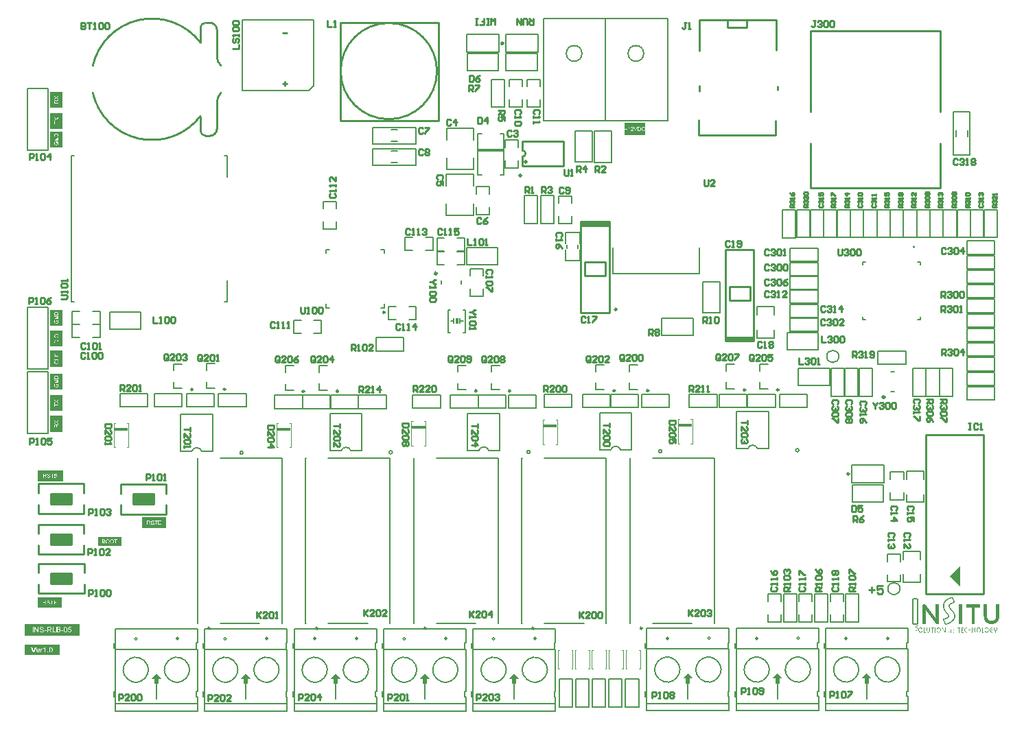
<source format=gto>
G04*
G04 #@! TF.GenerationSoftware,Altium Limited,Altium Designer,20.2.6 (244)*
G04*
G04 Layer_Color=65535*
%FSLAX24Y24*%
%MOIN*%
G70*
G04*
G04 #@! TF.SameCoordinates,6B0B31F8-34BC-4807-AF79-D9433D138100*
G04*
G04*
G04 #@! TF.FilePolarity,Positive*
G04*
G01*
G75*
%ADD10C,0.0070*%
%ADD11C,0.0079*%
%ADD12C,0.0098*%
%ADD13C,0.0059*%
%ADD14C,0.0080*%
%ADD15C,0.0100*%
%ADD16C,0.0118*%
%ADD17C,0.0197*%
%ADD18C,0.0070*%
%ADD19C,0.0040*%
%ADD20C,0.0039*%
%ADD21C,0.0050*%
%ADD22R,0.1000X0.0500*%
%ADD23R,0.0690X0.0180*%
%ADD24R,0.0140X0.0250*%
%ADD25R,0.1310X0.0120*%
G36*
X45586Y6150D02*
X45086Y6650D01*
X45586Y7150D01*
Y6150D01*
D02*
G37*
G36*
X44563Y5264D02*
Y5252D01*
Y5241D01*
Y5230D01*
Y5219D01*
Y5208D01*
Y5197D01*
Y5186D01*
Y5174D01*
Y5163D01*
Y5152D01*
Y5141D01*
Y5130D01*
Y5119D01*
Y5108D01*
Y5097D01*
Y5085D01*
Y5074D01*
Y5063D01*
Y5052D01*
Y5041D01*
Y5030D01*
Y5019D01*
Y5007D01*
Y4996D01*
Y4985D01*
Y4974D01*
Y4963D01*
Y4952D01*
Y4941D01*
Y4929D01*
Y4918D01*
Y4907D01*
Y4896D01*
Y4885D01*
Y4874D01*
Y4863D01*
Y4852D01*
Y4840D01*
Y4829D01*
Y4818D01*
Y4807D01*
Y4796D01*
Y4785D01*
Y4774D01*
Y4762D01*
Y4751D01*
Y4740D01*
Y4729D01*
Y4718D01*
Y4707D01*
Y4696D01*
Y4685D01*
Y4673D01*
Y4662D01*
Y4651D01*
Y4640D01*
Y4629D01*
Y4618D01*
Y4607D01*
Y4595D01*
Y4584D01*
Y4573D01*
Y4562D01*
Y4551D01*
Y4540D01*
Y4529D01*
Y4518D01*
Y4506D01*
Y4495D01*
Y4484D01*
Y4473D01*
Y4462D01*
Y4451D01*
Y4440D01*
Y4428D01*
Y4417D01*
Y4406D01*
Y4395D01*
Y4384D01*
Y4373D01*
Y4362D01*
Y4350D01*
Y4339D01*
X44552D01*
Y4328D01*
Y4317D01*
X44541D01*
Y4306D01*
X44463D01*
Y4317D01*
X44441D01*
Y4328D01*
X44429D01*
Y4339D01*
X44418D01*
Y4350D01*
X44407D01*
Y4362D01*
X44396D01*
Y4373D01*
X44385D01*
Y4384D01*
X44374D01*
Y4395D01*
Y4406D01*
X44363D01*
Y4417D01*
X44352D01*
Y4428D01*
X44340D01*
Y4440D01*
Y4451D01*
X44329D01*
Y4462D01*
X44318D01*
Y4473D01*
X44307D01*
Y4484D01*
Y4495D01*
X44296D01*
Y4506D01*
X44285D01*
Y4518D01*
X44274D01*
Y4529D01*
Y4540D01*
X44262D01*
Y4551D01*
X44251D01*
Y4562D01*
X44240D01*
Y4573D01*
X44229D01*
Y4584D01*
Y4595D01*
X44218D01*
Y4607D01*
X44207D01*
Y4618D01*
X44196D01*
Y4629D01*
Y4640D01*
X44185D01*
Y4651D01*
X44173D01*
Y4662D01*
X44162D01*
Y4673D01*
Y4685D01*
X44151D01*
Y4696D01*
X44140D01*
Y4707D01*
X44129D01*
Y4718D01*
Y4729D01*
X44118D01*
Y4740D01*
X44107D01*
Y4751D01*
X44095D01*
Y4762D01*
Y4774D01*
X44084D01*
Y4785D01*
X44073D01*
Y4796D01*
X44062D01*
Y4807D01*
X44051D01*
Y4818D01*
Y4829D01*
X44040D01*
Y4840D01*
X44029D01*
Y4852D01*
X44017D01*
Y4863D01*
Y4874D01*
X44006D01*
Y4885D01*
X43995D01*
Y4896D01*
X43984D01*
Y4907D01*
Y4918D01*
X43973D01*
Y4929D01*
X43962D01*
Y4941D01*
X43951D01*
Y4952D01*
Y4963D01*
X43940D01*
Y4974D01*
X43917D01*
Y4963D01*
Y4952D01*
Y4941D01*
Y4929D01*
Y4918D01*
Y4907D01*
Y4896D01*
Y4885D01*
Y4874D01*
Y4863D01*
Y4852D01*
Y4840D01*
Y4829D01*
Y4818D01*
Y4807D01*
Y4796D01*
Y4785D01*
Y4774D01*
Y4762D01*
Y4751D01*
Y4740D01*
Y4729D01*
Y4718D01*
Y4707D01*
Y4696D01*
Y4685D01*
Y4673D01*
Y4662D01*
Y4651D01*
Y4640D01*
Y4629D01*
Y4618D01*
Y4607D01*
Y4595D01*
Y4584D01*
Y4573D01*
Y4562D01*
Y4551D01*
Y4540D01*
Y4529D01*
Y4518D01*
Y4506D01*
Y4495D01*
Y4484D01*
Y4473D01*
Y4462D01*
Y4451D01*
Y4440D01*
Y4428D01*
Y4417D01*
Y4406D01*
Y4395D01*
Y4384D01*
Y4373D01*
Y4362D01*
Y4350D01*
Y4339D01*
Y4328D01*
Y4317D01*
Y4306D01*
X43761D01*
Y4317D01*
X43773D01*
Y4328D01*
Y4339D01*
Y4350D01*
Y4362D01*
Y4373D01*
Y4384D01*
Y4395D01*
Y4406D01*
Y4417D01*
Y4428D01*
Y4440D01*
Y4451D01*
Y4462D01*
Y4473D01*
Y4484D01*
Y4495D01*
Y4506D01*
Y4518D01*
Y4529D01*
Y4540D01*
Y4551D01*
Y4562D01*
Y4573D01*
Y4584D01*
Y4595D01*
Y4607D01*
Y4618D01*
Y4629D01*
Y4640D01*
Y4651D01*
Y4662D01*
Y4673D01*
Y4685D01*
Y4696D01*
Y4707D01*
Y4718D01*
Y4729D01*
Y4740D01*
Y4751D01*
Y4762D01*
Y4774D01*
Y4785D01*
Y4796D01*
Y4807D01*
Y4818D01*
Y4829D01*
Y4840D01*
Y4852D01*
Y4863D01*
Y4874D01*
Y4885D01*
Y4896D01*
Y4907D01*
Y4918D01*
Y4929D01*
Y4941D01*
Y4952D01*
Y4963D01*
Y4974D01*
Y4985D01*
Y4996D01*
Y5007D01*
Y5019D01*
Y5030D01*
Y5041D01*
Y5052D01*
Y5063D01*
Y5074D01*
Y5085D01*
Y5097D01*
Y5108D01*
Y5119D01*
Y5130D01*
Y5141D01*
Y5152D01*
Y5163D01*
Y5174D01*
Y5186D01*
Y5197D01*
Y5208D01*
Y5219D01*
Y5230D01*
Y5241D01*
X43784D01*
Y5252D01*
X43795D01*
Y5264D01*
X43828D01*
Y5275D01*
X43862D01*
Y5264D01*
X43895D01*
Y5252D01*
X43906D01*
Y5241D01*
X43917D01*
Y5230D01*
X43928D01*
Y5219D01*
X43940D01*
Y5208D01*
X43951D01*
Y5197D01*
X43962D01*
Y5186D01*
Y5174D01*
X43973D01*
Y5163D01*
X43984D01*
Y5152D01*
Y5141D01*
X43995D01*
Y5130D01*
X44006D01*
Y5119D01*
X44017D01*
Y5108D01*
Y5097D01*
X44029D01*
Y5085D01*
X44040D01*
Y5074D01*
X44051D01*
Y5063D01*
X44062D01*
Y5052D01*
Y5041D01*
X44073D01*
Y5030D01*
X44084D01*
Y5019D01*
X44095D01*
Y5007D01*
Y4996D01*
X44107D01*
Y4985D01*
X44118D01*
Y4974D01*
X44129D01*
Y4963D01*
Y4952D01*
X44140D01*
Y4941D01*
X44151D01*
Y4929D01*
X44162D01*
Y4918D01*
Y4907D01*
X44173D01*
Y4896D01*
X44185D01*
Y4885D01*
X44196D01*
Y4874D01*
Y4863D01*
X44207D01*
Y4852D01*
X44218D01*
Y4840D01*
X44229D01*
Y4829D01*
Y4818D01*
X44240D01*
Y4807D01*
X44251D01*
Y4796D01*
X44262D01*
Y4785D01*
X44274D01*
Y4774D01*
Y4762D01*
X44285D01*
Y4751D01*
X44296D01*
Y4740D01*
X44307D01*
Y4729D01*
Y4718D01*
X44318D01*
Y4707D01*
X44329D01*
Y4696D01*
X44340D01*
Y4685D01*
Y4673D01*
X44352D01*
Y4662D01*
X44363D01*
Y4651D01*
X44374D01*
Y4640D01*
Y4629D01*
X44385D01*
Y4618D01*
X44396D01*
Y4607D01*
X44418D01*
Y4618D01*
Y4629D01*
X44407D01*
Y4640D01*
Y4651D01*
Y4662D01*
Y4673D01*
Y4685D01*
Y4696D01*
Y4707D01*
Y4718D01*
Y4729D01*
Y4740D01*
Y4751D01*
Y4762D01*
Y4774D01*
Y4785D01*
Y4796D01*
Y4807D01*
Y4818D01*
Y4829D01*
Y4840D01*
Y4852D01*
Y4863D01*
Y4874D01*
Y4885D01*
Y4896D01*
Y4907D01*
Y4918D01*
Y4929D01*
Y4941D01*
Y4952D01*
Y4963D01*
Y4974D01*
Y4985D01*
Y4996D01*
Y5007D01*
Y5019D01*
Y5030D01*
Y5041D01*
Y5052D01*
Y5063D01*
Y5074D01*
Y5085D01*
Y5097D01*
Y5108D01*
Y5119D01*
Y5130D01*
Y5141D01*
Y5152D01*
Y5163D01*
Y5174D01*
Y5186D01*
Y5197D01*
Y5208D01*
Y5219D01*
Y5230D01*
Y5241D01*
Y5252D01*
Y5264D01*
Y5275D01*
X44563D01*
Y5264D01*
D02*
G37*
G36*
X47514D02*
Y5252D01*
Y5241D01*
Y5230D01*
Y5219D01*
Y5208D01*
Y5197D01*
Y5186D01*
Y5174D01*
Y5163D01*
Y5152D01*
Y5141D01*
Y5130D01*
Y5119D01*
Y5108D01*
Y5097D01*
Y5085D01*
Y5074D01*
Y5063D01*
Y5052D01*
Y5041D01*
Y5030D01*
Y5019D01*
Y5007D01*
Y4996D01*
Y4985D01*
Y4974D01*
Y4963D01*
Y4952D01*
Y4941D01*
Y4929D01*
Y4918D01*
Y4907D01*
Y4896D01*
Y4885D01*
Y4874D01*
Y4863D01*
Y4852D01*
Y4840D01*
Y4829D01*
Y4818D01*
Y4807D01*
Y4796D01*
Y4785D01*
Y4774D01*
Y4762D01*
Y4751D01*
Y4740D01*
Y4729D01*
Y4718D01*
Y4707D01*
Y4696D01*
Y4685D01*
X47503D01*
Y4673D01*
Y4662D01*
Y4651D01*
Y4640D01*
Y4629D01*
Y4618D01*
Y4607D01*
X47492D01*
Y4595D01*
Y4584D01*
Y4573D01*
Y4562D01*
X47480D01*
Y4551D01*
Y4540D01*
Y4529D01*
X47469D01*
Y4518D01*
Y4506D01*
X47458D01*
Y4495D01*
Y4484D01*
X47447D01*
Y4473D01*
Y4462D01*
X47436D01*
Y4451D01*
Y4440D01*
X47425D01*
Y4428D01*
X47414D01*
Y4417D01*
X47403D01*
Y4406D01*
X47391D01*
Y4395D01*
X47380D01*
Y4384D01*
X47369D01*
Y4373D01*
X47347D01*
Y4362D01*
X47336D01*
Y4350D01*
X47313D01*
Y4339D01*
X47280D01*
Y4328D01*
X47247D01*
Y4317D01*
X47013D01*
Y4328D01*
X46968D01*
Y4339D01*
X46946D01*
Y4350D01*
X46924D01*
Y4362D01*
X46901D01*
Y4373D01*
X46890D01*
Y4384D01*
X46879D01*
Y4395D01*
X46857D01*
Y4406D01*
Y4417D01*
X46846D01*
Y4428D01*
X46835D01*
Y4440D01*
X46824D01*
Y4451D01*
X46812D01*
Y4462D01*
Y4473D01*
X46801D01*
Y4484D01*
Y4495D01*
X46790D01*
Y4506D01*
Y4518D01*
X46779D01*
Y4529D01*
Y4540D01*
Y4551D01*
X46768D01*
Y4562D01*
Y4573D01*
Y4584D01*
Y4595D01*
Y4607D01*
X46757D01*
Y4618D01*
Y4629D01*
Y4640D01*
Y4651D01*
Y4662D01*
Y4673D01*
X46746D01*
Y4685D01*
Y4696D01*
Y4707D01*
Y4718D01*
Y4729D01*
Y4740D01*
Y4751D01*
Y4762D01*
Y4774D01*
Y4785D01*
Y4796D01*
Y4807D01*
Y4818D01*
Y4829D01*
Y4840D01*
Y4852D01*
Y4863D01*
Y4874D01*
Y4885D01*
Y4896D01*
Y4907D01*
Y4918D01*
Y4929D01*
Y4941D01*
Y4952D01*
Y4963D01*
Y4974D01*
Y4985D01*
Y4996D01*
Y5007D01*
Y5019D01*
Y5030D01*
Y5041D01*
Y5052D01*
Y5063D01*
Y5074D01*
Y5085D01*
Y5097D01*
Y5108D01*
Y5119D01*
Y5130D01*
Y5141D01*
Y5152D01*
Y5163D01*
Y5174D01*
Y5186D01*
Y5197D01*
Y5208D01*
Y5219D01*
Y5230D01*
Y5241D01*
Y5252D01*
Y5264D01*
Y5275D01*
X46901D01*
Y5264D01*
Y5252D01*
Y5241D01*
Y5230D01*
Y5219D01*
Y5208D01*
Y5197D01*
Y5186D01*
Y5174D01*
Y5163D01*
Y5152D01*
Y5141D01*
Y5130D01*
Y5119D01*
Y5108D01*
Y5097D01*
Y5085D01*
Y5074D01*
Y5063D01*
Y5052D01*
Y5041D01*
Y5030D01*
Y5019D01*
Y5007D01*
Y4996D01*
Y4985D01*
Y4974D01*
Y4963D01*
Y4952D01*
Y4941D01*
Y4929D01*
Y4918D01*
Y4907D01*
Y4896D01*
Y4885D01*
Y4874D01*
Y4863D01*
Y4852D01*
Y4840D01*
Y4829D01*
Y4818D01*
Y4807D01*
Y4796D01*
Y4785D01*
Y4774D01*
Y4762D01*
Y4751D01*
Y4740D01*
Y4729D01*
Y4718D01*
Y4707D01*
X46913D01*
Y4696D01*
Y4685D01*
Y4673D01*
Y4662D01*
Y4651D01*
Y4640D01*
Y4629D01*
Y4618D01*
X46924D01*
Y4607D01*
Y4595D01*
Y4584D01*
Y4573D01*
X46935D01*
Y4562D01*
Y4551D01*
X46946D01*
Y4540D01*
Y4529D01*
X46957D01*
Y4518D01*
X46968D01*
Y4506D01*
X46991D01*
Y4495D01*
X47002D01*
Y4484D01*
X47035D01*
Y4473D01*
X47213D01*
Y4484D01*
X47247D01*
Y4495D01*
X47269D01*
Y4506D01*
X47280D01*
Y4518D01*
X47291D01*
Y4529D01*
X47302D01*
Y4540D01*
X47313D01*
Y4551D01*
Y4562D01*
X47325D01*
Y4573D01*
Y4584D01*
X47336D01*
Y4595D01*
Y4607D01*
Y4618D01*
Y4629D01*
X47347D01*
Y4640D01*
Y4651D01*
Y4662D01*
Y4673D01*
Y4685D01*
Y4696D01*
Y4707D01*
Y4718D01*
Y4729D01*
Y4740D01*
Y4751D01*
Y4762D01*
Y4774D01*
Y4785D01*
Y4796D01*
Y4807D01*
Y4818D01*
Y4829D01*
Y4840D01*
Y4852D01*
Y4863D01*
Y4874D01*
Y4885D01*
Y4896D01*
Y4907D01*
Y4918D01*
Y4929D01*
Y4941D01*
Y4952D01*
Y4963D01*
Y4974D01*
Y4985D01*
Y4996D01*
Y5007D01*
Y5019D01*
Y5030D01*
Y5041D01*
Y5052D01*
Y5063D01*
Y5074D01*
Y5085D01*
Y5097D01*
Y5108D01*
Y5119D01*
Y5130D01*
Y5141D01*
Y5152D01*
Y5163D01*
Y5174D01*
Y5186D01*
Y5197D01*
Y5208D01*
Y5219D01*
Y5230D01*
Y5241D01*
Y5252D01*
Y5264D01*
Y5275D01*
X47514D01*
Y5264D01*
D02*
G37*
G36*
X46556D02*
Y5252D01*
Y5241D01*
Y5230D01*
Y5219D01*
Y5208D01*
Y5197D01*
Y5186D01*
Y5174D01*
Y5163D01*
Y5152D01*
Y5141D01*
Y5130D01*
Y5119D01*
Y5108D01*
X46311D01*
Y5097D01*
Y5085D01*
Y5074D01*
Y5063D01*
Y5052D01*
Y5041D01*
Y5030D01*
Y5019D01*
Y5007D01*
Y4996D01*
Y4985D01*
Y4974D01*
Y4963D01*
Y4952D01*
Y4941D01*
Y4929D01*
Y4918D01*
Y4907D01*
Y4896D01*
Y4885D01*
Y4874D01*
Y4863D01*
Y4852D01*
Y4840D01*
Y4829D01*
Y4818D01*
Y4807D01*
Y4796D01*
Y4785D01*
Y4774D01*
Y4762D01*
Y4751D01*
Y4740D01*
Y4729D01*
Y4718D01*
Y4707D01*
Y4696D01*
Y4685D01*
Y4673D01*
Y4662D01*
Y4651D01*
Y4640D01*
Y4629D01*
Y4618D01*
Y4607D01*
Y4595D01*
Y4584D01*
Y4573D01*
Y4562D01*
Y4551D01*
Y4540D01*
Y4529D01*
Y4518D01*
Y4506D01*
Y4495D01*
Y4484D01*
Y4473D01*
Y4462D01*
Y4451D01*
Y4440D01*
Y4428D01*
Y4417D01*
Y4406D01*
Y4395D01*
Y4384D01*
Y4373D01*
Y4362D01*
Y4350D01*
Y4339D01*
Y4328D01*
Y4317D01*
X46155D01*
Y4328D01*
Y4339D01*
Y4350D01*
Y4362D01*
Y4373D01*
Y4384D01*
Y4395D01*
Y4406D01*
Y4417D01*
Y4428D01*
Y4440D01*
Y4451D01*
Y4462D01*
Y4473D01*
Y4484D01*
Y4495D01*
Y4506D01*
Y4518D01*
Y4529D01*
Y4540D01*
Y4551D01*
Y4562D01*
Y4573D01*
Y4584D01*
Y4595D01*
Y4607D01*
Y4618D01*
Y4629D01*
Y4640D01*
Y4651D01*
Y4662D01*
Y4673D01*
Y4685D01*
Y4696D01*
Y4707D01*
Y4718D01*
Y4729D01*
Y4740D01*
Y4751D01*
Y4762D01*
Y4774D01*
Y4785D01*
Y4796D01*
Y4807D01*
Y4818D01*
Y4829D01*
Y4840D01*
Y4852D01*
Y4863D01*
Y4874D01*
Y4885D01*
Y4896D01*
Y4907D01*
Y4918D01*
Y4929D01*
Y4941D01*
Y4952D01*
Y4963D01*
Y4974D01*
Y4985D01*
Y4996D01*
Y5007D01*
Y5019D01*
Y5030D01*
Y5041D01*
Y5052D01*
Y5063D01*
Y5074D01*
Y5085D01*
Y5097D01*
Y5108D01*
X45910D01*
Y5119D01*
Y5130D01*
Y5141D01*
Y5152D01*
Y5163D01*
Y5174D01*
Y5186D01*
Y5197D01*
Y5208D01*
Y5219D01*
Y5230D01*
Y5241D01*
Y5252D01*
Y5264D01*
X45899D01*
Y5275D01*
X46556D01*
Y5264D01*
D02*
G37*
G36*
X45699D02*
Y5252D01*
Y5241D01*
Y5230D01*
Y5219D01*
Y5208D01*
Y5197D01*
Y5186D01*
Y5174D01*
Y5163D01*
Y5152D01*
Y5141D01*
Y5130D01*
Y5119D01*
Y5108D01*
Y5097D01*
Y5085D01*
Y5074D01*
Y5063D01*
Y5052D01*
Y5041D01*
Y5030D01*
Y5019D01*
Y5007D01*
Y4996D01*
Y4985D01*
Y4974D01*
Y4963D01*
Y4952D01*
Y4941D01*
Y4929D01*
Y4918D01*
Y4907D01*
Y4896D01*
Y4885D01*
Y4874D01*
Y4863D01*
Y4852D01*
Y4840D01*
Y4829D01*
Y4818D01*
Y4807D01*
Y4796D01*
Y4785D01*
Y4774D01*
Y4762D01*
Y4751D01*
Y4740D01*
Y4729D01*
Y4718D01*
Y4707D01*
Y4696D01*
Y4685D01*
Y4673D01*
Y4662D01*
Y4651D01*
Y4640D01*
Y4629D01*
Y4618D01*
Y4607D01*
Y4595D01*
Y4584D01*
Y4573D01*
Y4562D01*
Y4551D01*
Y4540D01*
Y4529D01*
Y4518D01*
Y4506D01*
Y4495D01*
Y4484D01*
Y4473D01*
Y4462D01*
Y4451D01*
Y4440D01*
Y4428D01*
Y4417D01*
Y4406D01*
Y4395D01*
Y4384D01*
Y4373D01*
Y4362D01*
Y4350D01*
Y4339D01*
Y4328D01*
Y4317D01*
X45543D01*
Y4328D01*
Y4339D01*
Y4350D01*
Y4362D01*
Y4373D01*
Y4384D01*
Y4395D01*
Y4406D01*
Y4417D01*
Y4428D01*
Y4440D01*
Y4451D01*
Y4462D01*
Y4473D01*
Y4484D01*
Y4495D01*
Y4506D01*
Y4518D01*
Y4529D01*
Y4540D01*
Y4551D01*
Y4562D01*
Y4573D01*
Y4584D01*
Y4595D01*
Y4607D01*
Y4618D01*
Y4629D01*
Y4640D01*
Y4651D01*
Y4662D01*
Y4673D01*
Y4685D01*
Y4696D01*
Y4707D01*
Y4718D01*
Y4729D01*
Y4740D01*
Y4751D01*
Y4762D01*
Y4774D01*
Y4785D01*
Y4796D01*
Y4807D01*
Y4818D01*
Y4829D01*
Y4840D01*
Y4852D01*
Y4863D01*
Y4874D01*
Y4885D01*
Y4896D01*
Y4907D01*
Y4918D01*
Y4929D01*
Y4941D01*
Y4952D01*
Y4963D01*
Y4974D01*
Y4985D01*
Y4996D01*
Y5007D01*
Y5019D01*
Y5030D01*
Y5041D01*
Y5052D01*
Y5063D01*
Y5074D01*
Y5085D01*
Y5097D01*
Y5108D01*
Y5119D01*
Y5130D01*
Y5141D01*
Y5152D01*
Y5163D01*
Y5174D01*
Y5186D01*
Y5197D01*
Y5208D01*
Y5219D01*
Y5230D01*
Y5241D01*
Y5252D01*
Y5264D01*
Y5275D01*
X45699D01*
Y5264D01*
D02*
G37*
G36*
X43505Y5553D02*
X43539D01*
Y5542D01*
Y5531D01*
X43550D01*
Y5520D01*
Y5509D01*
Y5497D01*
Y5486D01*
Y5475D01*
Y5464D01*
Y5453D01*
Y5442D01*
Y5431D01*
Y5419D01*
Y5408D01*
Y5397D01*
Y5386D01*
Y5375D01*
Y5364D01*
Y5353D01*
Y5341D01*
Y5330D01*
Y5319D01*
Y5308D01*
Y5297D01*
Y5286D01*
Y5275D01*
Y5264D01*
Y5252D01*
Y5241D01*
Y5230D01*
Y5219D01*
Y5208D01*
Y5197D01*
Y5186D01*
Y5174D01*
Y5163D01*
Y5152D01*
Y5141D01*
Y5130D01*
Y5119D01*
Y5108D01*
Y5097D01*
Y5085D01*
Y5074D01*
Y5063D01*
Y5052D01*
Y5041D01*
Y5030D01*
Y5019D01*
Y5007D01*
Y4996D01*
Y4985D01*
Y4974D01*
Y4963D01*
Y4952D01*
Y4941D01*
Y4929D01*
Y4918D01*
Y4907D01*
Y4896D01*
Y4885D01*
Y4874D01*
Y4863D01*
Y4852D01*
Y4840D01*
Y4829D01*
Y4818D01*
Y4807D01*
Y4796D01*
Y4785D01*
Y4774D01*
Y4762D01*
Y4751D01*
Y4740D01*
Y4729D01*
Y4718D01*
Y4707D01*
Y4696D01*
Y4685D01*
Y4673D01*
Y4662D01*
Y4651D01*
Y4640D01*
Y4629D01*
Y4618D01*
Y4607D01*
Y4595D01*
Y4584D01*
Y4573D01*
Y4562D01*
Y4551D01*
Y4540D01*
Y4529D01*
Y4518D01*
Y4506D01*
Y4495D01*
Y4484D01*
Y4473D01*
Y4462D01*
Y4451D01*
Y4440D01*
Y4428D01*
Y4417D01*
Y4406D01*
Y4395D01*
Y4384D01*
Y4373D01*
Y4362D01*
Y4350D01*
Y4339D01*
Y4328D01*
Y4317D01*
Y4306D01*
X43539D01*
Y4295D01*
X43516D01*
Y4284D01*
X43305D01*
Y4295D01*
X43283D01*
Y4306D01*
Y4317D01*
X43271D01*
Y4328D01*
Y4339D01*
Y4350D01*
Y4362D01*
Y4373D01*
Y4384D01*
Y4395D01*
Y4406D01*
Y4417D01*
Y4428D01*
Y4440D01*
Y4451D01*
Y4462D01*
Y4473D01*
Y4484D01*
Y4495D01*
Y4506D01*
Y4518D01*
Y4529D01*
Y4540D01*
Y4551D01*
Y4562D01*
Y4573D01*
Y4584D01*
Y4595D01*
Y4607D01*
Y4618D01*
Y4629D01*
Y4640D01*
Y4651D01*
Y4662D01*
Y4673D01*
Y4685D01*
Y4696D01*
Y4707D01*
Y4718D01*
Y4729D01*
Y4740D01*
Y4751D01*
Y4762D01*
Y4774D01*
Y4785D01*
Y4796D01*
Y4807D01*
Y4818D01*
Y4829D01*
Y4840D01*
Y4852D01*
Y4863D01*
Y4874D01*
Y4885D01*
Y4896D01*
Y4907D01*
Y4918D01*
Y4929D01*
Y4941D01*
Y4952D01*
Y4963D01*
Y4974D01*
Y4985D01*
Y4996D01*
Y5007D01*
Y5019D01*
Y5030D01*
Y5041D01*
Y5052D01*
Y5063D01*
Y5074D01*
Y5085D01*
Y5097D01*
Y5108D01*
Y5119D01*
Y5130D01*
Y5141D01*
Y5152D01*
Y5163D01*
Y5174D01*
Y5186D01*
Y5197D01*
Y5208D01*
Y5219D01*
Y5230D01*
Y5241D01*
Y5252D01*
Y5264D01*
Y5275D01*
Y5286D01*
Y5297D01*
Y5308D01*
Y5319D01*
Y5330D01*
Y5341D01*
Y5353D01*
Y5364D01*
Y5375D01*
Y5386D01*
Y5397D01*
Y5408D01*
Y5419D01*
Y5431D01*
Y5442D01*
Y5453D01*
Y5464D01*
Y5475D01*
Y5486D01*
Y5497D01*
Y5509D01*
Y5520D01*
Y5531D01*
X43283D01*
Y5542D01*
X43294D01*
Y5553D01*
X43316D01*
Y5564D01*
X43505D01*
Y5553D01*
D02*
G37*
G36*
X45220Y5609D02*
X45242D01*
Y5598D01*
X45253D01*
Y5586D01*
Y5575D01*
Y5564D01*
X45265D01*
Y5553D01*
Y5542D01*
X45276D01*
Y5531D01*
Y5520D01*
X45287D01*
Y5509D01*
Y5497D01*
Y5486D01*
X45298D01*
Y5475D01*
Y5464D01*
X45309D01*
Y5453D01*
Y5442D01*
Y5431D01*
X45320D01*
Y5419D01*
Y5408D01*
X45331D01*
Y5397D01*
Y5386D01*
Y5375D01*
Y5364D01*
Y5353D01*
X45320D01*
Y5341D01*
X45309D01*
Y5330D01*
X45276D01*
Y5319D01*
X45242D01*
Y5308D01*
X45209D01*
Y5297D01*
X45187D01*
Y5286D01*
X45164D01*
Y5275D01*
X45142D01*
Y5264D01*
X45131D01*
Y5252D01*
X45120D01*
Y5241D01*
X45109D01*
Y5230D01*
X45098D01*
Y5219D01*
X45086D01*
Y5208D01*
Y5197D01*
Y5186D01*
Y5174D01*
Y5163D01*
X45098D01*
Y5152D01*
Y5141D01*
X45109D01*
Y5130D01*
Y5119D01*
X45120D01*
Y5108D01*
Y5097D01*
X45131D01*
Y5085D01*
Y5074D01*
X45142D01*
Y5063D01*
X45153D01*
Y5052D01*
X45164D01*
Y5041D01*
X45176D01*
Y5030D01*
Y5019D01*
X45187D01*
Y5007D01*
X45198D01*
Y4996D01*
X45209D01*
Y4985D01*
X45220D01*
Y4974D01*
X45231D01*
Y4963D01*
X45242D01*
Y4952D01*
X45253D01*
Y4941D01*
Y4929D01*
X45265D01*
Y4918D01*
X45276D01*
Y4907D01*
X45287D01*
Y4896D01*
Y4885D01*
X45298D01*
Y4874D01*
X45309D01*
Y4863D01*
Y4852D01*
X45320D01*
Y4840D01*
Y4829D01*
X45331D01*
Y4818D01*
Y4807D01*
Y4796D01*
X45343D01*
Y4785D01*
Y4774D01*
Y4762D01*
X45354D01*
Y4751D01*
Y4740D01*
Y4729D01*
Y4718D01*
Y4707D01*
Y4696D01*
Y4685D01*
Y4673D01*
Y4662D01*
Y4651D01*
Y4640D01*
Y4629D01*
Y4618D01*
X45343D01*
Y4607D01*
Y4595D01*
Y4584D01*
X45331D01*
Y4573D01*
Y4562D01*
Y4551D01*
X45320D01*
Y4540D01*
X45309D01*
Y4529D01*
Y4518D01*
X45298D01*
Y4506D01*
X45287D01*
Y4495D01*
Y4484D01*
X45276D01*
Y4473D01*
X45265D01*
Y4462D01*
X45253D01*
Y4451D01*
X45242D01*
Y4440D01*
X45231D01*
Y4428D01*
X45209D01*
Y4417D01*
X45198D01*
Y4406D01*
X45187D01*
Y4395D01*
X45176D01*
Y4384D01*
X45153D01*
Y4373D01*
X45142D01*
Y4362D01*
X45120D01*
Y4350D01*
X45098D01*
Y4339D01*
X45075D01*
Y4328D01*
X45053D01*
Y4317D01*
X45031D01*
Y4306D01*
X45009D01*
Y4295D01*
X44975D01*
Y4284D01*
X44953D01*
Y4273D01*
X44919D01*
Y4261D01*
X44897D01*
Y4273D01*
X44875D01*
Y4284D01*
X44864D01*
Y4295D01*
X44853D01*
Y4306D01*
Y4317D01*
X44841D01*
Y4328D01*
Y4339D01*
X44830D01*
Y4350D01*
Y4362D01*
X44819D01*
Y4373D01*
Y4384D01*
Y4395D01*
X44808D01*
Y4406D01*
Y4417D01*
X44797D01*
Y4428D01*
Y4440D01*
X44786D01*
Y4451D01*
Y4462D01*
Y4473D01*
X44775D01*
Y4484D01*
Y4495D01*
X44764D01*
Y4506D01*
Y4518D01*
Y4529D01*
Y4540D01*
Y4551D01*
X44775D01*
Y4562D01*
X44786D01*
Y4573D01*
X44808D01*
Y4584D01*
X44853D01*
Y4595D01*
X44886D01*
Y4607D01*
X44919D01*
Y4618D01*
X44942D01*
Y4629D01*
X44964D01*
Y4640D01*
X44975D01*
Y4651D01*
X44986D01*
Y4662D01*
X44997D01*
Y4673D01*
X45009D01*
Y4685D01*
Y4696D01*
Y4707D01*
Y4718D01*
X44997D01*
Y4729D01*
Y4740D01*
Y4751D01*
X44986D01*
Y4762D01*
X44975D01*
Y4774D01*
Y4785D01*
X44964D01*
Y4796D01*
X44953D01*
Y4807D01*
X44942D01*
Y4818D01*
X44931D01*
Y4829D01*
X44919D01*
Y4840D01*
X44908D01*
Y4852D01*
Y4863D01*
X44886D01*
Y4874D01*
Y4885D01*
X44875D01*
Y4896D01*
X44864D01*
Y4907D01*
X44853D01*
Y4918D01*
Y4929D01*
X44841D01*
Y4941D01*
X44830D01*
Y4952D01*
Y4963D01*
X44819D01*
Y4974D01*
Y4985D01*
X44808D01*
Y4996D01*
Y5007D01*
X44797D01*
Y5019D01*
Y5030D01*
X44786D01*
Y5041D01*
Y5052D01*
Y5063D01*
Y5074D01*
X44775D01*
Y5085D01*
Y5097D01*
Y5108D01*
Y5119D01*
X44764D01*
Y5130D01*
Y5141D01*
Y5152D01*
Y5163D01*
Y5174D01*
Y5186D01*
Y5197D01*
Y5208D01*
Y5219D01*
Y5230D01*
Y5241D01*
Y5252D01*
X44775D01*
Y5264D01*
Y5275D01*
Y5286D01*
Y5297D01*
X44786D01*
Y5308D01*
Y5319D01*
Y5330D01*
Y5341D01*
X44797D01*
Y5353D01*
Y5364D01*
X44808D01*
Y5375D01*
Y5386D01*
X44819D01*
Y5397D01*
X44830D01*
Y5408D01*
Y5419D01*
X44841D01*
Y5431D01*
X44853D01*
Y5442D01*
X44864D01*
Y5453D01*
X44875D01*
Y5464D01*
X44886D01*
Y5475D01*
X44897D01*
Y5486D01*
X44908D01*
Y5497D01*
X44931D01*
Y5509D01*
X44942D01*
Y5520D01*
X44964D01*
Y5531D01*
X44975D01*
Y5542D01*
X44997D01*
Y5553D01*
X45020D01*
Y5564D01*
X45053D01*
Y5575D01*
X45075D01*
Y5586D01*
X45109D01*
Y5598D01*
X45142D01*
Y5609D01*
X45176D01*
Y5620D01*
X45220D01*
Y5609D01*
D02*
G37*
G36*
X46111Y4128D02*
Y4117D01*
Y4105D01*
Y4094D01*
Y4083D01*
Y4072D01*
Y4061D01*
Y4050D01*
Y4039D01*
Y4028D01*
Y4016D01*
Y4005D01*
Y3994D01*
Y3983D01*
Y3972D01*
Y3961D01*
Y3950D01*
Y3938D01*
Y3927D01*
Y3916D01*
Y3905D01*
Y3894D01*
X46089D01*
Y3905D01*
Y3916D01*
Y3927D01*
Y3938D01*
Y3950D01*
Y3961D01*
Y3972D01*
Y3983D01*
Y3994D01*
Y4005D01*
X46011D01*
Y3994D01*
Y3983D01*
Y3972D01*
Y3961D01*
Y3950D01*
Y3938D01*
Y3927D01*
Y3916D01*
Y3905D01*
Y3894D01*
X45988D01*
Y3905D01*
Y3916D01*
Y3927D01*
Y3938D01*
Y3950D01*
Y3961D01*
Y3972D01*
Y3983D01*
Y3994D01*
Y4005D01*
Y4016D01*
Y4028D01*
Y4039D01*
Y4050D01*
Y4061D01*
Y4072D01*
Y4083D01*
Y4094D01*
Y4105D01*
Y4117D01*
Y4128D01*
Y4139D01*
X46011D01*
Y4128D01*
Y4117D01*
Y4105D01*
Y4094D01*
Y4083D01*
Y4072D01*
Y4061D01*
Y4050D01*
Y4039D01*
X46089D01*
Y4050D01*
Y4061D01*
Y4072D01*
Y4083D01*
Y4094D01*
Y4105D01*
Y4117D01*
Y4128D01*
Y4139D01*
X46111D01*
Y4128D01*
D02*
G37*
G36*
X47403D02*
Y4117D01*
Y4105D01*
Y4094D01*
Y4083D01*
Y4072D01*
Y4061D01*
X47391D01*
Y4050D01*
Y4039D01*
Y4028D01*
Y4016D01*
X47380D01*
Y4005D01*
Y3994D01*
X47369D01*
Y3983D01*
X47358D01*
Y3972D01*
X47336D01*
Y3961D01*
Y3950D01*
Y3938D01*
Y3927D01*
Y3916D01*
Y3905D01*
Y3894D01*
X47313D01*
Y3905D01*
Y3916D01*
Y3927D01*
Y3938D01*
Y3950D01*
Y3961D01*
Y3972D01*
X47291D01*
Y3983D01*
X47269D01*
Y3994D01*
X47258D01*
Y4005D01*
Y4016D01*
X47247D01*
Y4028D01*
Y4039D01*
Y4050D01*
Y4061D01*
Y4072D01*
Y4083D01*
Y4094D01*
Y4105D01*
Y4117D01*
Y4128D01*
Y4139D01*
X47269D01*
Y4128D01*
Y4117D01*
Y4105D01*
Y4094D01*
Y4083D01*
Y4072D01*
Y4061D01*
Y4050D01*
Y4039D01*
Y4028D01*
Y4016D01*
X47280D01*
Y4005D01*
X47358D01*
Y4016D01*
X47369D01*
Y4028D01*
Y4039D01*
Y4050D01*
X47380D01*
Y4061D01*
Y4072D01*
Y4083D01*
Y4094D01*
Y4105D01*
Y4117D01*
Y4128D01*
Y4139D01*
X47403D01*
Y4128D01*
D02*
G37*
G36*
X45331Y4005D02*
X45343D01*
Y3994D01*
Y3983D01*
X45331D01*
Y3994D01*
Y4005D01*
X45320D01*
Y4016D01*
X45331D01*
Y4005D01*
D02*
G37*
G36*
X45153Y4016D02*
X45164D01*
Y4005D01*
Y3994D01*
X45176D01*
Y3983D01*
X45187D01*
Y3972D01*
X45176D01*
Y3983D01*
X45164D01*
Y3994D01*
X45153D01*
Y3983D01*
Y3972D01*
Y3961D01*
Y3950D01*
Y3938D01*
Y3927D01*
Y3916D01*
Y3905D01*
Y3894D01*
X45142D01*
Y3905D01*
Y3916D01*
Y3927D01*
Y3938D01*
Y3950D01*
Y3961D01*
Y3972D01*
Y3983D01*
Y3994D01*
Y4005D01*
Y4016D01*
Y4028D01*
X45153D01*
Y4016D01*
D02*
G37*
G36*
X46334Y4128D02*
Y4117D01*
Y4105D01*
Y4094D01*
Y4083D01*
Y4072D01*
Y4061D01*
Y4050D01*
Y4039D01*
Y4028D01*
Y4016D01*
Y4005D01*
Y3994D01*
Y3983D01*
Y3972D01*
Y3961D01*
Y3950D01*
Y3938D01*
Y3927D01*
Y3916D01*
Y3905D01*
X46311D01*
Y3916D01*
X46300D01*
Y3927D01*
Y3938D01*
X46289D01*
Y3950D01*
Y3961D01*
X46278D01*
Y3972D01*
X46267D01*
Y3983D01*
Y3994D01*
X46256D01*
Y4005D01*
X46244D01*
Y4016D01*
Y4028D01*
X46233D01*
Y4039D01*
X46222D01*
Y4050D01*
Y4061D01*
X46211D01*
Y4072D01*
X46189D01*
Y4061D01*
Y4050D01*
Y4039D01*
Y4028D01*
Y4016D01*
Y4005D01*
Y3994D01*
Y3983D01*
Y3972D01*
Y3961D01*
Y3950D01*
Y3938D01*
Y3927D01*
Y3916D01*
Y3905D01*
Y3894D01*
X46178D01*
Y3905D01*
Y3916D01*
Y3927D01*
Y3938D01*
Y3950D01*
Y3961D01*
Y3972D01*
Y3983D01*
Y3994D01*
Y4005D01*
Y4016D01*
Y4028D01*
Y4039D01*
Y4050D01*
Y4061D01*
Y4072D01*
Y4083D01*
Y4094D01*
Y4105D01*
Y4117D01*
Y4128D01*
Y4139D01*
X46189D01*
Y4128D01*
X46200D01*
Y4117D01*
X46211D01*
Y4105D01*
Y4094D01*
X46222D01*
Y4083D01*
X46233D01*
Y4072D01*
Y4061D01*
X46244D01*
Y4050D01*
X46256D01*
Y4039D01*
Y4028D01*
X46267D01*
Y4016D01*
Y4005D01*
X46278D01*
Y3994D01*
X46289D01*
Y3983D01*
Y3972D01*
X46300D01*
Y3961D01*
X46322D01*
Y3972D01*
Y3983D01*
X46311D01*
Y3994D01*
Y4005D01*
Y4016D01*
Y4028D01*
Y4039D01*
Y4050D01*
Y4061D01*
Y4072D01*
Y4083D01*
Y4094D01*
Y4105D01*
Y4117D01*
Y4128D01*
Y4139D01*
X46334D01*
Y4128D01*
D02*
G37*
G36*
X44886D02*
Y4117D01*
Y4105D01*
Y4094D01*
Y4083D01*
Y4072D01*
Y4061D01*
Y4050D01*
Y4039D01*
Y4028D01*
Y4016D01*
Y4005D01*
Y3994D01*
Y3983D01*
Y3972D01*
Y3961D01*
Y3950D01*
Y3938D01*
Y3927D01*
Y3916D01*
X44875D01*
Y3905D01*
X44864D01*
Y3916D01*
X44853D01*
Y3927D01*
X44841D01*
Y3938D01*
X44830D01*
Y3950D01*
Y3961D01*
X44819D01*
Y3972D01*
Y3983D01*
X44808D01*
Y3994D01*
X44797D01*
Y4005D01*
Y4016D01*
X44786D01*
Y4028D01*
X44775D01*
Y4039D01*
Y4050D01*
X44764D01*
Y4061D01*
X44752D01*
Y4072D01*
X44741D01*
Y4061D01*
Y4050D01*
Y4039D01*
Y4028D01*
Y4016D01*
Y4005D01*
Y3994D01*
Y3983D01*
Y3972D01*
Y3961D01*
Y3950D01*
Y3938D01*
Y3927D01*
Y3916D01*
Y3905D01*
Y3894D01*
X44719D01*
Y3905D01*
Y3916D01*
Y3927D01*
Y3938D01*
Y3950D01*
Y3961D01*
Y3972D01*
Y3983D01*
Y3994D01*
Y4005D01*
Y4016D01*
Y4028D01*
Y4039D01*
Y4050D01*
Y4061D01*
Y4072D01*
Y4083D01*
Y4094D01*
Y4105D01*
Y4117D01*
Y4128D01*
Y4139D01*
X44741D01*
Y4128D01*
X44752D01*
Y4117D01*
Y4105D01*
X44764D01*
Y4094D01*
Y4083D01*
X44775D01*
Y4072D01*
X44786D01*
Y4061D01*
Y4050D01*
X44797D01*
Y4039D01*
X44808D01*
Y4028D01*
Y4016D01*
X44819D01*
Y4005D01*
Y3994D01*
X44830D01*
Y3983D01*
X44841D01*
Y3972D01*
Y3961D01*
X44864D01*
Y3972D01*
Y3983D01*
Y3994D01*
Y4005D01*
Y4016D01*
Y4028D01*
Y4039D01*
Y4050D01*
Y4061D01*
Y4072D01*
Y4083D01*
Y4094D01*
Y4105D01*
Y4117D01*
Y4128D01*
Y4139D01*
X44886D01*
Y4128D01*
D02*
G37*
G36*
X45231Y4016D02*
Y4005D01*
Y3994D01*
Y3983D01*
Y3972D01*
Y3961D01*
Y3950D01*
X45220D01*
Y3961D01*
Y3972D01*
Y3983D01*
Y3994D01*
Y4005D01*
Y4016D01*
Y4028D01*
X45231D01*
Y4016D01*
D02*
G37*
G36*
X45198Y3950D02*
X45209D01*
Y3938D01*
X45198D01*
Y3950D01*
X45187D01*
Y3961D01*
X45198D01*
Y3950D01*
D02*
G37*
G36*
X44129Y4128D02*
Y4117D01*
Y4105D01*
Y4094D01*
Y4083D01*
Y4072D01*
Y4061D01*
Y4050D01*
Y4039D01*
Y4028D01*
Y4016D01*
Y4005D01*
Y3994D01*
Y3983D01*
X44118D01*
Y3972D01*
Y3961D01*
Y3950D01*
Y3938D01*
X44107D01*
Y3927D01*
Y3916D01*
X44084D01*
Y3905D01*
X44051D01*
Y3894D01*
X44040D01*
Y3905D01*
X44006D01*
Y3916D01*
X43995D01*
Y3927D01*
X43984D01*
Y3938D01*
Y3950D01*
Y3961D01*
X43973D01*
Y3972D01*
Y3983D01*
Y3994D01*
Y4005D01*
Y4016D01*
Y4028D01*
Y4039D01*
Y4050D01*
Y4061D01*
Y4072D01*
Y4083D01*
Y4094D01*
Y4105D01*
Y4117D01*
Y4128D01*
Y4139D01*
X43995D01*
Y4128D01*
Y4117D01*
Y4105D01*
Y4094D01*
Y4083D01*
Y4072D01*
Y4061D01*
Y4050D01*
Y4039D01*
Y4028D01*
Y4016D01*
Y4005D01*
Y3994D01*
Y3983D01*
Y3972D01*
Y3961D01*
Y3950D01*
X44006D01*
Y3938D01*
X44017D01*
Y3927D01*
X44073D01*
Y3938D01*
X44095D01*
Y3950D01*
Y3961D01*
Y3972D01*
X44107D01*
Y3983D01*
Y3994D01*
Y4005D01*
Y4016D01*
Y4028D01*
Y4039D01*
Y4050D01*
Y4061D01*
Y4072D01*
Y4083D01*
Y4094D01*
Y4105D01*
Y4117D01*
Y4128D01*
Y4139D01*
X44129D01*
Y4128D01*
D02*
G37*
G36*
X45053Y3927D02*
Y3916D01*
X45042D01*
Y3927D01*
Y3938D01*
X45053D01*
Y3927D01*
D02*
G37*
G36*
X45231D02*
Y3916D01*
Y3905D01*
X45220D01*
Y3916D01*
X45209D01*
Y3927D01*
X45220D01*
Y3938D01*
X45231D01*
Y3927D01*
D02*
G37*
G36*
X47169Y4128D02*
Y4117D01*
Y4105D01*
X47113D01*
Y4094D01*
X47102D01*
Y4083D01*
X47091D01*
Y4072D01*
X47080D01*
Y4061D01*
Y4050D01*
X47068D01*
Y4039D01*
Y4028D01*
Y4016D01*
Y4005D01*
Y3994D01*
Y3983D01*
X47080D01*
Y3972D01*
Y3961D01*
X47091D01*
Y3950D01*
X47102D01*
Y3938D01*
X47124D01*
Y3927D01*
X47169D01*
Y3938D01*
Y3950D01*
Y3961D01*
Y3972D01*
Y3983D01*
Y3994D01*
Y4005D01*
X47113D01*
Y4016D01*
Y4028D01*
Y4039D01*
X47191D01*
Y4028D01*
X47180D01*
Y4016D01*
Y4005D01*
Y3994D01*
Y3983D01*
Y3972D01*
Y3961D01*
Y3950D01*
Y3938D01*
Y3927D01*
Y3916D01*
Y3905D01*
Y3894D01*
X47135D01*
Y3905D01*
X47102D01*
Y3916D01*
X47091D01*
Y3927D01*
X47080D01*
Y3938D01*
X47068D01*
Y3950D01*
X47057D01*
Y3961D01*
Y3972D01*
Y3983D01*
X47046D01*
Y3994D01*
Y4005D01*
Y4016D01*
Y4028D01*
Y4039D01*
Y4050D01*
Y4061D01*
X47057D01*
Y4072D01*
Y4083D01*
X47068D01*
Y4094D01*
Y4105D01*
X47080D01*
Y4117D01*
X47091D01*
Y4128D01*
X47124D01*
Y4139D01*
X47169D01*
Y4128D01*
D02*
G37*
G36*
X46913D02*
X46946D01*
Y4117D01*
X46957D01*
Y4105D01*
X46968D01*
Y4094D01*
Y4083D01*
X46979D01*
Y4072D01*
Y4061D01*
Y4050D01*
Y4039D01*
X46991D01*
Y4028D01*
Y4016D01*
Y4005D01*
X46979D01*
Y3994D01*
Y3983D01*
Y3972D01*
Y3961D01*
Y3950D01*
X46968D01*
Y3938D01*
X46957D01*
Y3927D01*
X46946D01*
Y3916D01*
X46935D01*
Y3905D01*
X46901D01*
Y3894D01*
X46879D01*
Y3905D01*
X46846D01*
Y3916D01*
X46824D01*
Y3927D01*
X46812D01*
Y3938D01*
X46801D01*
Y3950D01*
Y3961D01*
Y3972D01*
X46790D01*
Y3983D01*
Y3994D01*
Y4005D01*
Y4016D01*
Y4028D01*
Y4039D01*
Y4050D01*
Y4061D01*
Y4072D01*
X46801D01*
Y4083D01*
Y4094D01*
X46812D01*
Y4105D01*
Y4117D01*
X46835D01*
Y4128D01*
X46857D01*
Y4139D01*
X46913D01*
Y4128D01*
D02*
G37*
G36*
X46690D02*
Y4117D01*
Y4105D01*
Y4094D01*
Y4083D01*
Y4072D01*
Y4061D01*
Y4050D01*
Y4039D01*
Y4028D01*
Y4016D01*
Y4005D01*
Y3994D01*
Y3983D01*
Y3972D01*
Y3961D01*
Y3950D01*
Y3938D01*
Y3927D01*
X46746D01*
Y3916D01*
Y3905D01*
Y3894D01*
X46668D01*
Y3905D01*
Y3916D01*
Y3927D01*
Y3938D01*
Y3950D01*
Y3961D01*
Y3972D01*
Y3983D01*
Y3994D01*
Y4005D01*
Y4016D01*
Y4028D01*
Y4039D01*
Y4050D01*
Y4061D01*
Y4072D01*
Y4083D01*
Y4094D01*
Y4105D01*
Y4117D01*
Y4128D01*
Y4139D01*
X46690D01*
Y4128D01*
D02*
G37*
G36*
X46534D02*
X46556D01*
Y4117D01*
X46567D01*
Y4105D01*
X46579D01*
Y4094D01*
X46590D01*
Y4083D01*
Y4072D01*
X46601D01*
Y4061D01*
Y4050D01*
Y4039D01*
Y4028D01*
Y4016D01*
Y4005D01*
Y3994D01*
Y3983D01*
Y3972D01*
X46590D01*
Y3961D01*
Y3950D01*
X46579D01*
Y3938D01*
Y3927D01*
X46567D01*
Y3916D01*
X46545D01*
Y3905D01*
X46512D01*
Y3894D01*
X46489D01*
Y3905D01*
X46456D01*
Y3916D01*
X46445D01*
Y3927D01*
X46434D01*
Y3938D01*
X46423D01*
Y3950D01*
X46412D01*
Y3961D01*
Y3972D01*
Y3983D01*
X46400D01*
Y3994D01*
Y4005D01*
Y4016D01*
Y4028D01*
Y4039D01*
Y4050D01*
Y4061D01*
X46412D01*
Y4072D01*
Y4083D01*
Y4094D01*
X46423D01*
Y4105D01*
X46434D01*
Y4117D01*
X46445D01*
Y4128D01*
X46467D01*
Y4139D01*
X46534D01*
Y4128D01*
D02*
G37*
G36*
X45933D02*
Y4117D01*
Y4105D01*
X45877D01*
Y4094D01*
X45855D01*
Y4083D01*
X45844D01*
Y4072D01*
Y4061D01*
X45832D01*
Y4050D01*
Y4039D01*
Y4028D01*
Y4016D01*
Y4005D01*
Y3994D01*
Y3983D01*
Y3972D01*
X45844D01*
Y3961D01*
X45855D01*
Y3950D01*
X45866D01*
Y3938D01*
X45877D01*
Y3927D01*
X45933D01*
Y3916D01*
Y3905D01*
Y3894D01*
X45899D01*
Y3905D01*
X45866D01*
Y3916D01*
X45844D01*
Y3927D01*
X45832D01*
Y3938D01*
Y3950D01*
X45821D01*
Y3961D01*
Y3972D01*
X45810D01*
Y3983D01*
Y3994D01*
Y4005D01*
Y4016D01*
Y4028D01*
Y4039D01*
Y4050D01*
Y4061D01*
Y4072D01*
X45821D01*
Y4083D01*
Y4094D01*
X45832D01*
Y4105D01*
X45844D01*
Y4117D01*
X45855D01*
Y4128D01*
X45877D01*
Y4139D01*
X45933D01*
Y4128D01*
D02*
G37*
G36*
X45755D02*
Y4117D01*
Y4105D01*
X45688D01*
Y4094D01*
Y4083D01*
Y4072D01*
Y4061D01*
Y4050D01*
Y4039D01*
X45743D01*
Y4028D01*
Y4016D01*
Y4005D01*
X45688D01*
Y3994D01*
Y3983D01*
Y3972D01*
Y3961D01*
Y3950D01*
Y3938D01*
Y3927D01*
X45755D01*
Y3916D01*
Y3905D01*
Y3894D01*
X45665D01*
Y3905D01*
Y3916D01*
Y3927D01*
Y3938D01*
Y3950D01*
Y3961D01*
Y3972D01*
Y3983D01*
Y3994D01*
Y4005D01*
Y4016D01*
Y4028D01*
Y4039D01*
Y4050D01*
Y4061D01*
Y4072D01*
Y4083D01*
Y4094D01*
Y4105D01*
Y4117D01*
Y4128D01*
Y4139D01*
X45755D01*
Y4128D01*
D02*
G37*
G36*
X45610D02*
Y4117D01*
Y4105D01*
X45554D01*
Y4094D01*
Y4083D01*
Y4072D01*
Y4061D01*
Y4050D01*
Y4039D01*
Y4028D01*
Y4016D01*
Y4005D01*
Y3994D01*
Y3983D01*
Y3972D01*
Y3961D01*
Y3950D01*
Y3938D01*
Y3927D01*
Y3916D01*
Y3905D01*
Y3894D01*
X45532D01*
Y3905D01*
Y3916D01*
Y3927D01*
Y3938D01*
Y3950D01*
Y3961D01*
Y3972D01*
Y3983D01*
Y3994D01*
Y4005D01*
Y4016D01*
Y4028D01*
Y4039D01*
Y4050D01*
Y4061D01*
Y4072D01*
Y4083D01*
Y4094D01*
Y4105D01*
X45476D01*
Y4117D01*
Y4128D01*
Y4139D01*
X45610D01*
Y4128D01*
D02*
G37*
G36*
X45309Y4016D02*
X45276D01*
Y4005D01*
Y3994D01*
Y3983D01*
Y3972D01*
Y3961D01*
Y3950D01*
Y3938D01*
Y3927D01*
Y3916D01*
Y3905D01*
X45298D01*
Y3894D01*
X45265D01*
Y3905D01*
Y3916D01*
Y3927D01*
Y3938D01*
Y3950D01*
Y3961D01*
Y3972D01*
Y3983D01*
Y3994D01*
Y4005D01*
Y4016D01*
Y4028D01*
X45309D01*
Y4016D01*
D02*
G37*
G36*
X45109D02*
Y4005D01*
Y3994D01*
Y3983D01*
Y3972D01*
Y3961D01*
Y3950D01*
Y3938D01*
Y3927D01*
Y3916D01*
Y3905D01*
Y3894D01*
X45098D01*
Y3905D01*
Y3916D01*
Y3927D01*
Y3938D01*
Y3950D01*
Y3961D01*
Y3972D01*
Y3983D01*
Y3994D01*
X45086D01*
Y4005D01*
Y4016D01*
X45098D01*
Y4028D01*
X45109D01*
Y4016D01*
D02*
G37*
G36*
X44585Y4128D02*
X44608D01*
Y4117D01*
X44630D01*
Y4105D01*
Y4094D01*
X44641D01*
Y4083D01*
Y4072D01*
X44652D01*
Y4061D01*
Y4050D01*
Y4039D01*
Y4028D01*
Y4016D01*
Y4005D01*
Y3994D01*
Y3983D01*
Y3972D01*
X44641D01*
Y3961D01*
Y3950D01*
Y3938D01*
X44630D01*
Y3927D01*
X44619D01*
Y3916D01*
X44597D01*
Y3905D01*
X44563D01*
Y3894D01*
X44541D01*
Y3905D01*
X44507D01*
Y3916D01*
X44496D01*
Y3927D01*
X44485D01*
Y3938D01*
X44474D01*
Y3950D01*
X44463D01*
Y3961D01*
Y3972D01*
Y3983D01*
X44452D01*
Y3994D01*
Y4005D01*
Y4016D01*
Y4028D01*
Y4039D01*
Y4050D01*
Y4061D01*
X44463D01*
Y4072D01*
Y4083D01*
X44474D01*
Y4094D01*
Y4105D01*
X44485D01*
Y4117D01*
X44496D01*
Y4128D01*
X44530D01*
Y4139D01*
X44585D01*
Y4128D01*
D02*
G37*
G36*
X44396D02*
X44385D01*
Y4117D01*
Y4105D01*
Y4094D01*
Y4083D01*
Y4072D01*
Y4061D01*
Y4050D01*
Y4039D01*
Y4028D01*
Y4016D01*
Y4005D01*
Y3994D01*
Y3983D01*
Y3972D01*
Y3961D01*
Y3950D01*
Y3938D01*
Y3927D01*
Y3916D01*
Y3905D01*
Y3894D01*
X44363D01*
Y3905D01*
Y3916D01*
Y3927D01*
Y3938D01*
Y3950D01*
Y3961D01*
Y3972D01*
Y3983D01*
Y3994D01*
Y4005D01*
Y4016D01*
Y4028D01*
Y4039D01*
Y4050D01*
Y4061D01*
Y4072D01*
Y4083D01*
Y4094D01*
Y4105D01*
Y4117D01*
Y4128D01*
Y4139D01*
X44396D01*
Y4128D01*
D02*
G37*
G36*
X44318D02*
Y4117D01*
Y4105D01*
X44262D01*
Y4094D01*
Y4083D01*
Y4072D01*
Y4061D01*
Y4050D01*
Y4039D01*
Y4028D01*
Y4016D01*
Y4005D01*
Y3994D01*
Y3983D01*
Y3972D01*
Y3961D01*
Y3950D01*
Y3938D01*
Y3927D01*
Y3916D01*
Y3905D01*
Y3894D01*
X44240D01*
Y3905D01*
Y3916D01*
Y3927D01*
Y3938D01*
Y3950D01*
Y3961D01*
Y3972D01*
Y3983D01*
Y3994D01*
Y4005D01*
Y4016D01*
Y4028D01*
Y4039D01*
Y4050D01*
Y4061D01*
Y4072D01*
Y4083D01*
Y4094D01*
Y4105D01*
X44185D01*
Y4117D01*
Y4128D01*
Y4139D01*
X44318D01*
Y4128D01*
D02*
G37*
G36*
X43862D02*
Y4117D01*
Y4105D01*
Y4094D01*
Y4083D01*
Y4072D01*
Y4061D01*
Y4050D01*
Y4039D01*
Y4028D01*
Y4016D01*
Y4005D01*
Y3994D01*
Y3983D01*
Y3972D01*
Y3961D01*
Y3950D01*
Y3938D01*
Y3927D01*
X43917D01*
Y3916D01*
Y3905D01*
Y3894D01*
X43839D01*
Y3905D01*
Y3916D01*
Y3927D01*
Y3938D01*
Y3950D01*
Y3961D01*
Y3972D01*
Y3983D01*
Y3994D01*
Y4005D01*
Y4016D01*
Y4028D01*
Y4039D01*
Y4050D01*
Y4061D01*
Y4072D01*
Y4083D01*
Y4094D01*
Y4105D01*
Y4117D01*
Y4128D01*
Y4139D01*
X43862D01*
Y4128D01*
D02*
G37*
G36*
X43557Y4217D02*
Y4206D01*
Y4195D01*
X43479D01*
Y4184D01*
X43468D01*
Y4173D01*
Y4162D01*
Y4150D01*
Y4139D01*
X43479D01*
Y4128D01*
X43546D01*
Y4117D01*
X43557D01*
Y4106D01*
X43568D01*
Y4095D01*
Y4084D01*
Y4073D01*
X43579D01*
Y4061D01*
Y4061D01*
X43583D01*
Y4072D01*
Y4083D01*
X43594D01*
Y4094D01*
Y4105D01*
X43605D01*
Y4117D01*
X43617D01*
Y4128D01*
X43650D01*
Y4139D01*
X43706D01*
Y4128D01*
X43728D01*
Y4117D01*
X43750D01*
Y4105D01*
Y4094D01*
X43761D01*
Y4083D01*
Y4072D01*
X43773D01*
Y4061D01*
Y4050D01*
Y4039D01*
Y4028D01*
Y4016D01*
Y4005D01*
Y3994D01*
Y3983D01*
Y3972D01*
X43761D01*
Y3961D01*
Y3950D01*
X43750D01*
Y3938D01*
Y3927D01*
X43739D01*
Y3916D01*
X43717D01*
Y3905D01*
X43683D01*
Y3894D01*
X43661D01*
Y3905D01*
X43628D01*
Y3916D01*
X43617D01*
Y3927D01*
X43605D01*
Y3938D01*
X43594D01*
Y3950D01*
X43583D01*
Y3961D01*
Y3972D01*
Y3983D01*
X43572D01*
Y3994D01*
Y4005D01*
Y4016D01*
Y4028D01*
Y4039D01*
Y4050D01*
Y4050D01*
X43568D01*
Y4039D01*
Y4028D01*
Y4017D01*
X43557D01*
Y4006D01*
X43546D01*
Y3995D01*
X43512D01*
Y3983D01*
X43445D01*
Y3995D01*
Y4006D01*
Y4017D01*
X43535D01*
Y4028D01*
X43546D01*
Y4039D01*
X43557D01*
Y4050D01*
Y4061D01*
Y4073D01*
Y4084D01*
X43546D01*
Y4095D01*
X43535D01*
Y4106D01*
X43468D01*
Y4117D01*
X43457D01*
Y4128D01*
X43445D01*
Y4139D01*
Y4150D01*
Y4162D01*
X43434D01*
Y4173D01*
X43445D01*
Y4184D01*
Y4195D01*
Y4206D01*
X43457D01*
Y4217D01*
X43479D01*
Y4228D01*
X43557D01*
Y4217D01*
D02*
G37*
G36*
X41310Y1670D02*
X41160D01*
Y1420D01*
X40960D01*
Y1670D01*
X40810D01*
X41060Y1920D01*
X41310Y1670D01*
D02*
G37*
G36*
X36967D02*
X36817D01*
Y1420D01*
X36617D01*
Y1670D01*
X36467D01*
X36717Y1920D01*
X36967Y1670D01*
D02*
G37*
G36*
X32623D02*
X32473D01*
Y1420D01*
X32273D01*
Y1670D01*
X32123D01*
X32373Y1920D01*
X32623Y1670D01*
D02*
G37*
G36*
X24190Y1660D02*
X24040D01*
Y1410D01*
X23840D01*
Y1660D01*
X23690D01*
X23940Y1910D01*
X24190Y1660D01*
D02*
G37*
G36*
X19845D02*
X19695D01*
Y1410D01*
X19495D01*
Y1660D01*
X19345D01*
X19595Y1910D01*
X19845Y1660D01*
D02*
G37*
G36*
X15500D02*
X15350D01*
Y1410D01*
X15150D01*
Y1660D01*
X15000D01*
X15250Y1910D01*
X15500Y1660D01*
D02*
G37*
G36*
X11155D02*
X11005D01*
Y1410D01*
X10805D01*
Y1660D01*
X10655D01*
X10905Y1910D01*
X11155Y1660D01*
D02*
G37*
G36*
X6810D02*
X6660D01*
Y1410D01*
X6460D01*
Y1660D01*
X6310D01*
X6560Y1910D01*
X6810Y1660D01*
D02*
G37*
G36*
X2011Y17802D02*
X1409D01*
Y18578D01*
X2011D01*
Y17802D01*
D02*
G37*
G36*
X2830Y3760D02*
X150D01*
Y4320D01*
X2830D01*
Y3760D01*
D02*
G37*
G36*
X30297Y28069D02*
X29303D01*
Y28305D01*
D01*
Y28358D01*
X29355D01*
Y28305D01*
X29377D01*
Y28358D01*
X29429D01*
Y28384D01*
Y28380D01*
X29377D01*
Y28432D01*
X29429D01*
D01*
X29324D01*
X29355D01*
Y28380D01*
X29303D01*
Y28432D01*
D01*
Y28671D01*
X30297D01*
Y28069D01*
D02*
G37*
G36*
X1976Y5617D02*
Y5103D01*
X804D01*
Y5617D01*
X1976D01*
D02*
G37*
G36*
X7033Y8970D02*
X5870D01*
Y9516D01*
X7033D01*
Y8970D01*
D02*
G37*
G36*
X2001Y29412D02*
X1399D01*
Y30188D01*
X2001D01*
Y29412D01*
D02*
G37*
G36*
Y27482D02*
X1399D01*
Y28258D01*
X2001D01*
Y27482D01*
D02*
G37*
G36*
Y18812D02*
X1399D01*
Y19588D01*
X2001D01*
Y18812D01*
D02*
G37*
G36*
X2040Y11254D02*
X783D01*
Y11790D01*
X2040D01*
Y11254D01*
D02*
G37*
G36*
X2011Y14662D02*
X1409D01*
Y15438D01*
X2011D01*
Y14662D01*
D02*
G37*
G36*
X2001Y15712D02*
X1399D01*
Y16488D01*
X2001D01*
Y15712D01*
D02*
G37*
G36*
X2011Y16822D02*
X1409D01*
Y17598D01*
X2011D01*
Y16822D01*
D02*
G37*
G36*
X4850Y8550D02*
Y8119D01*
X3744D01*
Y8550D01*
X4850D01*
D02*
G37*
G36*
X1850Y2810D02*
X150D01*
Y3310D01*
X1850D01*
Y2810D01*
D02*
G37*
G36*
X2001Y28382D02*
X1399D01*
Y29158D01*
X2001D01*
Y28382D01*
D02*
G37*
G36*
X2011Y13652D02*
X1409D01*
Y14428D01*
X2011D01*
Y13652D01*
D02*
G37*
%LPC*%
G36*
X43505Y5509D02*
X43327D01*
Y5497D01*
Y5486D01*
Y5475D01*
Y5464D01*
Y5453D01*
Y5442D01*
Y5431D01*
Y5419D01*
Y5408D01*
Y5397D01*
Y5386D01*
Y5375D01*
Y5364D01*
Y5353D01*
Y5341D01*
Y5330D01*
Y5319D01*
Y5308D01*
Y5297D01*
Y5286D01*
Y5275D01*
Y5264D01*
Y5252D01*
Y5241D01*
Y5230D01*
Y5219D01*
Y5208D01*
Y5197D01*
Y5186D01*
Y5174D01*
Y5163D01*
Y5152D01*
Y5141D01*
Y5130D01*
Y5119D01*
Y5108D01*
Y5097D01*
Y5085D01*
Y5074D01*
Y5063D01*
Y5052D01*
Y5041D01*
Y5030D01*
Y5019D01*
Y5007D01*
Y4996D01*
Y4985D01*
Y4974D01*
Y4963D01*
Y4952D01*
Y4941D01*
Y4929D01*
Y4918D01*
Y4907D01*
Y4896D01*
Y4885D01*
Y4874D01*
Y4863D01*
Y4852D01*
Y4840D01*
Y4829D01*
Y4818D01*
Y4807D01*
Y4796D01*
Y4785D01*
Y4774D01*
Y4762D01*
Y4751D01*
Y4740D01*
Y4729D01*
Y4718D01*
Y4707D01*
Y4696D01*
Y4685D01*
Y4673D01*
Y4662D01*
Y4651D01*
Y4640D01*
Y4629D01*
Y4618D01*
Y4607D01*
Y4595D01*
Y4584D01*
Y4573D01*
Y4562D01*
Y4551D01*
Y4540D01*
Y4529D01*
Y4518D01*
Y4506D01*
Y4495D01*
Y4484D01*
Y4473D01*
Y4462D01*
Y4451D01*
Y4440D01*
Y4428D01*
Y4417D01*
Y4406D01*
Y4395D01*
Y4384D01*
Y4373D01*
Y4362D01*
Y4350D01*
Y4339D01*
X43505D01*
Y4350D01*
Y4362D01*
Y4373D01*
Y4384D01*
Y4395D01*
Y4406D01*
Y4417D01*
Y4428D01*
Y4440D01*
Y4451D01*
Y4462D01*
Y4473D01*
Y4484D01*
Y4495D01*
Y4506D01*
Y4518D01*
Y4529D01*
Y4540D01*
Y4551D01*
Y4562D01*
Y4573D01*
Y4584D01*
Y4595D01*
Y4607D01*
Y4618D01*
Y4629D01*
Y4640D01*
Y4651D01*
Y4662D01*
Y4673D01*
Y4685D01*
Y4696D01*
Y4707D01*
Y4718D01*
Y4729D01*
Y4740D01*
Y4751D01*
Y4762D01*
Y4774D01*
Y4785D01*
Y4796D01*
Y4807D01*
Y4818D01*
Y4829D01*
Y4840D01*
Y4852D01*
Y4863D01*
Y4874D01*
Y4885D01*
Y4896D01*
Y4907D01*
Y4918D01*
Y4929D01*
Y4941D01*
Y4952D01*
Y4963D01*
Y4974D01*
Y4985D01*
Y4996D01*
Y5007D01*
Y5019D01*
Y5030D01*
Y5041D01*
Y5052D01*
Y5063D01*
Y5074D01*
Y5085D01*
Y5097D01*
Y5108D01*
Y5119D01*
Y5130D01*
Y5141D01*
Y5152D01*
Y5163D01*
Y5174D01*
Y5186D01*
Y5197D01*
Y5208D01*
Y5219D01*
Y5230D01*
Y5241D01*
Y5252D01*
Y5264D01*
Y5275D01*
Y5286D01*
Y5297D01*
Y5308D01*
Y5319D01*
Y5330D01*
Y5341D01*
Y5353D01*
Y5364D01*
Y5375D01*
Y5386D01*
Y5397D01*
Y5408D01*
Y5419D01*
Y5431D01*
Y5442D01*
Y5453D01*
Y5464D01*
Y5475D01*
Y5486D01*
Y5497D01*
Y5509D01*
D02*
G37*
G36*
X45209Y5564D02*
X45164D01*
Y5553D01*
X45131D01*
Y5542D01*
X45098D01*
Y5531D01*
X45075D01*
Y5520D01*
X45053D01*
Y5509D01*
X45031D01*
Y5497D01*
X45009D01*
Y5486D01*
X44986D01*
Y5475D01*
X44975D01*
Y5464D01*
X44953D01*
Y5453D01*
X44942D01*
Y5442D01*
X44919D01*
Y5431D01*
X44908D01*
Y5419D01*
X44897D01*
Y5408D01*
X44886D01*
Y5397D01*
Y5386D01*
X44875D01*
Y5375D01*
X44864D01*
Y5364D01*
Y5353D01*
X44853D01*
Y5341D01*
X44841D01*
Y5330D01*
Y5319D01*
X44830D01*
Y5308D01*
Y5297D01*
Y5286D01*
Y5275D01*
X44819D01*
Y5264D01*
Y5252D01*
Y5241D01*
Y5230D01*
Y5219D01*
Y5208D01*
Y5197D01*
Y5186D01*
Y5174D01*
Y5163D01*
Y5152D01*
Y5141D01*
Y5130D01*
Y5119D01*
Y5108D01*
Y5097D01*
X44830D01*
Y5085D01*
Y5074D01*
Y5063D01*
Y5052D01*
X44841D01*
Y5041D01*
Y5030D01*
X44853D01*
Y5019D01*
Y5007D01*
X44864D01*
Y4996D01*
Y4985D01*
X44875D01*
Y4974D01*
X44886D01*
Y4963D01*
Y4952D01*
X44897D01*
Y4941D01*
X44908D01*
Y4929D01*
Y4918D01*
X44919D01*
Y4907D01*
X44931D01*
Y4896D01*
X44942D01*
Y4885D01*
X44953D01*
Y4874D01*
X44964D01*
Y4863D01*
X44975D01*
Y4852D01*
X44986D01*
Y4840D01*
X44997D01*
Y4829D01*
Y4818D01*
X45009D01*
Y4807D01*
X45020D01*
Y4796D01*
X45031D01*
Y4785D01*
Y4774D01*
Y4762D01*
X45042D01*
Y4751D01*
Y4740D01*
X45053D01*
Y4729D01*
Y4718D01*
Y4707D01*
Y4696D01*
Y4685D01*
Y4673D01*
Y4662D01*
Y4651D01*
X45042D01*
Y4640D01*
Y4629D01*
X45031D01*
Y4618D01*
X45020D01*
Y4607D01*
X45009D01*
Y4595D01*
X44986D01*
Y4584D01*
X44964D01*
Y4573D01*
X44942D01*
Y4562D01*
X44919D01*
Y4551D01*
X44886D01*
Y4540D01*
X44841D01*
Y4529D01*
X44819D01*
Y4518D01*
Y4506D01*
Y4495D01*
X44830D01*
Y4484D01*
Y4473D01*
X44841D01*
Y4462D01*
Y4451D01*
Y4440D01*
X44853D01*
Y4428D01*
Y4417D01*
X44864D01*
Y4406D01*
Y4395D01*
X44875D01*
Y4384D01*
Y4373D01*
Y4362D01*
X44886D01*
Y4350D01*
Y4339D01*
X44897D01*
Y4328D01*
Y4317D01*
X44931D01*
Y4328D01*
X44953D01*
Y4339D01*
X44975D01*
Y4350D01*
X44997D01*
Y4362D01*
X45031D01*
Y4373D01*
X45053D01*
Y4384D01*
X45075D01*
Y4395D01*
X45098D01*
Y4406D01*
X45109D01*
Y4417D01*
X45131D01*
Y4428D01*
X45142D01*
Y4440D01*
X45164D01*
Y4451D01*
X45176D01*
Y4462D01*
X45187D01*
Y4473D01*
X45198D01*
Y4484D01*
X45209D01*
Y4495D01*
X45220D01*
Y4506D01*
X45231D01*
Y4518D01*
X45242D01*
Y4529D01*
X45253D01*
Y4540D01*
X45265D01*
Y4551D01*
Y4562D01*
X45276D01*
Y4573D01*
Y4584D01*
X45287D01*
Y4595D01*
Y4607D01*
X45298D01*
Y4618D01*
Y4629D01*
Y4640D01*
X45309D01*
Y4651D01*
Y4662D01*
Y4673D01*
Y4685D01*
Y4696D01*
Y4707D01*
Y4718D01*
Y4729D01*
Y4740D01*
X45298D01*
Y4751D01*
Y4762D01*
Y4774D01*
X45287D01*
Y4785D01*
Y4796D01*
Y4807D01*
X45276D01*
Y4818D01*
X45265D01*
Y4829D01*
Y4840D01*
X45253D01*
Y4852D01*
Y4863D01*
X45242D01*
Y4874D01*
X45231D01*
Y4885D01*
Y4896D01*
X45220D01*
Y4907D01*
X45209D01*
Y4918D01*
X45198D01*
Y4929D01*
X45187D01*
Y4941D01*
Y4952D01*
X45176D01*
Y4963D01*
X45164D01*
Y4974D01*
X45153D01*
Y4985D01*
X45142D01*
Y4996D01*
X45131D01*
Y5007D01*
X45120D01*
Y5019D01*
X45109D01*
Y5030D01*
Y5041D01*
X45098D01*
Y5052D01*
X45086D01*
Y5063D01*
X45075D01*
Y5074D01*
Y5085D01*
X45064D01*
Y5097D01*
Y5108D01*
X45053D01*
Y5119D01*
Y5130D01*
Y5141D01*
X45042D01*
Y5152D01*
Y5163D01*
Y5174D01*
Y5186D01*
Y5197D01*
Y5208D01*
Y5219D01*
Y5230D01*
X45053D01*
Y5241D01*
Y5252D01*
X45064D01*
Y5264D01*
Y5275D01*
X45075D01*
Y5286D01*
X45086D01*
Y5297D01*
X45098D01*
Y5308D01*
X45120D01*
Y5319D01*
X45142D01*
Y5330D01*
X45164D01*
Y5341D01*
X45187D01*
Y5353D01*
X45220D01*
Y5364D01*
X45253D01*
Y5375D01*
X45276D01*
Y5386D01*
Y5397D01*
Y5408D01*
X45265D01*
Y5419D01*
Y5431D01*
Y5442D01*
X45253D01*
Y5453D01*
Y5464D01*
X45242D01*
Y5475D01*
Y5486D01*
X45231D01*
Y5497D01*
Y5509D01*
Y5520D01*
X45220D01*
Y5531D01*
Y5542D01*
X45209D01*
Y5553D01*
Y5564D01*
D02*
G37*
G36*
X46924Y4105D02*
X46846D01*
Y4094D01*
X46835D01*
Y4083D01*
X46824D01*
Y4072D01*
X46812D01*
Y4061D01*
Y4050D01*
X46801D01*
Y4039D01*
Y4028D01*
Y4016D01*
Y4005D01*
Y3994D01*
X46812D01*
Y3983D01*
Y3972D01*
Y3961D01*
X46824D01*
Y3950D01*
X46835D01*
Y3938D01*
X46857D01*
Y3927D01*
X46913D01*
Y3938D01*
X46935D01*
Y3950D01*
X46946D01*
Y3961D01*
X46957D01*
Y3972D01*
Y3983D01*
X46968D01*
Y3994D01*
Y4005D01*
Y4016D01*
Y4028D01*
Y4039D01*
Y4050D01*
X46957D01*
Y4061D01*
Y4072D01*
X46946D01*
Y4083D01*
X46935D01*
Y4094D01*
X46924D01*
Y4105D01*
D02*
G37*
G36*
X46534D02*
X46467D01*
Y4094D01*
X46445D01*
Y4083D01*
X46434D01*
Y4072D01*
Y4061D01*
X46423D01*
Y4050D01*
Y4039D01*
Y4028D01*
Y4016D01*
Y4005D01*
Y3994D01*
Y3983D01*
X46434D01*
Y3972D01*
Y3961D01*
X46445D01*
Y3950D01*
X46456D01*
Y3938D01*
X46478D01*
Y3927D01*
X46534D01*
Y3938D01*
X46556D01*
Y3950D01*
X46567D01*
Y3961D01*
Y3972D01*
X46579D01*
Y3983D01*
Y3994D01*
Y4005D01*
Y4016D01*
Y4028D01*
Y4039D01*
Y4050D01*
Y4061D01*
X46567D01*
Y4072D01*
Y4083D01*
X46556D01*
Y4094D01*
X46534D01*
Y4105D01*
D02*
G37*
G36*
X44585D02*
X44519D01*
Y4094D01*
X44496D01*
Y4083D01*
Y4072D01*
X44485D01*
Y4061D01*
Y4050D01*
X44474D01*
Y4039D01*
Y4028D01*
Y4016D01*
Y4005D01*
Y3994D01*
Y3983D01*
X44485D01*
Y3972D01*
Y3961D01*
X44496D01*
Y3950D01*
X44507D01*
Y3938D01*
X44530D01*
Y3927D01*
X44585D01*
Y3938D01*
X44608D01*
Y3950D01*
X44619D01*
Y3961D01*
Y3972D01*
X44630D01*
Y3983D01*
Y3994D01*
Y4005D01*
Y4016D01*
Y4028D01*
Y4039D01*
Y4050D01*
Y4061D01*
Y4072D01*
X44619D01*
Y4083D01*
X44608D01*
Y4094D01*
X44585D01*
Y4105D01*
D02*
G37*
G36*
X43706D02*
X43639D01*
Y4094D01*
X43617D01*
Y4083D01*
Y4072D01*
X43605D01*
Y4061D01*
X43594D01*
Y4050D01*
Y4039D01*
Y4028D01*
Y4016D01*
Y4005D01*
Y3994D01*
Y3983D01*
X43605D01*
Y3972D01*
Y3961D01*
X43617D01*
Y3950D01*
X43628D01*
Y3938D01*
X43650D01*
Y3927D01*
X43706D01*
Y3938D01*
X43728D01*
Y3950D01*
X43739D01*
Y3961D01*
Y3972D01*
X43750D01*
Y3983D01*
Y3994D01*
Y4005D01*
Y4016D01*
Y4028D01*
Y4039D01*
Y4050D01*
Y4061D01*
Y4072D01*
X43739D01*
Y4083D01*
X43728D01*
Y4094D01*
X43706D01*
Y4105D01*
D02*
G37*
G36*
X1809Y18412D02*
X1611D01*
X1711D01*
X1700Y18411D01*
X1690Y18410D01*
X1686Y18409D01*
X1681Y18408D01*
X1678Y18407D01*
X1674Y18406D01*
X1671Y18405D01*
X1668Y18404D01*
X1665Y18403D01*
X1663Y18402D01*
X1661Y18401D01*
X1660Y18401D01*
X1659Y18400D01*
X1659D01*
X1651Y18396D01*
X1644Y18391D01*
X1638Y18385D01*
X1633Y18380D01*
X1629Y18375D01*
X1627Y18373D01*
X1626Y18372D01*
X1625Y18370D01*
X1624Y18369D01*
X1624Y18368D01*
X1624Y18368D01*
X1621Y18364D01*
X1619Y18360D01*
X1616Y18352D01*
X1614Y18343D01*
X1612Y18336D01*
X1612Y18333D01*
X1611Y18329D01*
X1611Y18327D01*
Y18324D01*
X1611Y18323D01*
Y18228D01*
D01*
Y18320D01*
X1611Y18313D01*
X1612Y18306D01*
X1613Y18299D01*
X1615Y18293D01*
X1617Y18287D01*
X1619Y18281D01*
X1622Y18276D01*
X1624Y18272D01*
X1627Y18268D01*
X1629Y18264D01*
X1632Y18261D01*
X1634Y18259D01*
X1635Y18257D01*
X1637Y18255D01*
X1638Y18254D01*
X1638Y18254D01*
X1643Y18249D01*
X1649Y18246D01*
X1655Y18242D01*
X1661Y18239D01*
X1667Y18237D01*
X1673Y18234D01*
X1680Y18233D01*
X1685Y18232D01*
X1691Y18231D01*
X1696Y18230D01*
X1701Y18229D01*
X1705Y18229D01*
X1708D01*
X1711Y18228D01*
X1713D01*
X1722Y18229D01*
X1731Y18230D01*
X1739Y18232D01*
X1743Y18233D01*
X1746Y18234D01*
X1749Y18235D01*
X1752Y18236D01*
X1755Y18237D01*
X1757Y18238D01*
X1758Y18238D01*
X1760Y18239D01*
X1760Y18239D01*
X1761D01*
X1769Y18244D01*
X1776Y18249D01*
X1782Y18254D01*
X1787Y18260D01*
X1791Y18264D01*
X1793Y18266D01*
X1794Y18268D01*
X1795Y18270D01*
X1796Y18271D01*
X1796Y18271D01*
X1796Y18272D01*
X1798Y18276D01*
X1800Y18280D01*
X1804Y18288D01*
X1806Y18296D01*
X1807Y18304D01*
X1808Y18307D01*
X1808Y18310D01*
X1809Y18313D01*
Y18316D01*
X1809Y18317D01*
Y18320D01*
X1809Y18329D01*
X1807Y18338D01*
X1806Y18346D01*
X1804Y18349D01*
X1803Y18353D01*
X1802Y18356D01*
X1801Y18359D01*
X1800Y18361D01*
X1799Y18363D01*
X1799Y18364D01*
X1798Y18366D01*
X1798Y18366D01*
Y18367D01*
X1793Y18374D01*
X1787Y18381D01*
X1781Y18387D01*
X1776Y18391D01*
X1770Y18395D01*
X1768Y18397D01*
X1767Y18398D01*
X1765Y18399D01*
X1764Y18399D01*
X1763Y18400D01*
X1763D01*
X1758Y18402D01*
X1754Y18404D01*
X1745Y18407D01*
X1736Y18409D01*
X1728Y18410D01*
X1724Y18411D01*
X1721Y18411D01*
X1718Y18411D01*
X1716D01*
X1713Y18412D01*
X1809D01*
D01*
D02*
G37*
G36*
X1806Y18191D02*
X1614D01*
Y18166D01*
X1806D01*
Y18191D01*
D02*
G37*
G36*
Y18127D02*
D01*
Y18037D01*
X1806Y18044D01*
X1805Y18049D01*
X1805Y18055D01*
X1804Y18059D01*
X1804Y18063D01*
X1803Y18066D01*
X1803Y18067D01*
X1803Y18067D01*
Y18068D01*
X1801Y18073D01*
X1800Y18077D01*
X1798Y18081D01*
X1797Y18085D01*
X1795Y18087D01*
X1794Y18089D01*
X1793Y18090D01*
X1793Y18091D01*
X1791Y18095D01*
X1788Y18098D01*
X1785Y18101D01*
X1782Y18103D01*
X1780Y18105D01*
X1778Y18107D01*
X1776Y18108D01*
X1776Y18108D01*
X1771Y18111D01*
X1767Y18114D01*
X1762Y18116D01*
X1758Y18118D01*
X1754Y18120D01*
X1751Y18121D01*
X1750Y18121D01*
X1749Y18121D01*
X1748Y18121D01*
X1748D01*
X1741Y18123D01*
X1735Y18124D01*
X1728Y18125D01*
X1722Y18126D01*
X1717Y18126D01*
X1715D01*
X1713Y18127D01*
X1806D01*
X1709D01*
X1700Y18126D01*
X1691Y18126D01*
X1683Y18124D01*
X1680Y18124D01*
X1677Y18123D01*
X1674Y18122D01*
X1671Y18121D01*
X1669Y18121D01*
X1667Y18120D01*
X1665Y18120D01*
X1664Y18119D01*
X1664Y18119D01*
X1663D01*
X1656Y18116D01*
X1650Y18112D01*
X1644Y18108D01*
X1640Y18105D01*
X1636Y18102D01*
X1633Y18099D01*
X1632Y18098D01*
X1631Y18097D01*
X1631Y18097D01*
X1631Y18096D01*
X1627Y18092D01*
X1624Y18087D01*
X1622Y18082D01*
X1620Y18078D01*
X1619Y18074D01*
X1618Y18071D01*
X1617Y18070D01*
Y18069D01*
X1617Y18069D01*
Y18068D01*
X1616Y18064D01*
X1615Y18058D01*
X1615Y18052D01*
X1614Y18047D01*
X1614Y18042D01*
Y17968D01*
X1806D01*
Y18127D01*
D02*
G37*
%LPD*%
G36*
X1717Y18385D02*
X1723Y18385D01*
X1729Y18384D01*
X1735Y18383D01*
X1740Y18381D01*
X1745Y18380D01*
X1749Y18378D01*
X1753Y18377D01*
X1756Y18375D01*
X1759Y18373D01*
X1762Y18372D01*
X1764Y18370D01*
X1765Y18369D01*
X1767Y18368D01*
X1767Y18367D01*
X1768Y18367D01*
X1771Y18364D01*
X1774Y18360D01*
X1777Y18356D01*
X1779Y18352D01*
X1781Y18348D01*
X1783Y18344D01*
X1784Y18340D01*
X1785Y18336D01*
X1786Y18333D01*
X1786Y18330D01*
X1787Y18327D01*
X1787Y18324D01*
Y18323D01*
X1788Y18321D01*
Y18320D01*
X1787Y18315D01*
X1787Y18310D01*
X1786Y18305D01*
X1785Y18301D01*
X1783Y18297D01*
X1781Y18293D01*
X1780Y18289D01*
X1778Y18286D01*
X1776Y18283D01*
X1774Y18280D01*
X1772Y18278D01*
X1771Y18276D01*
X1770Y18275D01*
X1768Y18274D01*
X1768Y18273D01*
X1768Y18273D01*
X1764Y18270D01*
X1760Y18267D01*
X1755Y18264D01*
X1751Y18262D01*
X1746Y18261D01*
X1742Y18259D01*
X1733Y18257D01*
X1729Y18256D01*
X1725Y18256D01*
X1722Y18255D01*
X1719Y18255D01*
X1716Y18254D01*
X1714D01*
X1713D01*
X1713D01*
X1705Y18255D01*
X1698Y18255D01*
X1691Y18256D01*
X1685Y18257D01*
X1680Y18259D01*
X1675Y18261D01*
X1670Y18262D01*
X1666Y18264D01*
X1662Y18266D01*
X1659Y18268D01*
X1657Y18269D01*
X1655Y18271D01*
X1653Y18272D01*
X1652Y18273D01*
X1652Y18274D01*
X1651Y18274D01*
X1648Y18277D01*
X1645Y18281D01*
X1643Y18285D01*
X1640Y18289D01*
X1639Y18293D01*
X1637Y18297D01*
X1635Y18304D01*
X1634Y18308D01*
X1634Y18311D01*
X1633Y18313D01*
X1633Y18316D01*
X1633Y18318D01*
Y18320D01*
X1633Y18327D01*
X1634Y18334D01*
X1636Y18339D01*
X1637Y18344D01*
X1639Y18349D01*
X1640Y18350D01*
X1641Y18352D01*
X1642Y18353D01*
X1642Y18354D01*
X1642Y18354D01*
Y18354D01*
X1646Y18360D01*
X1651Y18364D01*
X1655Y18369D01*
X1660Y18372D01*
X1663Y18374D01*
X1667Y18376D01*
X1668Y18377D01*
X1669Y18377D01*
X1669Y18378D01*
X1670D01*
X1676Y18380D01*
X1683Y18382D01*
X1690Y18384D01*
X1696Y18385D01*
X1699Y18385D01*
X1702Y18385D01*
X1704D01*
X1706Y18386D01*
X1708D01*
X1709D01*
X1710D01*
X1710D01*
X1717Y18385D01*
D02*
G37*
G36*
X1716Y18100D02*
X1724Y18100D01*
X1730Y18099D01*
X1735Y18098D01*
X1738Y18098D01*
X1740Y18097D01*
X1742Y18097D01*
X1743Y18096D01*
X1744Y18096D01*
X1745Y18096D01*
X1745Y18095D01*
X1746D01*
X1751Y18093D01*
X1756Y18091D01*
X1760Y18089D01*
X1763Y18087D01*
X1766Y18085D01*
X1768Y18083D01*
X1769Y18082D01*
X1770Y18082D01*
X1772Y18079D01*
X1774Y18076D01*
X1776Y18073D01*
X1777Y18070D01*
X1778Y18068D01*
X1779Y18066D01*
X1780Y18065D01*
X1780Y18064D01*
X1781Y18060D01*
X1782Y18055D01*
X1782Y18050D01*
X1783Y18045D01*
X1783Y18041D01*
X1783Y18039D01*
Y17994D01*
X1637D01*
Y18038D01*
X1637Y18042D01*
Y18045D01*
X1637Y18049D01*
X1638Y18054D01*
X1639Y18059D01*
X1640Y18062D01*
X1640Y18065D01*
X1641Y18066D01*
X1641Y18067D01*
X1644Y18072D01*
X1647Y18076D01*
X1650Y18080D01*
X1654Y18084D01*
X1657Y18087D01*
X1660Y18089D01*
X1661Y18090D01*
X1662Y18090D01*
X1662Y18091D01*
X1663D01*
X1666Y18092D01*
X1669Y18094D01*
X1676Y18097D01*
X1684Y18098D01*
X1692Y18100D01*
X1695Y18100D01*
X1698Y18100D01*
X1701Y18100D01*
X1704D01*
X1706Y18101D01*
X1707D01*
X1708D01*
X1709D01*
X1716Y18100D01*
D02*
G37*
%LPC*%
G36*
X699Y4168D02*
X678D01*
D01*
X699D01*
D02*
G37*
G36*
X995Y4172D02*
X990D01*
X980Y4172D01*
X972Y4171D01*
X963Y4169D01*
X956Y4168D01*
X951Y4167D01*
X948Y4166D01*
X946Y4165D01*
X945Y4164D01*
X944Y4164D01*
X943Y4164D01*
X943D01*
X935Y4160D01*
X929Y4156D01*
X923Y4151D01*
X919Y4147D01*
X915Y4144D01*
X913Y4141D01*
X911Y4138D01*
X911Y4138D01*
Y4138D01*
X907Y4131D01*
X904Y4125D01*
X902Y4119D01*
X901Y4113D01*
X901Y4108D01*
X900Y4105D01*
Y4103D01*
Y4102D01*
Y4102D01*
Y4101D01*
X900Y4095D01*
X901Y4089D01*
X903Y4084D01*
X904Y4079D01*
X906Y4075D01*
X907Y4072D01*
X908Y4070D01*
X909Y4070D01*
X912Y4064D01*
X917Y4060D01*
X921Y4056D01*
X926Y4052D01*
X929Y4049D01*
X933Y4047D01*
X935Y4046D01*
X935Y4046D01*
X936D01*
X939Y4044D01*
X942Y4043D01*
X949Y4040D01*
X958Y4037D01*
X966Y4035D01*
X973Y4033D01*
X977Y4032D01*
X980Y4031D01*
X982Y4030D01*
X984Y4030D01*
X985Y4030D01*
X985D01*
X992Y4028D01*
X998Y4027D01*
X1003Y4025D01*
X1007Y4024D01*
X1012Y4023D01*
X1015Y4022D01*
X1019Y4021D01*
X1021Y4020D01*
X1024Y4019D01*
X1026Y4019D01*
X1029Y4018D01*
X1030Y4017D01*
X1031Y4017D01*
X1036Y4015D01*
X1041Y4012D01*
X1045Y4010D01*
X1048Y4007D01*
X1051Y4005D01*
X1052Y4004D01*
X1053Y4003D01*
X1054Y4002D01*
X1056Y3999D01*
X1058Y3995D01*
X1059Y3992D01*
X1060Y3989D01*
X1061Y3986D01*
X1061Y3983D01*
Y3982D01*
Y3981D01*
X1061Y3977D01*
X1060Y3973D01*
X1059Y3969D01*
X1057Y3966D01*
X1056Y3963D01*
X1055Y3961D01*
X1054Y3960D01*
X1054Y3959D01*
X1051Y3956D01*
X1047Y3953D01*
X1043Y3950D01*
X1040Y3947D01*
X1037Y3946D01*
X1034Y3945D01*
X1032Y3944D01*
X1032Y3943D01*
X1026Y3942D01*
X1020Y3940D01*
X1014Y3939D01*
X1009Y3939D01*
X1005Y3938D01*
X1001Y3938D01*
X998D01*
X989Y3938D01*
X982Y3939D01*
X975Y3940D01*
X969Y3942D01*
X965Y3943D01*
X961Y3944D01*
X960Y3945D01*
X959Y3945D01*
X958Y3945D01*
X958D01*
X952Y3948D01*
X946Y3952D01*
X942Y3955D01*
X939Y3958D01*
X936Y3961D01*
X934Y3963D01*
X933Y3965D01*
X932Y3965D01*
X930Y3970D01*
X927Y3975D01*
X926Y3981D01*
X924Y3986D01*
X923Y3990D01*
X922Y3994D01*
Y3995D01*
X922Y3996D01*
Y3997D01*
Y3997D01*
X890Y3994D01*
X891Y3985D01*
X892Y3976D01*
X895Y3968D01*
X897Y3961D01*
X900Y3956D01*
X901Y3953D01*
X902Y3952D01*
X903Y3950D01*
X903Y3949D01*
X904Y3948D01*
Y3948D01*
X909Y3941D01*
X915Y3935D01*
X922Y3929D01*
X928Y3925D01*
X933Y3922D01*
X937Y3919D01*
X939Y3919D01*
X940Y3918D01*
X941Y3918D01*
X941D01*
X950Y3914D01*
X960Y3912D01*
X969Y3910D01*
X979Y3909D01*
X983Y3908D01*
X987Y3908D01*
X990D01*
X993Y3908D01*
X890D01*
D01*
X1094D01*
Y3984D01*
D01*
X1093Y3991D01*
X1092Y3998D01*
X1090Y4004D01*
X1089Y4010D01*
X1086Y4014D01*
X1085Y4017D01*
X1083Y4019D01*
X1083Y4020D01*
X1079Y4026D01*
X1073Y4031D01*
X1068Y4035D01*
X1062Y4039D01*
X1057Y4042D01*
X1053Y4044D01*
X1052Y4045D01*
X1051Y4046D01*
X1050Y4046D01*
X1050D01*
X1047Y4048D01*
X1043Y4049D01*
X1039Y4050D01*
X1035Y4052D01*
X1025Y4054D01*
X1016Y4057D01*
X1011Y4058D01*
X1007Y4059D01*
X1003Y4060D01*
X1000Y4061D01*
X997Y4062D01*
X995Y4062D01*
X993Y4063D01*
X993D01*
X986Y4064D01*
X979Y4066D01*
X973Y4068D01*
X968Y4069D01*
X963Y4071D01*
X959Y4073D01*
X955Y4074D01*
X952Y4075D01*
X949Y4077D01*
X947Y4078D01*
X946Y4078D01*
X944Y4080D01*
X942Y4081D01*
X942Y4081D01*
X939Y4085D01*
X936Y4088D01*
X935Y4092D01*
X934Y4096D01*
X933Y4099D01*
X932Y4101D01*
Y4103D01*
Y4104D01*
X933Y4110D01*
X935Y4115D01*
X937Y4119D01*
X939Y4123D01*
X942Y4126D01*
X944Y4129D01*
X945Y4130D01*
X946Y4131D01*
X949Y4132D01*
X952Y4134D01*
X959Y4137D01*
X966Y4139D01*
X974Y4141D01*
X981Y4141D01*
X983Y4142D01*
X986Y4142D01*
X991D01*
X1001Y4142D01*
X1010Y4140D01*
X1018Y4138D01*
X1024Y4136D01*
X1029Y4134D01*
X1033Y4131D01*
X1035Y4130D01*
X1035Y4130D01*
X1040Y4124D01*
X1045Y4119D01*
X1048Y4113D01*
X1050Y4107D01*
X1052Y4101D01*
X1053Y4097D01*
X1053Y4096D01*
X1053Y4094D01*
Y4094D01*
Y4093D01*
X1086Y4096D01*
X1085Y4104D01*
X1083Y4111D01*
X1082Y4118D01*
X1079Y4124D01*
X1077Y4129D01*
X1075Y4133D01*
X1074Y4134D01*
X1073Y4135D01*
X1073Y4135D01*
Y4136D01*
X1068Y4142D01*
X1063Y4148D01*
X1057Y4152D01*
X1052Y4156D01*
X1047Y4160D01*
X1043Y4161D01*
X1042Y4162D01*
X1041Y4163D01*
X1040Y4163D01*
X1040D01*
X1032Y4166D01*
X1023Y4168D01*
X1015Y4170D01*
X1007Y4171D01*
X1000Y4172D01*
X997D01*
X995Y4172D01*
D02*
G37*
G36*
X2229Y4169D02*
X2145D01*
X2135Y4168D01*
X2126Y4167D01*
X2118Y4164D01*
X2112Y4162D01*
X2106Y4159D01*
X2104Y4158D01*
X2102Y4156D01*
X2101Y4155D01*
X2099Y4155D01*
X2099Y4154D01*
X2099D01*
X2092Y4148D01*
X2086Y4141D01*
X2082Y4134D01*
X2078Y4127D01*
X2075Y4121D01*
X2073Y4118D01*
X2073Y4116D01*
X2072Y4114D01*
X2071Y4113D01*
X2071Y4112D01*
Y4111D01*
X2069Y4106D01*
X2068Y4100D01*
X2066Y4088D01*
X2064Y4076D01*
X2063Y4064D01*
X2062Y4059D01*
X2062Y4054D01*
Y4050D01*
X2062Y4046D01*
Y3908D01*
Y4038D01*
X2062Y4025D01*
X2063Y4013D01*
X2064Y4002D01*
X2066Y3992D01*
X2068Y3982D01*
X2070Y3973D01*
X2072Y3966D01*
X2074Y3959D01*
X2076Y3953D01*
X2079Y3948D01*
X2081Y3943D01*
X2083Y3940D01*
X2085Y3937D01*
X2086Y3935D01*
X2086Y3934D01*
X2087Y3934D01*
X2091Y3929D01*
X2095Y3925D01*
X2100Y3922D01*
X2105Y3919D01*
X2110Y3916D01*
X2115Y3914D01*
X2119Y3912D01*
X2124Y3911D01*
X2128Y3910D01*
X2132Y3909D01*
X2136Y3908D01*
X2139Y3908D01*
X2142Y3908D01*
X2062D01*
X2145D01*
X2155Y3908D01*
X2165Y3910D01*
X2172Y3912D01*
X2179Y3915D01*
X2184Y3918D01*
X2186Y3919D01*
X2188Y3920D01*
X2190Y3921D01*
X2191Y3922D01*
X2191Y3922D01*
X2192D01*
X2198Y3929D01*
X2204Y3935D01*
X2209Y3943D01*
X2212Y3949D01*
X2215Y3956D01*
X2217Y3958D01*
X2217Y3961D01*
X2218Y3963D01*
X2219Y3964D01*
X2219Y3965D01*
Y3965D01*
X2221Y3971D01*
X2223Y3976D01*
X2225Y3988D01*
X2227Y4000D01*
X2228Y4012D01*
X2228Y4017D01*
X2229Y4022D01*
Y4027D01*
X2229Y4031D01*
Y4011D01*
Y4045D01*
X2229Y4052D01*
Y4058D01*
X2228Y4064D01*
X2227Y4069D01*
X2227Y4074D01*
X2227Y4078D01*
X2226Y4083D01*
X2226Y4086D01*
X2225Y4090D01*
X2224Y4092D01*
X2224Y4094D01*
X2224Y4096D01*
X2223Y4097D01*
X2223Y4098D01*
Y4098D01*
X2221Y4107D01*
X2218Y4114D01*
X2215Y4120D01*
X2213Y4126D01*
X2210Y4131D01*
X2209Y4134D01*
X2207Y4136D01*
X2207Y4137D01*
X2203Y4142D01*
X2199Y4147D01*
X2194Y4151D01*
X2190Y4155D01*
X2187Y4157D01*
X2184Y4159D01*
X2182Y4160D01*
X2182Y4161D01*
X2181D01*
X2175Y4164D01*
X2169Y4165D01*
X2163Y4167D01*
X2157Y4168D01*
X2153Y4169D01*
X2149Y4169D01*
X2229D01*
D02*
G37*
G36*
X2431Y4000D02*
Y3999D01*
D01*
Y4000D01*
D02*
G37*
G36*
X2036Y4020D02*
X1939D01*
Y3989D01*
X2036D01*
Y4020D01*
D02*
G37*
G36*
X1221D02*
X1124D01*
Y3989D01*
X1221D01*
Y4020D01*
D02*
G37*
G36*
X1909Y4168D02*
Y3986D01*
X1908Y3994D01*
X1907Y4002D01*
X1905Y4008D01*
X1903Y4014D01*
X1900Y4019D01*
X1898Y4022D01*
X1897Y4024D01*
X1896Y4025D01*
X1891Y4031D01*
X1886Y4036D01*
X1879Y4040D01*
X1874Y4043D01*
X1869Y4046D01*
X1864Y4047D01*
X1863Y4048D01*
X1861Y4048D01*
X1861Y4049D01*
X1860D01*
X1867Y4052D01*
X1872Y4056D01*
X1877Y4060D01*
X1880Y4064D01*
X1883Y4067D01*
X1886Y4070D01*
X1887Y4071D01*
X1887Y4072D01*
X1890Y4077D01*
X1892Y4083D01*
X1894Y4088D01*
X1895Y4093D01*
X1896Y4097D01*
X1896Y4100D01*
Y4102D01*
Y4103D01*
X1896Y4109D01*
X1895Y4115D01*
X1893Y4121D01*
X1891Y4126D01*
X1889Y4130D01*
X1887Y4133D01*
X1886Y4135D01*
X1886Y4136D01*
X1882Y4142D01*
X1877Y4147D01*
X1873Y4151D01*
X1868Y4154D01*
X1864Y4157D01*
X1861Y4159D01*
X1859Y4160D01*
X1859Y4160D01*
X1858D01*
X1851Y4163D01*
X1843Y4165D01*
X1836Y4166D01*
X1828Y4167D01*
X1822Y4168D01*
X1819D01*
X1816Y4168D01*
X1909D01*
X1715D01*
Y3912D01*
X1909D01*
X1813D01*
X1822Y3912D01*
X1830Y3913D01*
X1837Y3913D01*
X1843Y3914D01*
X1847Y3915D01*
X1851Y3915D01*
X1853Y3916D01*
X1854D01*
X1860Y3918D01*
X1866Y3920D01*
X1870Y3922D01*
X1874Y3924D01*
X1878Y3926D01*
X1880Y3927D01*
X1882Y3928D01*
X1882Y3929D01*
X1886Y3932D01*
X1890Y3936D01*
X1893Y3940D01*
X1896Y3944D01*
X1898Y3947D01*
X1900Y3950D01*
X1901Y3952D01*
X1901Y3953D01*
X1904Y3959D01*
X1906Y3965D01*
X1907Y3970D01*
X1908Y3975D01*
X1908Y3980D01*
X1909Y3983D01*
Y4168D01*
D02*
G37*
G36*
X845D02*
X812D01*
Y3967D01*
X678Y4168D01*
X643D01*
Y3912D01*
X676D01*
Y4113D01*
X810Y3912D01*
X845D01*
Y4168D01*
D02*
G37*
G36*
X2431Y4165D02*
X2261D01*
D01*
X2291D01*
X2266Y4033D01*
X2296Y4029D01*
X2298Y4033D01*
X2302Y4036D01*
X2305Y4040D01*
X2308Y4042D01*
X2311Y4044D01*
X2313Y4046D01*
X2314Y4047D01*
X2315Y4047D01*
X2320Y4049D01*
X2324Y4051D01*
X2329Y4052D01*
X2333Y4053D01*
X2337Y4054D01*
X2340Y4054D01*
X2347D01*
X2351Y4053D01*
X2359Y4051D01*
X2366Y4049D01*
X2372Y4046D01*
X2376Y4043D01*
X2379Y4041D01*
X2381Y4039D01*
X2382Y4039D01*
Y4038D01*
X2387Y4032D01*
X2391Y4025D01*
X2394Y4018D01*
X2395Y4011D01*
X2396Y4005D01*
X2397Y4003D01*
Y4000D01*
X2397Y3999D01*
Y3997D01*
Y3996D01*
Y3996D01*
Y3991D01*
X2396Y3986D01*
X2395Y3977D01*
X2392Y3969D01*
X2389Y3963D01*
X2387Y3957D01*
X2384Y3953D01*
X2383Y3952D01*
X2382Y3951D01*
X2382Y3951D01*
X2381Y3950D01*
X2378Y3947D01*
X2375Y3945D01*
X2369Y3940D01*
X2362Y3938D01*
X2356Y3936D01*
X2351Y3934D01*
X2347Y3934D01*
X2345Y3933D01*
X2343D01*
X2336Y3934D01*
X2330Y3935D01*
X2324Y3937D01*
X2320Y3939D01*
X2315Y3942D01*
X2313Y3943D01*
X2311Y3945D01*
X2310Y3945D01*
X2306Y3950D01*
X2302Y3956D01*
X2299Y3962D01*
X2297Y3968D01*
X2295Y3973D01*
X2294Y3977D01*
X2294Y3979D01*
X2294Y3980D01*
Y3981D01*
Y3982D01*
X2261Y3979D01*
X2261Y3973D01*
X2263Y3967D01*
X2266Y3957D01*
X2270Y3948D01*
X2272Y3944D01*
X2274Y3941D01*
X2276Y3938D01*
X2278Y3935D01*
X2280Y3932D01*
X2282Y3930D01*
X2284Y3929D01*
X2284Y3928D01*
X2285Y3927D01*
X2286Y3927D01*
X2290Y3923D01*
X2294Y3920D01*
X2299Y3918D01*
X2304Y3916D01*
X2313Y3912D01*
X2323Y3910D01*
X2327Y3909D01*
X2331Y3909D01*
X2334Y3908D01*
X2337Y3908D01*
X2340Y3908D01*
X2343D01*
X2351Y3908D01*
X2358Y3909D01*
X2365Y3911D01*
X2371Y3912D01*
X2377Y3915D01*
X2383Y3918D01*
X2388Y3920D01*
X2392Y3923D01*
X2396Y3926D01*
X2400Y3929D01*
X2403Y3932D01*
X2406Y3934D01*
X2408Y3936D01*
X2409Y3937D01*
X2410Y3938D01*
X2410Y3939D01*
X2414Y3943D01*
X2417Y3949D01*
X2420Y3953D01*
X2422Y3959D01*
X2426Y3969D01*
X2428Y3978D01*
X2429Y3982D01*
X2429Y3986D01*
X2430Y3990D01*
X2430Y3993D01*
X2431Y3995D01*
Y3999D01*
X2430Y4005D01*
X2429Y4012D01*
X2428Y4018D01*
X2427Y4023D01*
X2425Y4029D01*
X2423Y4034D01*
X2421Y4038D01*
X2419Y4042D01*
X2417Y4046D01*
X2415Y4049D01*
X2413Y4052D01*
X2411Y4054D01*
X2409Y4056D01*
X2408Y4057D01*
X2408Y4058D01*
X2407Y4058D01*
X2403Y4063D01*
X2398Y4066D01*
X2394Y4069D01*
X2389Y4072D01*
X2384Y4074D01*
X2379Y4076D01*
X2370Y4079D01*
X2366Y4080D01*
X2362Y4081D01*
X2359Y4081D01*
X2356Y4081D01*
X2354Y4082D01*
X2346D01*
X2341Y4081D01*
X2332Y4079D01*
X2324Y4077D01*
X2317Y4074D01*
X2311Y4071D01*
X2308Y4069D01*
X2306Y4068D01*
X2304Y4067D01*
X2303Y4066D01*
X2303Y4066D01*
X2302Y4066D01*
X2316Y4135D01*
X2418D01*
Y4165D01*
X2431D01*
D01*
D02*
G37*
G36*
X1571Y4168D02*
X1516D01*
Y3912D01*
X1676D01*
Y3942D01*
X1550D01*
Y4168D01*
X1571D01*
D02*
G37*
G36*
X1485D02*
X1260D01*
Y3912D01*
X1426D01*
X1294D01*
Y4026D01*
X1338D01*
X1342Y4025D01*
X1345D01*
X1347Y4025D01*
X1349Y4024D01*
X1351D01*
X1351Y4024D01*
X1352D01*
X1358Y4022D01*
X1360Y4021D01*
X1362Y4020D01*
X1365Y4019D01*
X1366Y4018D01*
X1367Y4018D01*
X1367Y4017D01*
X1370Y4015D01*
X1373Y4013D01*
X1379Y4007D01*
X1381Y4004D01*
X1383Y4002D01*
X1384Y4001D01*
X1385Y4000D01*
X1388Y3995D01*
X1392Y3990D01*
X1396Y3984D01*
X1400Y3978D01*
X1404Y3973D01*
X1406Y3969D01*
X1407Y3967D01*
X1408Y3966D01*
X1409Y3966D01*
Y3965D01*
X1443Y3912D01*
X1485D01*
X1441Y3982D01*
X1436Y3989D01*
X1431Y3996D01*
X1426Y4001D01*
X1422Y4006D01*
X1418Y4010D01*
X1415Y4013D01*
X1413Y4015D01*
X1413Y4016D01*
X1410Y4018D01*
X1406Y4020D01*
X1400Y4024D01*
X1397Y4026D01*
X1395Y4027D01*
X1393Y4028D01*
X1392Y4029D01*
X1399Y4030D01*
X1405Y4031D01*
X1411Y4033D01*
X1416Y4034D01*
X1421Y4036D01*
X1426Y4038D01*
X1430Y4040D01*
X1433Y4042D01*
X1436Y4044D01*
X1439Y4046D01*
X1442Y4047D01*
X1443Y4049D01*
X1445Y4050D01*
X1446Y4051D01*
X1446Y4051D01*
X1447Y4052D01*
X1450Y4056D01*
X1453Y4059D01*
X1457Y4067D01*
X1460Y4075D01*
X1462Y4082D01*
X1464Y4088D01*
X1464Y4091D01*
Y4094D01*
X1464Y4096D01*
Y4097D01*
Y4098D01*
Y4098D01*
X1464Y4106D01*
X1463Y4113D01*
X1461Y4120D01*
X1459Y4125D01*
X1457Y4130D01*
X1456Y4134D01*
X1454Y4136D01*
X1454Y4136D01*
Y4137D01*
X1449Y4142D01*
X1445Y4148D01*
X1440Y4152D01*
X1436Y4155D01*
X1432Y4158D01*
X1428Y4160D01*
X1426Y4161D01*
X1426Y4161D01*
X1425D01*
X1422Y4162D01*
X1418Y4163D01*
X1410Y4165D01*
X1401Y4166D01*
X1393Y4167D01*
X1385Y4168D01*
X1382D01*
X1379Y4168D01*
X1485D01*
D02*
G37*
G36*
X810Y3912D02*
X803D01*
X810D01*
D01*
D02*
G37*
G36*
X584Y4168D02*
X549D01*
Y3912D01*
X584D01*
Y4168D01*
D02*
G37*
%LPD*%
G36*
X1094Y3908D02*
X999D01*
X1009Y3908D01*
X1018Y3909D01*
X1027Y3911D01*
X1034Y3913D01*
X1040Y3914D01*
X1042Y3915D01*
X1045Y3916D01*
X1046Y3917D01*
X1047Y3917D01*
X1048Y3918D01*
X1048D01*
X1056Y3922D01*
X1063Y3926D01*
X1069Y3931D01*
X1073Y3935D01*
X1077Y3939D01*
X1080Y3942D01*
X1082Y3945D01*
X1082Y3945D01*
Y3945D01*
X1086Y3952D01*
X1089Y3959D01*
X1091Y3965D01*
X1092Y3971D01*
X1093Y3976D01*
X1094Y3980D01*
Y3908D01*
D02*
G37*
G36*
X2149Y4143D02*
X2153Y4142D01*
X2157Y4141D01*
X2160Y4140D01*
X2166Y4137D01*
X2172Y4133D01*
X2176Y4129D01*
X2179Y4125D01*
X2180Y4124D01*
X2181Y4123D01*
X2182Y4123D01*
Y4122D01*
X2184Y4118D01*
X2187Y4113D01*
X2189Y4107D01*
X2190Y4100D01*
X2192Y4094D01*
X2193Y4087D01*
X2195Y4073D01*
X2196Y4066D01*
X2196Y4059D01*
X2196Y4053D01*
Y4049D01*
X2197Y4044D01*
Y4041D01*
Y4039D01*
Y4039D01*
Y4038D01*
Y4027D01*
X2196Y4016D01*
X2195Y4007D01*
X2194Y3998D01*
X2193Y3991D01*
X2192Y3984D01*
X2190Y3978D01*
X2189Y3972D01*
X2188Y3968D01*
X2186Y3964D01*
X2185Y3961D01*
X2184Y3958D01*
X2183Y3956D01*
X2182Y3955D01*
X2182Y3955D01*
Y3954D01*
X2179Y3950D01*
X2176Y3947D01*
X2173Y3945D01*
X2170Y3942D01*
X2163Y3939D01*
X2158Y3936D01*
X2153Y3935D01*
X2149Y3934D01*
X2147Y3933D01*
X2145D01*
X2141Y3934D01*
X2138Y3934D01*
X2130Y3937D01*
X2124Y3940D01*
X2119Y3944D01*
X2115Y3947D01*
X2111Y3951D01*
X2109Y3953D01*
X2109Y3954D01*
Y3954D01*
X2106Y3959D01*
X2104Y3964D01*
X2102Y3970D01*
X2100Y3976D01*
X2099Y3983D01*
X2098Y3990D01*
X2096Y4004D01*
X2095Y4011D01*
X2095Y4017D01*
X2094Y4023D01*
Y4028D01*
X2094Y4032D01*
Y4036D01*
Y4037D01*
Y4038D01*
X2094Y4050D01*
X2095Y4060D01*
X2095Y4070D01*
X2096Y4078D01*
X2098Y4086D01*
X2099Y4093D01*
X2101Y4100D01*
X2102Y4105D01*
X2103Y4110D01*
X2105Y4114D01*
X2106Y4117D01*
X2107Y4120D01*
X2108Y4122D01*
X2109Y4124D01*
X2110Y4124D01*
Y4125D01*
X2112Y4128D01*
X2115Y4131D01*
X2118Y4133D01*
X2121Y4135D01*
X2127Y4139D01*
X2132Y4141D01*
X2137Y4142D01*
X2141Y4143D01*
X2143Y4143D01*
X2145D01*
X2149Y4143D01*
D02*
G37*
G36*
X1818Y4137D02*
X1824Y4137D01*
X1830Y4136D01*
X1834Y4135D01*
X1837Y4135D01*
X1839Y4134D01*
X1839D01*
X1843Y4132D01*
X1847Y4130D01*
X1850Y4128D01*
X1852Y4126D01*
X1854Y4124D01*
X1856Y4122D01*
X1856Y4121D01*
X1857Y4121D01*
X1859Y4117D01*
X1860Y4113D01*
X1861Y4110D01*
X1862Y4106D01*
X1863Y4103D01*
X1863Y4101D01*
Y4099D01*
Y4098D01*
X1863Y4094D01*
X1862Y4089D01*
X1861Y4086D01*
X1860Y4083D01*
X1859Y4080D01*
X1857Y4078D01*
X1857Y4077D01*
X1856Y4076D01*
X1854Y4073D01*
X1850Y4070D01*
X1847Y4068D01*
X1844Y4067D01*
X1841Y4065D01*
X1839Y4064D01*
X1837Y4064D01*
X1837Y4063D01*
X1833Y4063D01*
X1827Y4062D01*
X1822Y4061D01*
X1817Y4061D01*
X1812Y4061D01*
X1749D01*
Y4138D01*
X1810D01*
X1818Y4137D01*
D02*
G37*
G36*
X1824Y4030D02*
X1831Y4029D01*
X1836Y4028D01*
X1840Y4027D01*
X1843Y4027D01*
X1845Y4026D01*
X1846Y4026D01*
X1850Y4024D01*
X1854Y4022D01*
X1858Y4019D01*
X1861Y4017D01*
X1863Y4014D01*
X1865Y4013D01*
X1866Y4011D01*
X1866Y4011D01*
X1869Y4007D01*
X1871Y4003D01*
X1872Y3999D01*
X1873Y3995D01*
X1874Y3992D01*
X1874Y3989D01*
Y3987D01*
Y3986D01*
X1874Y3982D01*
X1873Y3977D01*
X1873Y3974D01*
X1871Y3971D01*
X1870Y3968D01*
X1870Y3966D01*
X1869Y3965D01*
X1869Y3965D01*
X1867Y3961D01*
X1865Y3958D01*
X1862Y3956D01*
X1860Y3954D01*
X1859Y3952D01*
X1857Y3951D01*
X1856Y3950D01*
X1856Y3950D01*
X1849Y3947D01*
X1843Y3945D01*
X1840Y3944D01*
X1838Y3944D01*
X1837Y3943D01*
X1836D01*
X1833Y3943D01*
X1830Y3943D01*
X1822Y3942D01*
X1749D01*
Y4030D01*
X1817D01*
X1824Y4030D01*
D02*
G37*
G36*
X1385Y4139D02*
X1393Y4138D01*
X1400Y4136D01*
X1406Y4134D01*
X1411Y4131D01*
X1414Y4130D01*
X1416Y4128D01*
X1416Y4128D01*
X1421Y4123D01*
X1424Y4118D01*
X1426Y4113D01*
X1428Y4108D01*
X1429Y4104D01*
X1429Y4101D01*
X1430Y4098D01*
Y4098D01*
Y4098D01*
X1429Y4093D01*
X1429Y4089D01*
X1427Y4085D01*
X1426Y4082D01*
X1425Y4079D01*
X1424Y4077D01*
X1423Y4075D01*
X1423Y4075D01*
X1420Y4071D01*
X1417Y4068D01*
X1413Y4065D01*
X1410Y4063D01*
X1407Y4061D01*
X1405Y4060D01*
X1403Y4060D01*
X1403Y4059D01*
X1398Y4058D01*
X1392Y4057D01*
X1386Y4056D01*
X1380Y4056D01*
X1375Y4055D01*
X1370Y4055D01*
X1294D01*
Y4140D01*
X1375D01*
X1385Y4139D01*
D02*
G37*
%LPC*%
G36*
X29544Y28467D02*
X29529D01*
X29526Y28462D01*
X29523Y28458D01*
X29520Y28453D01*
X29516Y28449D01*
X29513Y28446D01*
X29510Y28443D01*
X29509Y28442D01*
X29508Y28441D01*
X29508Y28441D01*
X29508Y28441D01*
X29502Y28436D01*
X29496Y28432D01*
X29491Y28428D01*
X29485Y28425D01*
X29480Y28422D01*
X29479Y28421D01*
X29477Y28420D01*
X29476Y28419D01*
X29474Y28419D01*
X29474Y28418D01*
X29474D01*
Y28467D01*
Y28274D01*
X29544D01*
Y28467D01*
D02*
G37*
G36*
X30221Y28469D02*
X30218D01*
X30209Y28469D01*
X30200Y28467D01*
X30192Y28466D01*
X30189Y28464D01*
X30185Y28463D01*
X30182Y28462D01*
X30180Y28461D01*
X30177Y28460D01*
X30175Y28459D01*
X30174Y28459D01*
X30173Y28458D01*
X30172Y28458D01*
X30172Y28458D01*
X30164Y28453D01*
X30158Y28447D01*
X30152Y28442D01*
X30148Y28436D01*
X30144Y28431D01*
X30143Y28429D01*
X30141Y28427D01*
X30140Y28426D01*
X30140Y28425D01*
X30139Y28424D01*
X30139Y28423D01*
X30135Y28415D01*
X30133Y28406D01*
X30131Y28397D01*
X30129Y28389D01*
X30129Y28386D01*
X30128Y28382D01*
X30128Y28379D01*
Y28376D01*
X30128Y28374D01*
Y28271D01*
D01*
Y28371D01*
X30128Y28361D01*
X30129Y28352D01*
X30131Y28343D01*
X30132Y28339D01*
X30133Y28335D01*
X30134Y28332D01*
X30135Y28329D01*
X30136Y28326D01*
X30136Y28324D01*
X30137Y28322D01*
X30137Y28321D01*
X30138Y28320D01*
Y28320D01*
X30142Y28312D01*
X30147Y28304D01*
X30152Y28298D01*
X30154Y28295D01*
X30156Y28293D01*
X30159Y28291D01*
X30161Y28289D01*
X30163Y28287D01*
X30164Y28286D01*
X30166Y28285D01*
X30167Y28284D01*
X30167Y28284D01*
X30167Y28283D01*
X30171Y28281D01*
X30175Y28279D01*
X30184Y28276D01*
X30192Y28274D01*
X30200Y28273D01*
X30204Y28272D01*
X30207Y28271D01*
X30210Y28271D01*
X30213D01*
X30215Y28271D01*
X30218D01*
X30223Y28271D01*
X30229Y28272D01*
X30234Y28272D01*
X30238Y28273D01*
X30243Y28275D01*
X30247Y28276D01*
X30251Y28277D01*
X30254Y28279D01*
X30257Y28281D01*
X30261Y28282D01*
X30263Y28283D01*
X30265Y28285D01*
X30266Y28286D01*
X30268Y28286D01*
X30268Y28287D01*
X30269Y28287D01*
X30272Y28291D01*
X30276Y28294D01*
X30279Y28298D01*
X30282Y28302D01*
X30287Y28309D01*
X30291Y28317D01*
X30292Y28321D01*
X30294Y28324D01*
X30295Y28327D01*
X30296Y28330D01*
X30297Y28332D01*
X30297Y28333D01*
X30297Y28335D01*
Y28335D01*
Y28335D01*
X30272Y28341D01*
X30271Y28337D01*
X30269Y28333D01*
X30268Y28329D01*
X30267Y28325D01*
X30265Y28322D01*
X30263Y28319D01*
X30261Y28316D01*
X30260Y28314D01*
X30258Y28312D01*
X30257Y28310D01*
X30255Y28308D01*
X30254Y28307D01*
X30253Y28306D01*
X30252Y28305D01*
X30252Y28305D01*
X30252Y28305D01*
X30249Y28302D01*
X30246Y28301D01*
X30240Y28298D01*
X30234Y28295D01*
X30228Y28294D01*
X30223Y28293D01*
X30221Y28293D01*
X30219D01*
X30218Y28292D01*
X30216D01*
X30209Y28293D01*
X30203Y28294D01*
X30198Y28295D01*
X30193Y28297D01*
X30189Y28299D01*
X30187Y28299D01*
X30186Y28300D01*
X30185Y28300D01*
X30184Y28301D01*
X30183Y28301D01*
X30183D01*
X30178Y28305D01*
X30173Y28309D01*
X30169Y28314D01*
X30166Y28318D01*
X30164Y28322D01*
X30162Y28326D01*
X30162Y28327D01*
X30161Y28328D01*
X30161Y28328D01*
Y28329D01*
X30159Y28336D01*
X30157Y28343D01*
X30156Y28350D01*
X30155Y28357D01*
X30154Y28360D01*
X30154Y28363D01*
Y28365D01*
X30154Y28367D01*
Y28369D01*
Y28370D01*
Y28371D01*
Y28371D01*
X30154Y28379D01*
X30155Y28385D01*
X30156Y28391D01*
X30157Y28397D01*
X30158Y28402D01*
X30158Y28404D01*
X30159Y28405D01*
X30159Y28407D01*
X30159Y28407D01*
X30160Y28408D01*
Y28408D01*
X30162Y28415D01*
X30166Y28420D01*
X30169Y28425D01*
X30172Y28429D01*
X30175Y28433D01*
X30178Y28435D01*
X30180Y28436D01*
X30180Y28437D01*
X30180D01*
X30186Y28440D01*
X30193Y28443D01*
X30199Y28445D01*
X30205Y28446D01*
X30210Y28447D01*
X30212Y28447D01*
X30214D01*
X30215Y28448D01*
X30218D01*
X30224Y28447D01*
X30231Y28446D01*
X30236Y28445D01*
X30241Y28443D01*
X30244Y28441D01*
X30247Y28440D01*
X30249Y28438D01*
X30249Y28438D01*
X30254Y28434D01*
X30258Y28429D01*
X30261Y28424D01*
X30264Y28419D01*
X30266Y28415D01*
X30267Y28412D01*
X30268Y28411D01*
X30268Y28409D01*
X30269Y28408D01*
X30269Y28408D01*
Y28407D01*
X30294Y28413D01*
X30292Y28418D01*
X30291Y28423D01*
X30288Y28427D01*
X30287Y28431D01*
X30284Y28435D01*
X30282Y28438D01*
X30280Y28441D01*
X30277Y28444D01*
X30275Y28446D01*
X30273Y28448D01*
X30271Y28450D01*
X30270Y28452D01*
X30269Y28453D01*
X30267Y28454D01*
X30267Y28454D01*
X30267Y28454D01*
X30263Y28457D01*
X30259Y28459D01*
X30255Y28461D01*
X30251Y28463D01*
X30243Y28466D01*
X30235Y28467D01*
X30231Y28468D01*
X30228Y28468D01*
X30225Y28469D01*
X30223Y28469D01*
X30221Y28469D01*
D02*
G37*
G36*
X30016Y28466D02*
X29942D01*
Y28274D01*
X30100D01*
Y28371D01*
X30100Y28380D01*
X30099Y28389D01*
X30098Y28397D01*
X30097Y28400D01*
X30097Y28403D01*
X30096Y28406D01*
X30095Y28409D01*
X30095Y28411D01*
X30094Y28413D01*
X30093Y28415D01*
X30093Y28416D01*
X30093Y28416D01*
Y28417D01*
X30090Y28424D01*
X30086Y28430D01*
X30082Y28436D01*
X30079Y28440D01*
X30075Y28444D01*
X30072Y28447D01*
X30071Y28448D01*
X30070Y28449D01*
X30070Y28449D01*
X30070Y28449D01*
X30066Y28453D01*
X30061Y28456D01*
X30056Y28458D01*
X30052Y28460D01*
X30048Y28461D01*
X30045Y28462D01*
X30044Y28463D01*
X30043D01*
X30042Y28463D01*
X30042D01*
X30037Y28464D01*
X30032Y28465D01*
X30026Y28465D01*
X30021Y28466D01*
X30016Y28466D01*
D02*
G37*
G36*
X29919D02*
X29743D01*
D01*
X29818Y28274D01*
X29844D01*
X29919Y28466D01*
D01*
D02*
G37*
G36*
X29728Y28467D02*
X29601D01*
X29668D01*
X29663Y28466D01*
X29658Y28466D01*
X29654Y28465D01*
X29650Y28464D01*
X29646Y28463D01*
X29642Y28462D01*
X29639Y28461D01*
X29636Y28459D01*
X29633Y28458D01*
X29631Y28457D01*
X29629Y28456D01*
X29627Y28454D01*
X29626Y28454D01*
X29625Y28453D01*
X29625Y28453D01*
X29624Y28452D01*
X29621Y28449D01*
X29619Y28446D01*
X29616Y28443D01*
X29615Y28440D01*
X29611Y28433D01*
X29609Y28427D01*
X29608Y28423D01*
X29607Y28420D01*
X29607Y28418D01*
X29606Y28416D01*
X29606Y28414D01*
Y28412D01*
X29606Y28412D01*
Y28411D01*
X29630Y28409D01*
X29630Y28415D01*
X29631Y28421D01*
X29633Y28426D01*
X29635Y28430D01*
X29637Y28433D01*
X29638Y28435D01*
X29639Y28436D01*
X29640Y28437D01*
X29644Y28440D01*
X29649Y28443D01*
X29653Y28445D01*
X29657Y28446D01*
X29661Y28447D01*
X29665Y28447D01*
X29666Y28447D01*
X29667D01*
X29673Y28447D01*
X29679Y28446D01*
X29683Y28444D01*
X29687Y28443D01*
X29690Y28441D01*
X29692Y28439D01*
X29693Y28438D01*
X29694Y28438D01*
X29697Y28434D01*
X29700Y28430D01*
X29702Y28426D01*
X29703Y28422D01*
X29703Y28419D01*
X29704Y28416D01*
X29704Y28415D01*
Y28414D01*
Y28414D01*
X29703Y28409D01*
X29702Y28404D01*
X29700Y28399D01*
X29698Y28395D01*
X29696Y28391D01*
X29694Y28388D01*
X29694Y28387D01*
X29693Y28386D01*
X29693Y28386D01*
Y28386D01*
X29690Y28382D01*
X29688Y28379D01*
X29685Y28376D01*
X29681Y28373D01*
X29674Y28366D01*
X29667Y28359D01*
X29664Y28356D01*
X29661Y28354D01*
X29658Y28351D01*
X29655Y28349D01*
X29653Y28347D01*
X29652Y28346D01*
X29651Y28345D01*
X29650Y28345D01*
X29643Y28339D01*
X29637Y28333D01*
X29632Y28328D01*
X29628Y28324D01*
X29624Y28321D01*
X29621Y28318D01*
X29620Y28317D01*
X29620Y28316D01*
Y28316D01*
X29616Y28311D01*
X29613Y28307D01*
X29610Y28302D01*
X29608Y28299D01*
X29606Y28295D01*
X29605Y28293D01*
X29604Y28291D01*
X29604Y28291D01*
Y28291D01*
X29603Y28287D01*
X29602Y28285D01*
X29602Y28282D01*
X29602Y28279D01*
X29601Y28277D01*
Y28274D01*
X29728D01*
Y28467D01*
D02*
G37*
%LPD*%
G36*
X29521Y28274D02*
X29474D01*
Y28396D01*
X29478Y28397D01*
X29482Y28399D01*
X29486Y28401D01*
X29490Y28403D01*
X29493Y28405D01*
X29496Y28406D01*
X29498Y28407D01*
X29498Y28408D01*
X29498D01*
X29503Y28411D01*
X29508Y28414D01*
X29512Y28417D01*
X29515Y28419D01*
X29517Y28421D01*
X29519Y28423D01*
X29520Y28424D01*
X29521Y28424D01*
Y28274D01*
D02*
G37*
G36*
X30015Y28443D02*
X30019D01*
X30022Y28443D01*
X30028Y28442D01*
X30032Y28441D01*
X30036Y28440D01*
X30038Y28440D01*
X30040Y28439D01*
X30040Y28439D01*
X30045Y28436D01*
X30050Y28433D01*
X30054Y28430D01*
X30058Y28426D01*
X30061Y28423D01*
X30063Y28420D01*
X30063Y28419D01*
X30064Y28418D01*
X30064Y28418D01*
Y28417D01*
X30066Y28414D01*
X30068Y28411D01*
X30070Y28404D01*
X30072Y28396D01*
X30073Y28388D01*
X30074Y28385D01*
X30074Y28382D01*
X30074Y28379D01*
Y28376D01*
X30074Y28374D01*
Y28373D01*
Y28372D01*
Y28371D01*
X30074Y28364D01*
X30074Y28356D01*
X30073Y28350D01*
X30072Y28345D01*
X30071Y28342D01*
X30071Y28340D01*
X30070Y28338D01*
X30070Y28337D01*
X30070Y28336D01*
X30069Y28335D01*
X30069Y28335D01*
Y28334D01*
X30067Y28329D01*
X30065Y28324D01*
X30062Y28320D01*
X30060Y28317D01*
X30058Y28314D01*
X30057Y28312D01*
X30056Y28311D01*
X30055Y28310D01*
X30052Y28308D01*
X30050Y28306D01*
X30047Y28304D01*
X30044Y28303D01*
X30042Y28302D01*
X30040Y28301D01*
X30038Y28300D01*
X30038Y28300D01*
X30034Y28299D01*
X30029Y28298D01*
X30024Y28298D01*
X30019Y28297D01*
X30015Y28297D01*
X30013Y28297D01*
X29967D01*
Y28443D01*
X30012D01*
X30015Y28443D01*
D02*
G37*
G36*
X30100Y28274D02*
X30011D01*
X30017Y28274D01*
X30023Y28275D01*
X30028Y28275D01*
X30033Y28276D01*
X30037Y28276D01*
X30039Y28277D01*
X30040Y28277D01*
X30041Y28277D01*
X30042D01*
X30047Y28279D01*
X30051Y28280D01*
X30055Y28282D01*
X30058Y28283D01*
X30061Y28285D01*
X30063Y28286D01*
X30064Y28287D01*
X30065Y28287D01*
X30068Y28289D01*
X30071Y28292D01*
X30074Y28295D01*
X30077Y28298D01*
X30079Y28300D01*
X30081Y28302D01*
X30082Y28304D01*
X30082Y28304D01*
X30085Y28309D01*
X30088Y28313D01*
X30090Y28318D01*
X30092Y28322D01*
X30093Y28326D01*
X30094Y28329D01*
X30095Y28330D01*
X30095Y28331D01*
X30095Y28332D01*
Y28332D01*
X30097Y28339D01*
X30098Y28345D01*
X30099Y28352D01*
X30100Y28358D01*
X30100Y28363D01*
Y28365D01*
X30100Y28367D01*
Y28274D01*
D02*
G37*
G36*
X29841Y28327D02*
X29839Y28321D01*
X29837Y28315D01*
X29835Y28310D01*
X29834Y28305D01*
X29833Y28301D01*
X29832Y28298D01*
X29831Y28297D01*
X29831Y28296D01*
X29831Y28295D01*
Y28295D01*
X29828Y28306D01*
X29826Y28312D01*
X29824Y28316D01*
X29823Y28320D01*
X29822Y28322D01*
X29822Y28324D01*
X29821Y28325D01*
X29821Y28326D01*
X29821Y28326D01*
Y28327D01*
X29771Y28466D01*
X29893D01*
X29841Y28327D01*
D02*
G37*
G36*
X29728Y28297D02*
X29634D01*
X29637Y28302D01*
X29639Y28304D01*
X29640Y28305D01*
X29642Y28307D01*
X29643Y28308D01*
X29644Y28309D01*
X29644Y28309D01*
X29645Y28311D01*
X29647Y28312D01*
X29651Y28316D01*
X29655Y28320D01*
X29660Y28324D01*
X29664Y28328D01*
X29666Y28329D01*
X29668Y28331D01*
X29669Y28332D01*
X29671Y28333D01*
X29671Y28333D01*
X29671Y28334D01*
X29676Y28338D01*
X29680Y28341D01*
X29684Y28345D01*
X29688Y28348D01*
X29691Y28351D01*
X29694Y28354D01*
X29697Y28356D01*
X29699Y28358D01*
X29701Y28361D01*
X29703Y28362D01*
X29704Y28364D01*
X29705Y28365D01*
X29707Y28367D01*
X29707Y28367D01*
X29711Y28372D01*
X29715Y28376D01*
X29717Y28380D01*
X29720Y28384D01*
X29721Y28387D01*
X29722Y28389D01*
X29723Y28390D01*
X29723Y28391D01*
X29725Y28395D01*
X29726Y28399D01*
X29727Y28403D01*
X29728Y28406D01*
X29728Y28409D01*
X29728Y28412D01*
Y28413D01*
Y28413D01*
X29728Y28418D01*
X29727Y28422D01*
X29727Y28425D01*
X29726Y28429D01*
X29723Y28435D01*
X29720Y28441D01*
X29718Y28443D01*
X29717Y28445D01*
X29716Y28447D01*
X29714Y28448D01*
X29713Y28449D01*
X29713Y28451D01*
X29712Y28451D01*
X29712Y28451D01*
X29709Y28454D01*
X29705Y28456D01*
X29702Y28458D01*
X29698Y28460D01*
X29691Y28463D01*
X29684Y28465D01*
X29681Y28465D01*
X29678Y28466D01*
X29675Y28466D01*
X29673Y28466D01*
X29671Y28467D01*
X29728D01*
Y28297D01*
D02*
G37*
%LPC*%
G36*
X1320Y5459D02*
X1316D01*
X1309Y5459D01*
X1302Y5458D01*
X1296Y5457D01*
X1291Y5456D01*
X1287Y5455D01*
X1285Y5454D01*
X1283Y5454D01*
X1282Y5453D01*
X1282Y5453D01*
X1281Y5453D01*
X1281D01*
X1275Y5450D01*
X1270Y5447D01*
X1266Y5443D01*
X1263Y5440D01*
X1260Y5438D01*
X1258Y5435D01*
X1257Y5434D01*
X1257Y5433D01*
Y5433D01*
X1254Y5428D01*
X1252Y5424D01*
X1251Y5419D01*
X1250Y5415D01*
X1249Y5411D01*
X1249Y5408D01*
Y5407D01*
Y5407D01*
Y5406D01*
Y5406D01*
X1249Y5401D01*
X1250Y5397D01*
X1251Y5393D01*
X1252Y5389D01*
X1253Y5386D01*
X1254Y5384D01*
X1255Y5383D01*
X1255Y5382D01*
X1258Y5378D01*
X1261Y5375D01*
X1265Y5372D01*
X1268Y5369D01*
X1271Y5367D01*
X1273Y5366D01*
X1275Y5364D01*
X1275Y5364D01*
X1275D01*
X1278Y5363D01*
X1280Y5362D01*
X1286Y5360D01*
X1292Y5358D01*
X1298Y5356D01*
X1304Y5354D01*
X1306Y5354D01*
X1308Y5353D01*
X1310Y5353D01*
X1311Y5353D01*
X1312Y5352D01*
X1313D01*
X1317Y5351D01*
X1322Y5350D01*
X1326Y5349D01*
X1329Y5348D01*
X1332Y5347D01*
X1335Y5346D01*
X1338Y5346D01*
X1339Y5345D01*
X1341Y5344D01*
X1343Y5344D01*
X1345Y5343D01*
X1346Y5343D01*
X1347Y5343D01*
X1351Y5341D01*
X1354Y5339D01*
X1357Y5337D01*
X1360Y5336D01*
X1362Y5334D01*
X1363Y5333D01*
X1364Y5332D01*
X1364Y5332D01*
X1366Y5329D01*
X1367Y5326D01*
X1368Y5324D01*
X1369Y5321D01*
X1369Y5319D01*
X1369Y5318D01*
Y5316D01*
Y5316D01*
X1369Y5313D01*
X1369Y5310D01*
X1368Y5307D01*
X1367Y5305D01*
X1365Y5302D01*
X1365Y5301D01*
X1364Y5300D01*
X1364Y5300D01*
X1362Y5297D01*
X1359Y5295D01*
X1356Y5293D01*
X1354Y5291D01*
X1351Y5290D01*
X1349Y5289D01*
X1348Y5288D01*
X1347Y5288D01*
X1343Y5286D01*
X1339Y5285D01*
X1334Y5285D01*
X1330Y5284D01*
X1327Y5284D01*
X1324Y5284D01*
X1322D01*
X1316Y5284D01*
X1310Y5284D01*
X1305Y5285D01*
X1301Y5286D01*
X1297Y5287D01*
X1294Y5288D01*
X1293Y5289D01*
X1293Y5289D01*
X1292Y5289D01*
X1292D01*
X1288Y5291D01*
X1283Y5294D01*
X1280Y5296D01*
X1278Y5299D01*
X1275Y5301D01*
X1274Y5303D01*
X1273Y5304D01*
X1273Y5304D01*
X1271Y5308D01*
X1269Y5312D01*
X1268Y5316D01*
X1267Y5319D01*
X1266Y5323D01*
X1265Y5325D01*
Y5326D01*
X1265Y5327D01*
Y5328D01*
Y5328D01*
X1241Y5326D01*
D01*
X1242Y5319D01*
X1243Y5312D01*
X1245Y5306D01*
X1247Y5301D01*
X1249Y5297D01*
X1249Y5295D01*
X1250Y5294D01*
X1251Y5293D01*
X1251Y5292D01*
X1252Y5291D01*
Y5291D01*
X1256Y5286D01*
X1260Y5281D01*
X1265Y5277D01*
X1269Y5274D01*
X1273Y5271D01*
X1277Y5270D01*
X1278Y5269D01*
X1279Y5269D01*
X1279Y5268D01*
X1279D01*
X1286Y5266D01*
X1293Y5264D01*
X1301Y5263D01*
X1308Y5262D01*
X1311Y5261D01*
X1314Y5261D01*
X1316D01*
X1318Y5261D01*
X1241D01*
X1323D01*
X1330Y5261D01*
X1337Y5262D01*
X1344Y5263D01*
X1349Y5265D01*
X1353Y5266D01*
X1355Y5267D01*
X1357Y5267D01*
X1358Y5268D01*
X1359Y5268D01*
X1359Y5268D01*
X1360D01*
X1365Y5271D01*
X1370Y5275D01*
X1375Y5278D01*
X1379Y5282D01*
X1381Y5284D01*
X1383Y5287D01*
X1385Y5289D01*
X1385Y5289D01*
Y5289D01*
X1388Y5294D01*
X1390Y5299D01*
X1392Y5304D01*
X1393Y5308D01*
X1393Y5312D01*
X1394Y5315D01*
Y5318D01*
X1393Y5323D01*
X1393Y5329D01*
X1391Y5333D01*
X1390Y5337D01*
X1388Y5341D01*
X1387Y5343D01*
X1386Y5344D01*
X1386Y5345D01*
X1382Y5349D01*
X1379Y5353D01*
X1374Y5356D01*
X1370Y5359D01*
X1367Y5362D01*
X1364Y5363D01*
X1362Y5364D01*
X1362Y5364D01*
X1361Y5365D01*
X1361D01*
X1359Y5366D01*
X1356Y5367D01*
X1353Y5368D01*
X1349Y5369D01*
X1343Y5371D01*
X1335Y5373D01*
X1332Y5374D01*
X1329Y5374D01*
X1326Y5375D01*
X1323Y5376D01*
X1321Y5376D01*
X1320Y5377D01*
X1319Y5377D01*
X1318D01*
X1313Y5378D01*
X1308Y5379D01*
X1303Y5381D01*
X1300Y5382D01*
X1296Y5383D01*
X1293Y5384D01*
X1290Y5385D01*
X1288Y5386D01*
X1286Y5387D01*
X1284Y5388D01*
X1283Y5389D01*
X1282Y5390D01*
X1280Y5390D01*
X1280Y5391D01*
X1278Y5394D01*
X1276Y5396D01*
X1275Y5399D01*
X1274Y5402D01*
X1273Y5404D01*
X1273Y5406D01*
Y5407D01*
Y5408D01*
X1274Y5412D01*
X1275Y5416D01*
X1276Y5419D01*
X1278Y5422D01*
X1280Y5425D01*
X1282Y5426D01*
X1283Y5428D01*
X1283Y5428D01*
X1285Y5429D01*
X1288Y5431D01*
X1293Y5433D01*
X1298Y5434D01*
X1304Y5435D01*
X1309Y5436D01*
X1311Y5436D01*
X1313Y5436D01*
X1317D01*
X1324Y5436D01*
X1331Y5435D01*
X1337Y5433D01*
X1342Y5432D01*
X1345Y5430D01*
X1348Y5428D01*
X1349Y5427D01*
X1350Y5427D01*
X1354Y5423D01*
X1357Y5419D01*
X1359Y5415D01*
X1361Y5410D01*
X1362Y5406D01*
X1363Y5403D01*
X1363Y5402D01*
X1364Y5401D01*
Y5400D01*
Y5400D01*
X1388Y5402D01*
X1387Y5408D01*
X1386Y5413D01*
X1385Y5419D01*
X1383Y5423D01*
X1381Y5427D01*
X1380Y5430D01*
X1379Y5430D01*
X1379Y5431D01*
X1378Y5431D01*
Y5432D01*
X1375Y5436D01*
X1371Y5441D01*
X1367Y5444D01*
X1362Y5447D01*
X1359Y5449D01*
X1356Y5451D01*
X1355Y5451D01*
X1354Y5452D01*
X1354Y5452D01*
X1353D01*
X1347Y5454D01*
X1341Y5456D01*
X1334Y5458D01*
X1329Y5458D01*
X1323Y5459D01*
X1321D01*
X1320Y5459D01*
D02*
G37*
G36*
X1723Y5456D02*
X1593D01*
Y5264D01*
X1723D01*
D01*
X1619D01*
Y5351D01*
X1709D01*
Y5374D01*
X1619D01*
Y5433D01*
X1723D01*
Y5456D01*
D02*
G37*
G36*
X1566D02*
X1414D01*
Y5264D01*
X1566D01*
D01*
X1503D01*
Y5433D01*
X1566D01*
Y5456D01*
D02*
G37*
G36*
X1146D02*
X1057D01*
Y5264D01*
X1225D01*
D01*
X1192Y5316D01*
X1188Y5322D01*
X1185Y5327D01*
X1181Y5331D01*
X1178Y5335D01*
X1175Y5338D01*
X1173Y5340D01*
X1172Y5341D01*
X1171Y5342D01*
X1169Y5343D01*
X1167Y5345D01*
X1162Y5348D01*
X1159Y5349D01*
X1158Y5351D01*
X1157Y5351D01*
X1156Y5351D01*
X1161Y5352D01*
X1166Y5353D01*
X1170Y5354D01*
X1174Y5356D01*
X1178Y5357D01*
X1181Y5359D01*
X1184Y5360D01*
X1187Y5361D01*
X1189Y5363D01*
X1191Y5364D01*
X1193Y5366D01*
X1194Y5367D01*
X1195Y5367D01*
X1196Y5368D01*
X1197Y5369D01*
X1197Y5369D01*
X1199Y5372D01*
X1201Y5374D01*
X1205Y5380D01*
X1207Y5386D01*
X1208Y5392D01*
X1210Y5396D01*
X1210Y5398D01*
Y5400D01*
X1210Y5402D01*
Y5403D01*
Y5403D01*
Y5403D01*
X1210Y5409D01*
X1209Y5415D01*
X1208Y5420D01*
X1206Y5424D01*
X1205Y5427D01*
X1203Y5430D01*
X1202Y5432D01*
X1202Y5432D01*
Y5432D01*
X1199Y5437D01*
X1195Y5441D01*
X1192Y5444D01*
X1188Y5446D01*
X1185Y5448D01*
X1183Y5449D01*
X1181Y5450D01*
X1181Y5451D01*
X1181D01*
X1178Y5451D01*
X1175Y5452D01*
X1169Y5454D01*
X1162Y5454D01*
X1156Y5455D01*
X1151Y5456D01*
X1148D01*
X1146Y5456D01*
D02*
G37*
G36*
X1394Y5261D02*
X1323D01*
X1394D01*
D01*
D02*
G37*
G36*
X1241Y5459D02*
D01*
Y5261D01*
D01*
Y5326D01*
D01*
D01*
Y5459D01*
D02*
G37*
%LPD*%
G36*
X1477Y5264D02*
X1414D01*
Y5433D01*
X1477D01*
Y5264D01*
D02*
G37*
G36*
X1150Y5434D02*
X1157Y5433D01*
X1162Y5432D01*
X1166Y5430D01*
X1170Y5428D01*
X1172Y5427D01*
X1174Y5426D01*
X1174Y5426D01*
X1177Y5422D01*
X1180Y5418D01*
X1182Y5415D01*
X1183Y5411D01*
X1183Y5408D01*
X1184Y5405D01*
X1184Y5404D01*
Y5403D01*
Y5403D01*
X1184Y5400D01*
X1183Y5397D01*
X1182Y5394D01*
X1182Y5391D01*
X1180Y5389D01*
X1180Y5387D01*
X1179Y5386D01*
X1179Y5386D01*
X1177Y5383D01*
X1174Y5381D01*
X1172Y5379D01*
X1169Y5377D01*
X1167Y5376D01*
X1165Y5375D01*
X1164Y5375D01*
X1164Y5374D01*
X1160Y5373D01*
X1156Y5372D01*
X1151Y5372D01*
X1147Y5372D01*
X1143Y5371D01*
X1139Y5371D01*
X1082D01*
Y5435D01*
X1143D01*
X1150Y5434D01*
D02*
G37*
G36*
X1118Y5349D02*
X1120D01*
X1122Y5349D01*
X1124Y5348D01*
X1125D01*
X1125Y5348D01*
X1126D01*
X1130Y5347D01*
X1132Y5346D01*
X1134Y5345D01*
X1135Y5344D01*
X1136Y5344D01*
X1137Y5343D01*
X1137Y5343D01*
X1139Y5341D01*
X1142Y5339D01*
X1146Y5335D01*
X1148Y5333D01*
X1149Y5332D01*
X1150Y5331D01*
X1150Y5330D01*
X1153Y5326D01*
X1156Y5322D01*
X1159Y5318D01*
X1162Y5314D01*
X1165Y5310D01*
X1167Y5307D01*
X1167Y5306D01*
X1168Y5305D01*
X1169Y5304D01*
Y5304D01*
X1194Y5264D01*
X1082D01*
Y5349D01*
X1115D01*
X1118Y5349D01*
D02*
G37*
%LPC*%
G36*
X6375Y9342D02*
X6371D01*
X6364Y9342D01*
X6357Y9341D01*
X6351Y9340D01*
X6346Y9339D01*
X6342Y9338D01*
X6340Y9337D01*
X6339Y9337D01*
X6338Y9336D01*
X6337Y9336D01*
X6336Y9336D01*
X6336D01*
X6330Y9333D01*
X6325Y9330D01*
X6321Y9326D01*
X6318Y9323D01*
X6315Y9321D01*
X6313Y9318D01*
X6312Y9317D01*
X6312Y9317D01*
Y9316D01*
X6309Y9312D01*
X6307Y9307D01*
X6306Y9302D01*
X6305Y9298D01*
X6304Y9294D01*
X6304Y9292D01*
Y9290D01*
Y9290D01*
Y9289D01*
Y9289D01*
X6304Y9284D01*
X6305Y9280D01*
X6306Y9276D01*
X6307Y9272D01*
X6308Y9269D01*
X6309Y9267D01*
X6310Y9266D01*
X6310Y9265D01*
X6313Y9261D01*
X6317Y9258D01*
X6320Y9255D01*
X6323Y9252D01*
X6326Y9250D01*
X6328Y9249D01*
X6330Y9248D01*
X6330Y9247D01*
X6331D01*
X6333Y9246D01*
X6335Y9245D01*
X6341Y9243D01*
X6347Y9241D01*
X6353Y9239D01*
X6359Y9238D01*
X6361Y9237D01*
X6364Y9236D01*
X6365Y9236D01*
X6367Y9236D01*
X6367Y9235D01*
X6368D01*
X6372Y9234D01*
X6377Y9233D01*
X6381Y9232D01*
X6384Y9231D01*
X6387Y9230D01*
X6390Y9230D01*
X6393Y9229D01*
X6395Y9228D01*
X6397Y9228D01*
X6398Y9227D01*
X6400Y9226D01*
X6402Y9226D01*
X6402Y9226D01*
X6406Y9224D01*
X6410Y9222D01*
X6413Y9220D01*
X6415Y9219D01*
X6417Y9217D01*
X6418Y9216D01*
X6419Y9215D01*
X6419Y9215D01*
X6421Y9212D01*
X6422Y9210D01*
X6423Y9207D01*
X6424Y9205D01*
X6424Y9202D01*
X6425Y9201D01*
Y9199D01*
Y9199D01*
X6424Y9196D01*
X6424Y9193D01*
X6423Y9190D01*
X6422Y9188D01*
X6421Y9186D01*
X6420Y9184D01*
X6419Y9183D01*
X6419Y9183D01*
X6417Y9180D01*
X6414Y9178D01*
X6411Y9176D01*
X6409Y9174D01*
X6406Y9173D01*
X6404Y9172D01*
X6403Y9171D01*
X6402Y9171D01*
X6398Y9169D01*
X6394Y9168D01*
X6389Y9168D01*
X6385Y9167D01*
X6382Y9167D01*
X6379Y9167D01*
X6377D01*
X6371Y9167D01*
X6365Y9167D01*
X6360Y9168D01*
X6356Y9169D01*
X6352Y9171D01*
X6349Y9171D01*
X6349Y9172D01*
X6348Y9172D01*
X6348Y9172D01*
X6347D01*
X6343Y9174D01*
X6339Y9177D01*
X6336Y9179D01*
X6333Y9182D01*
X6331Y9184D01*
X6329Y9186D01*
X6328Y9187D01*
X6328Y9187D01*
X6326Y9191D01*
X6324Y9195D01*
X6323Y9199D01*
X6322Y9202D01*
X6321Y9206D01*
X6321Y9208D01*
Y9210D01*
X6320Y9210D01*
Y9211D01*
Y9211D01*
X6297Y9209D01*
D01*
X6297Y9202D01*
X6298Y9195D01*
X6300Y9189D01*
X6302Y9184D01*
X6304Y9180D01*
X6305Y9178D01*
X6305Y9177D01*
X6306Y9176D01*
X6306Y9175D01*
X6307Y9174D01*
Y9174D01*
X6311Y9169D01*
X6315Y9164D01*
X6320Y9160D01*
X6325Y9157D01*
X6328Y9154D01*
X6332Y9153D01*
X6333Y9152D01*
X6334Y9152D01*
X6334Y9151D01*
X6335D01*
X6341Y9149D01*
X6349Y9147D01*
X6356Y9146D01*
X6363Y9145D01*
X6366Y9144D01*
X6369Y9144D01*
X6371D01*
X6374Y9144D01*
X6297D01*
X6378D01*
X6385Y9144D01*
X6392Y9145D01*
X6399Y9146D01*
X6404Y9148D01*
X6408Y9149D01*
X6410Y9150D01*
X6412Y9150D01*
X6413Y9151D01*
X6414Y9151D01*
X6415Y9151D01*
X6415D01*
X6421Y9154D01*
X6426Y9158D01*
X6430Y9161D01*
X6434Y9165D01*
X6436Y9167D01*
X6438Y9170D01*
X6440Y9172D01*
X6440Y9172D01*
Y9172D01*
X6443Y9177D01*
X6445Y9182D01*
X6447Y9187D01*
X6448Y9192D01*
X6448Y9195D01*
X6449Y9199D01*
Y9150D01*
Y9201D01*
X6449Y9207D01*
X6448Y9212D01*
X6446Y9217D01*
X6445Y9220D01*
X6443Y9224D01*
X6442Y9226D01*
X6441Y9228D01*
X6441Y9228D01*
X6438Y9232D01*
X6434Y9236D01*
X6430Y9240D01*
X6425Y9243D01*
X6422Y9245D01*
X6419Y9246D01*
X6418Y9247D01*
X6417Y9248D01*
X6416Y9248D01*
X6416D01*
X6414Y9249D01*
X6411Y9250D01*
X6408Y9251D01*
X6405Y9252D01*
X6398Y9254D01*
X6390Y9256D01*
X6387Y9257D01*
X6384Y9258D01*
X6381Y9258D01*
X6379Y9259D01*
X6377Y9259D01*
X6375Y9260D01*
X6374Y9260D01*
X6374D01*
X6368Y9261D01*
X6363Y9262D01*
X6359Y9264D01*
X6355Y9265D01*
X6351Y9266D01*
X6348Y9267D01*
X6345Y9269D01*
X6343Y9269D01*
X6341Y9271D01*
X6339Y9271D01*
X6338Y9272D01*
X6337Y9273D01*
X6336Y9274D01*
X6335Y9274D01*
X6333Y9277D01*
X6331Y9279D01*
X6330Y9282D01*
X6329Y9285D01*
X6328Y9287D01*
X6328Y9289D01*
Y9290D01*
Y9291D01*
X6329Y9295D01*
X6330Y9299D01*
X6331Y9302D01*
X6333Y9305D01*
X6335Y9308D01*
X6337Y9310D01*
X6338Y9311D01*
X6338Y9311D01*
X6341Y9312D01*
X6343Y9314D01*
X6348Y9316D01*
X6354Y9317D01*
X6359Y9318D01*
X6364Y9319D01*
X6366Y9319D01*
X6368Y9320D01*
X6372D01*
X6380Y9319D01*
X6387Y9318D01*
X6392Y9317D01*
X6397Y9315D01*
X6400Y9313D01*
X6403Y9312D01*
X6405Y9310D01*
X6405Y9310D01*
X6409Y9306D01*
X6412Y9302D01*
X6415Y9298D01*
X6416Y9293D01*
X6417Y9289D01*
X6418Y9286D01*
X6418Y9285D01*
X6419Y9284D01*
Y9283D01*
Y9283D01*
X6443Y9285D01*
X6443Y9291D01*
X6441Y9297D01*
X6440Y9302D01*
X6438Y9306D01*
X6436Y9310D01*
X6435Y9313D01*
X6434Y9313D01*
X6434Y9314D01*
X6433Y9315D01*
Y9315D01*
X6430Y9320D01*
X6426Y9324D01*
X6422Y9327D01*
X6418Y9330D01*
X6414Y9333D01*
X6411Y9334D01*
X6410Y9335D01*
X6409Y9335D01*
X6409Y9335D01*
X6408D01*
X6402Y9338D01*
X6396Y9339D01*
X6390Y9341D01*
X6384Y9341D01*
X6379Y9342D01*
X6377D01*
X6375Y9342D01*
D02*
G37*
G36*
X6791Y9339D02*
X6648D01*
Y9147D01*
X6791D01*
Y9339D01*
D02*
G37*
G36*
X6621D02*
X6469D01*
Y9147D01*
Y9316D01*
X6533D01*
Y9147D01*
X6621D01*
X6558D01*
Y9316D01*
X6621D01*
Y9339D01*
D02*
G37*
G36*
X6281D02*
X6112D01*
Y9147D01*
X6138D01*
Y9232D01*
X6170D01*
X6173Y9232D01*
X6176D01*
X6177Y9232D01*
X6179Y9231D01*
X6180D01*
X6180Y9231D01*
X6181D01*
X6185Y9230D01*
X6187Y9229D01*
X6189Y9228D01*
X6190Y9227D01*
X6192Y9227D01*
X6192Y9226D01*
X6192Y9226D01*
X6195Y9225D01*
X6197Y9223D01*
X6201Y9218D01*
X6203Y9217D01*
X6204Y9215D01*
X6205Y9214D01*
X6205Y9213D01*
X6208Y9210D01*
X6211Y9205D01*
X6214Y9201D01*
X6217Y9197D01*
X6220Y9193D01*
X6222Y9190D01*
X6223Y9189D01*
X6223Y9188D01*
X6224Y9187D01*
Y9187D01*
X6249Y9147D01*
X6281D01*
X6248Y9199D01*
X6244Y9205D01*
X6240Y9210D01*
X6236Y9214D01*
X6233Y9218D01*
X6231Y9221D01*
X6228Y9223D01*
X6227Y9224D01*
X6226Y9225D01*
X6224Y9226D01*
X6222Y9228D01*
X6217Y9231D01*
X6215Y9233D01*
X6213Y9234D01*
X6212Y9234D01*
X6211Y9235D01*
X6216Y9235D01*
X6221Y9236D01*
X6225Y9238D01*
X6229Y9239D01*
X6233Y9240D01*
X6236Y9242D01*
X6239Y9243D01*
X6242Y9244D01*
X6244Y9246D01*
X6246Y9248D01*
X6248Y9249D01*
X6249Y9250D01*
X6251Y9251D01*
X6251Y9251D01*
X6252Y9252D01*
X6252Y9252D01*
X6254Y9255D01*
X6256Y9258D01*
X6260Y9263D01*
X6262Y9269D01*
X6264Y9275D01*
X6265Y9279D01*
X6265Y9281D01*
Y9283D01*
X6265Y9285D01*
Y9286D01*
Y9286D01*
Y9287D01*
X6265Y9292D01*
X6264Y9298D01*
X6263Y9303D01*
X6261Y9307D01*
X6260Y9310D01*
X6259Y9313D01*
X6258Y9315D01*
X6257Y9315D01*
Y9315D01*
X6254Y9320D01*
X6251Y9324D01*
X6247Y9327D01*
X6244Y9330D01*
X6241Y9331D01*
X6238Y9333D01*
X6236Y9333D01*
X6236Y9334D01*
X6236D01*
X6233Y9335D01*
X6230Y9335D01*
X6224Y9337D01*
X6218Y9338D01*
X6212Y9338D01*
X6206Y9339D01*
X6203D01*
X6201Y9339D01*
X6281D01*
D01*
D02*
G37*
G36*
X6297Y9342D02*
D01*
Y9144D01*
Y9209D01*
D01*
D01*
Y9342D01*
D01*
D02*
G37*
%LPD*%
G36*
X6791Y9170D02*
X6673D01*
Y9235D01*
X6779D01*
Y9258D01*
X6673D01*
Y9316D01*
X6787D01*
Y9339D01*
X6791D01*
Y9170D01*
D02*
G37*
G36*
X6205Y9317D02*
X6212Y9316D01*
X6217Y9315D01*
X6222Y9313D01*
X6225Y9312D01*
X6227Y9310D01*
X6229Y9309D01*
X6229Y9309D01*
X6233Y9305D01*
X6235Y9302D01*
X6237Y9298D01*
X6238Y9294D01*
X6239Y9291D01*
X6239Y9289D01*
X6239Y9287D01*
Y9287D01*
Y9286D01*
X6239Y9283D01*
X6238Y9280D01*
X6238Y9277D01*
X6237Y9274D01*
X6236Y9272D01*
X6235Y9271D01*
X6234Y9269D01*
X6234Y9269D01*
X6232Y9266D01*
X6230Y9264D01*
X6227Y9262D01*
X6225Y9260D01*
X6222Y9259D01*
X6221Y9258D01*
X6220Y9258D01*
X6219Y9258D01*
X6215Y9256D01*
X6211Y9256D01*
X6206Y9255D01*
X6202Y9255D01*
X6198Y9254D01*
X6195Y9254D01*
X6138D01*
Y9318D01*
X6198D01*
X6205Y9317D01*
D02*
G37*
%LPC*%
G36*
X1796Y29975D02*
X1695Y29903D01*
X1604Y29969D01*
Y29975D01*
Y29799D01*
D01*
Y29807D01*
X1697Y29873D01*
X1796Y29799D01*
Y29829D01*
X1729Y29878D01*
X1728Y29879D01*
X1726Y29880D01*
X1721Y29883D01*
X1719Y29885D01*
X1717Y29886D01*
X1716Y29887D01*
X1716Y29887D01*
X1720Y29890D01*
X1724Y29892D01*
X1725Y29893D01*
X1727Y29894D01*
X1727Y29894D01*
X1728Y29895D01*
X1796Y29943D01*
Y29975D01*
D02*
G37*
G36*
Y29794D02*
X1744Y29761D01*
X1738Y29757D01*
X1733Y29753D01*
X1729Y29750D01*
X1725Y29747D01*
X1722Y29744D01*
X1720Y29742D01*
X1719Y29740D01*
X1718Y29740D01*
X1717Y29738D01*
X1715Y29735D01*
X1712Y29730D01*
X1711Y29728D01*
X1709Y29726D01*
X1709Y29725D01*
X1709Y29725D01*
X1708Y29730D01*
X1707Y29734D01*
X1706Y29739D01*
X1704Y29743D01*
X1703Y29746D01*
X1701Y29750D01*
X1700Y29753D01*
X1699Y29755D01*
X1697Y29758D01*
X1696Y29760D01*
X1694Y29762D01*
X1693Y29763D01*
X1693Y29764D01*
X1692Y29765D01*
X1691Y29765D01*
X1691Y29765D01*
X1688Y29768D01*
X1686Y29770D01*
X1680Y29773D01*
X1674Y29775D01*
X1668Y29777D01*
X1664Y29778D01*
X1662Y29778D01*
X1660D01*
X1658Y29779D01*
X1657D01*
X1657D01*
X1657D01*
X1651Y29778D01*
X1645Y29778D01*
X1640Y29776D01*
X1636Y29775D01*
X1633Y29773D01*
X1630Y29772D01*
X1628Y29771D01*
X1628Y29771D01*
X1628D01*
X1623Y29767D01*
X1619Y29764D01*
X1616Y29760D01*
X1614Y29757D01*
X1612Y29754D01*
X1611Y29752D01*
X1610Y29750D01*
X1609Y29750D01*
Y29749D01*
X1609Y29747D01*
X1608Y29744D01*
X1606Y29738D01*
X1606Y29731D01*
X1605Y29725D01*
X1604Y29719D01*
Y29717D01*
X1604Y29714D01*
Y29625D01*
X1796D01*
Y29794D01*
D02*
G37*
%LPD*%
G36*
X1655Y29903D02*
X1659Y29900D01*
X1663Y29897D01*
X1667Y29894D01*
X1670Y29892D01*
X1673Y29890D01*
X1675Y29889D01*
X1676Y29888D01*
X1677Y29888D01*
X1673Y29886D01*
X1670Y29884D01*
X1666Y29881D01*
X1662Y29879D01*
X1659Y29876D01*
X1656Y29875D01*
X1655Y29874D01*
X1654Y29873D01*
X1654Y29873D01*
X1653D01*
X1604Y29838D01*
Y29942D01*
X1655Y29903D01*
D02*
G37*
G36*
X1796Y29651D02*
X1711D01*
Y29684D01*
X1711Y29687D01*
Y29689D01*
X1711Y29691D01*
X1712Y29692D01*
Y29693D01*
X1712Y29694D01*
Y29694D01*
X1713Y29699D01*
X1714Y29701D01*
X1715Y29702D01*
X1716Y29704D01*
X1716Y29705D01*
X1717Y29706D01*
X1717Y29706D01*
X1719Y29708D01*
X1720Y29710D01*
X1725Y29714D01*
X1727Y29716D01*
X1728Y29718D01*
X1729Y29719D01*
X1730Y29719D01*
X1734Y29722D01*
X1738Y29725D01*
X1742Y29728D01*
X1746Y29731D01*
X1750Y29733D01*
X1753Y29735D01*
X1754Y29736D01*
X1755Y29737D01*
X1756Y29737D01*
X1756D01*
X1796Y29762D01*
Y29651D01*
D02*
G37*
G36*
X1660Y29752D02*
X1663Y29752D01*
X1666Y29751D01*
X1669Y29750D01*
X1671Y29749D01*
X1673Y29748D01*
X1674Y29748D01*
X1674Y29747D01*
X1677Y29745D01*
X1679Y29743D01*
X1681Y29740D01*
X1683Y29738D01*
X1684Y29736D01*
X1685Y29734D01*
X1685Y29733D01*
X1686Y29732D01*
X1687Y29729D01*
X1688Y29724D01*
X1688Y29720D01*
X1688Y29715D01*
X1689Y29711D01*
X1689Y29708D01*
Y29651D01*
X1625D01*
Y29711D01*
X1626Y29719D01*
X1627Y29725D01*
X1628Y29731D01*
X1630Y29735D01*
X1632Y29739D01*
X1633Y29741D01*
X1634Y29742D01*
X1634Y29743D01*
X1638Y29746D01*
X1642Y29748D01*
X1645Y29750D01*
X1649Y29752D01*
X1652Y29752D01*
X1655Y29752D01*
X1656Y29753D01*
X1657D01*
X1657D01*
X1660Y29752D01*
D02*
G37*
%LPC*%
G36*
X1703Y28153D02*
X1699D01*
X1690Y28153D01*
X1681Y28152D01*
X1673Y28151D01*
X1670Y28150D01*
X1667Y28149D01*
X1664Y28149D01*
X1661Y28148D01*
X1659Y28148D01*
X1657Y28147D01*
X1655Y28146D01*
X1654Y28146D01*
X1654Y28146D01*
X1653D01*
X1646Y28143D01*
X1640Y28139D01*
X1634Y28135D01*
X1630Y28131D01*
X1626Y28128D01*
X1623Y28125D01*
X1622Y28124D01*
X1621Y28123D01*
X1621Y28123D01*
X1621Y28123D01*
X1617Y28118D01*
X1614Y28114D01*
X1612Y28109D01*
X1610Y28105D01*
X1609Y28101D01*
X1608Y28098D01*
X1607Y28097D01*
Y28096D01*
X1607Y28095D01*
Y28095D01*
X1606Y28090D01*
X1605Y28085D01*
X1605Y28079D01*
X1604Y28074D01*
X1604Y28069D01*
Y28153D01*
Y27995D01*
X1796D01*
Y28064D01*
X1796Y28070D01*
X1795Y28076D01*
X1795Y28081D01*
X1794Y28086D01*
X1794Y28090D01*
X1793Y28092D01*
X1793Y28093D01*
X1793Y28094D01*
Y28095D01*
X1791Y28100D01*
X1790Y28104D01*
X1788Y28108D01*
X1787Y28111D01*
X1785Y28114D01*
X1784Y28116D01*
X1783Y28117D01*
X1783Y28118D01*
X1781Y28121D01*
X1778Y28124D01*
X1775Y28127D01*
X1772Y28130D01*
X1770Y28132D01*
X1768Y28134D01*
X1766Y28135D01*
X1766Y28135D01*
X1761Y28138D01*
X1757Y28141D01*
X1752Y28143D01*
X1748Y28145D01*
X1744Y28146D01*
X1741Y28147D01*
X1740Y28148D01*
X1739Y28148D01*
X1738Y28148D01*
X1738D01*
X1731Y28150D01*
X1725Y28151D01*
X1718Y28152D01*
X1712Y28153D01*
X1707Y28153D01*
X1705D01*
X1703Y28153D01*
D02*
G37*
%LPD*%
G36*
X1796Y27826D02*
X1645D01*
X1796Y27926D01*
Y27826D01*
D02*
G37*
%LPC*%
G36*
Y27952D02*
X1604D01*
Y27801D01*
X1796D01*
Y27952D01*
D02*
G37*
G36*
X1769Y27764D02*
X1698D01*
Y27683D01*
X1721D01*
Y27739D01*
X1757D01*
X1760Y27736D01*
X1762Y27732D01*
X1764Y27728D01*
X1766Y27724D01*
X1768Y27721D01*
X1769Y27718D01*
X1770Y27717D01*
X1770Y27716D01*
X1770Y27715D01*
Y27715D01*
X1772Y27709D01*
X1774Y27704D01*
X1775Y27698D01*
X1776Y27693D01*
X1776Y27689D01*
Y27687D01*
X1776Y27686D01*
Y27683D01*
X1776Y27676D01*
X1775Y27669D01*
X1774Y27663D01*
X1772Y27658D01*
X1771Y27653D01*
X1770Y27651D01*
X1770Y27650D01*
X1769Y27649D01*
X1768Y27648D01*
X1768Y27647D01*
Y27647D01*
X1765Y27641D01*
X1761Y27636D01*
X1757Y27632D01*
X1752Y27628D01*
X1748Y27625D01*
X1745Y27623D01*
X1744Y27622D01*
X1743Y27622D01*
X1743Y27621D01*
X1743D01*
X1736Y27618D01*
X1729Y27616D01*
X1721Y27615D01*
X1714Y27614D01*
X1711Y27613D01*
X1709Y27613D01*
X1706Y27613D01*
X1704D01*
X1702Y27613D01*
X1701D01*
X1700D01*
X1699D01*
X1692Y27613D01*
X1685Y27614D01*
X1678Y27615D01*
X1672Y27616D01*
X1670Y27617D01*
X1668Y27618D01*
X1666Y27618D01*
X1664Y27619D01*
X1663Y27619D01*
X1662Y27620D01*
X1661Y27620D01*
X1661D01*
X1657Y27622D01*
X1653Y27624D01*
X1650Y27626D01*
X1647Y27628D01*
X1645Y27629D01*
X1643Y27631D01*
X1642Y27632D01*
X1642Y27632D01*
X1639Y27635D01*
X1636Y27638D01*
X1634Y27642D01*
X1632Y27645D01*
X1630Y27648D01*
X1629Y27650D01*
X1628Y27652D01*
X1628Y27653D01*
X1626Y27658D01*
X1625Y27663D01*
X1624Y27668D01*
X1623Y27673D01*
X1623Y27677D01*
Y27678D01*
X1622Y27680D01*
Y27683D01*
X1623Y27688D01*
X1623Y27693D01*
X1624Y27697D01*
X1625Y27701D01*
X1626Y27705D01*
X1627Y27707D01*
X1627Y27709D01*
X1628Y27709D01*
X1630Y27713D01*
X1632Y27717D01*
X1634Y27720D01*
X1636Y27723D01*
X1638Y27725D01*
X1640Y27726D01*
X1641Y27727D01*
X1641Y27727D01*
X1644Y27730D01*
X1648Y27732D01*
X1652Y27734D01*
X1656Y27735D01*
X1659Y27736D01*
X1661Y27737D01*
X1663Y27738D01*
X1663Y27738D01*
X1664Y27738D01*
X1664D01*
X1658Y27761D01*
X1651Y27759D01*
X1645Y27757D01*
X1639Y27754D01*
X1635Y27752D01*
X1631Y27750D01*
X1629Y27748D01*
X1627Y27747D01*
X1627Y27746D01*
X1622Y27743D01*
X1619Y27738D01*
X1615Y27734D01*
X1612Y27730D01*
X1611Y27726D01*
X1609Y27723D01*
X1608Y27722D01*
X1608Y27721D01*
X1608Y27720D01*
Y27720D01*
X1606Y27714D01*
X1604Y27707D01*
X1602Y27701D01*
X1602Y27695D01*
X1601Y27690D01*
Y27688D01*
X1601Y27686D01*
Y27677D01*
X1601Y27672D01*
X1603Y27663D01*
X1604Y27658D01*
X1605Y27654D01*
X1606Y27650D01*
X1607Y27646D01*
X1608Y27643D01*
X1609Y27640D01*
X1610Y27638D01*
X1611Y27636D01*
X1612Y27634D01*
X1612Y27633D01*
X1612Y27632D01*
X1613Y27632D01*
X1615Y27628D01*
X1618Y27624D01*
X1624Y27617D01*
X1629Y27612D01*
X1635Y27607D01*
X1641Y27603D01*
X1643Y27602D01*
X1645Y27600D01*
X1647Y27599D01*
X1648Y27599D01*
X1649Y27599D01*
X1649Y27598D01*
X1658Y27594D01*
X1667Y27592D01*
X1676Y27589D01*
X1680Y27589D01*
X1684Y27588D01*
X1688Y27588D01*
X1691Y27587D01*
X1694Y27587D01*
X1696D01*
X1698Y27587D01*
X1601D01*
D01*
X1799D01*
Y27685D01*
X1799Y27692D01*
X1798Y27700D01*
X1797Y27707D01*
X1795Y27713D01*
X1795Y27715D01*
X1794Y27718D01*
X1793Y27720D01*
X1793Y27722D01*
X1792Y27723D01*
X1792Y27725D01*
X1792Y27725D01*
Y27725D01*
X1789Y27733D01*
X1785Y27740D01*
X1781Y27746D01*
X1778Y27752D01*
X1776Y27755D01*
X1774Y27757D01*
X1773Y27759D01*
X1772Y27761D01*
X1771Y27762D01*
X1770Y27763D01*
X1770Y27764D01*
X1769Y27764D01*
D02*
G37*
%LPD*%
G36*
X1706Y28127D02*
X1714Y28127D01*
X1720Y28126D01*
X1725Y28125D01*
X1728Y28124D01*
X1730Y28124D01*
X1732Y28123D01*
X1733Y28123D01*
X1734Y28123D01*
X1735Y28122D01*
X1735Y28122D01*
X1736D01*
X1741Y28120D01*
X1746Y28118D01*
X1750Y28115D01*
X1753Y28113D01*
X1756Y28111D01*
X1758Y28110D01*
X1759Y28108D01*
X1760Y28108D01*
X1762Y28105D01*
X1764Y28103D01*
X1766Y28100D01*
X1767Y28097D01*
X1768Y28095D01*
X1769Y28093D01*
X1770Y28091D01*
X1770Y28091D01*
X1771Y28087D01*
X1772Y28082D01*
X1772Y28077D01*
X1773Y28072D01*
X1773Y28068D01*
X1773Y28066D01*
Y28020D01*
X1627D01*
Y28065D01*
X1627Y28068D01*
Y28072D01*
X1627Y28075D01*
X1628Y28081D01*
X1629Y28085D01*
X1630Y28089D01*
X1630Y28091D01*
X1631Y28093D01*
X1631Y28093D01*
X1634Y28098D01*
X1637Y28103D01*
X1640Y28107D01*
X1644Y28111D01*
X1647Y28113D01*
X1650Y28116D01*
X1651Y28116D01*
X1652Y28117D01*
X1652Y28117D01*
X1653D01*
X1656Y28119D01*
X1659Y28121D01*
X1666Y28123D01*
X1674Y28125D01*
X1682Y28126D01*
X1685Y28127D01*
X1688Y28127D01*
X1691Y28127D01*
X1694D01*
X1696Y28127D01*
X1697D01*
X1698D01*
X1699D01*
X1706Y28127D01*
D02*
G37*
G36*
X1604Y27827D02*
Y27928D01*
X1755D01*
X1604Y27827D01*
D02*
G37*
G36*
X1799Y27587D02*
X1701D01*
X1711Y27587D01*
X1721Y27589D01*
X1725Y27589D01*
X1730Y27590D01*
X1734Y27591D01*
X1737Y27592D01*
X1741Y27594D01*
X1743Y27595D01*
X1746Y27596D01*
X1748Y27596D01*
X1750Y27597D01*
X1751Y27598D01*
X1752Y27598D01*
X1752D01*
X1760Y27603D01*
X1767Y27609D01*
X1773Y27615D01*
X1778Y27620D01*
X1782Y27625D01*
X1784Y27627D01*
X1785Y27629D01*
X1786Y27631D01*
X1787Y27632D01*
X1787Y27633D01*
X1787Y27633D01*
X1789Y27638D01*
X1791Y27642D01*
X1794Y27651D01*
X1796Y27659D01*
X1798Y27668D01*
X1798Y27671D01*
X1799Y27674D01*
X1799Y27677D01*
Y27680D01*
X1799Y27682D01*
Y27587D01*
D02*
G37*
%LPC*%
G36*
X1796Y19483D02*
X1699D01*
X1690Y19483D01*
X1681Y19482D01*
X1673Y19481D01*
X1670Y19480D01*
X1667Y19480D01*
X1664Y19479D01*
X1661Y19478D01*
X1659Y19478D01*
X1657Y19477D01*
X1655Y19476D01*
X1654Y19476D01*
X1654Y19476D01*
X1653D01*
X1646Y19473D01*
X1640Y19469D01*
X1634Y19465D01*
X1630Y19461D01*
X1626Y19458D01*
X1623Y19455D01*
X1622Y19454D01*
X1621Y19453D01*
X1621Y19453D01*
X1621Y19453D01*
X1617Y19448D01*
X1614Y19444D01*
X1612Y19439D01*
X1610Y19435D01*
X1609Y19431D01*
X1608Y19428D01*
X1607Y19427D01*
Y19426D01*
X1607Y19425D01*
Y19425D01*
X1606Y19420D01*
X1605Y19415D01*
X1605Y19409D01*
X1604Y19404D01*
X1604Y19399D01*
Y19483D01*
Y19325D01*
X1796D01*
Y19394D01*
X1796Y19400D01*
X1795Y19406D01*
X1795Y19411D01*
X1794Y19416D01*
X1794Y19420D01*
X1793Y19422D01*
X1793Y19423D01*
X1793Y19424D01*
Y19425D01*
X1791Y19430D01*
X1790Y19434D01*
X1788Y19438D01*
X1787Y19441D01*
X1785Y19444D01*
X1784Y19446D01*
X1783Y19447D01*
X1783Y19448D01*
X1781Y19451D01*
X1778Y19454D01*
X1775Y19457D01*
X1772Y19460D01*
X1770Y19462D01*
X1768Y19464D01*
X1766Y19465D01*
X1766Y19465D01*
X1761Y19468D01*
X1757Y19471D01*
X1752Y19473D01*
X1748Y19475D01*
X1744Y19476D01*
X1741Y19477D01*
X1740Y19478D01*
X1739Y19478D01*
X1738Y19478D01*
X1738D01*
X1731Y19480D01*
X1725Y19481D01*
X1718Y19482D01*
X1712Y19483D01*
X1707Y19483D01*
X1705D01*
X1703Y19483D01*
X1796D01*
D02*
G37*
%LPD*%
G36*
Y19156D02*
X1645D01*
X1796Y19256D01*
Y19156D01*
D02*
G37*
%LPC*%
G36*
Y19282D02*
X1604D01*
Y19131D01*
X1796D01*
Y19282D01*
D02*
G37*
G36*
X1799Y19094D02*
X1601D01*
X1698D01*
Y19013D01*
X1721D01*
Y19069D01*
X1757D01*
X1760Y19066D01*
X1762Y19062D01*
X1764Y19058D01*
X1766Y19054D01*
X1768Y19051D01*
X1769Y19048D01*
X1770Y19047D01*
X1770Y19046D01*
X1770Y19045D01*
Y19045D01*
X1772Y19039D01*
X1774Y19034D01*
X1775Y19028D01*
X1776Y19023D01*
X1776Y19019D01*
Y19017D01*
X1776Y19016D01*
Y19013D01*
X1776Y19006D01*
X1775Y18999D01*
X1774Y18993D01*
X1772Y18988D01*
X1771Y18983D01*
X1770Y18981D01*
X1770Y18980D01*
X1769Y18979D01*
X1768Y18978D01*
X1768Y18977D01*
Y18977D01*
X1765Y18971D01*
X1761Y18966D01*
X1757Y18962D01*
X1752Y18958D01*
X1748Y18955D01*
X1745Y18953D01*
X1744Y18952D01*
X1743Y18952D01*
X1743Y18951D01*
X1743D01*
X1736Y18948D01*
X1729Y18946D01*
X1721Y18945D01*
X1714Y18944D01*
X1711Y18944D01*
X1709Y18943D01*
X1706Y18943D01*
X1704D01*
X1702Y18943D01*
X1701D01*
X1700D01*
X1699D01*
X1692Y18943D01*
X1685Y18944D01*
X1678Y18945D01*
X1672Y18946D01*
X1670Y18947D01*
X1668Y18948D01*
X1666Y18948D01*
X1664Y18949D01*
X1663Y18949D01*
X1662Y18950D01*
X1661Y18950D01*
X1661D01*
X1657Y18952D01*
X1653Y18954D01*
X1650Y18956D01*
X1647Y18958D01*
X1645Y18959D01*
X1643Y18961D01*
X1642Y18962D01*
X1642Y18962D01*
X1639Y18965D01*
X1636Y18968D01*
X1634Y18972D01*
X1632Y18975D01*
X1630Y18978D01*
X1629Y18980D01*
X1628Y18982D01*
X1628Y18983D01*
X1626Y18988D01*
X1625Y18993D01*
X1624Y18998D01*
X1623Y19002D01*
X1623Y19007D01*
Y19008D01*
X1622Y19010D01*
Y19013D01*
X1623Y19018D01*
X1623Y19023D01*
X1624Y19027D01*
X1625Y19031D01*
X1626Y19035D01*
X1627Y19037D01*
X1627Y19039D01*
X1628Y19039D01*
X1630Y19043D01*
X1632Y19047D01*
X1634Y19050D01*
X1636Y19053D01*
X1638Y19055D01*
X1640Y19056D01*
X1641Y19057D01*
X1641Y19057D01*
X1644Y19060D01*
X1648Y19062D01*
X1652Y19064D01*
X1656Y19065D01*
X1659Y19066D01*
X1661Y19067D01*
X1663Y19068D01*
X1663Y19068D01*
X1664Y19068D01*
X1664D01*
X1658Y19091D01*
X1651Y19089D01*
X1645Y19087D01*
X1639Y19084D01*
X1635Y19082D01*
X1631Y19080D01*
X1629Y19078D01*
X1627Y19077D01*
X1627Y19076D01*
X1622Y19073D01*
X1619Y19068D01*
X1615Y19064D01*
X1612Y19060D01*
X1611Y19056D01*
X1609Y19053D01*
X1608Y19052D01*
X1608Y19051D01*
X1608Y19050D01*
Y19050D01*
X1606Y19044D01*
X1604Y19037D01*
X1602Y19031D01*
X1602Y19025D01*
X1601Y19020D01*
Y19018D01*
X1601Y19016D01*
Y19007D01*
X1601Y19002D01*
X1603Y18993D01*
X1604Y18988D01*
X1605Y18984D01*
X1606Y18980D01*
X1607Y18976D01*
X1608Y18973D01*
X1609Y18970D01*
X1610Y18968D01*
X1611Y18966D01*
X1612Y18964D01*
X1612Y18963D01*
X1612Y18962D01*
X1613Y18962D01*
X1615Y18958D01*
X1618Y18954D01*
X1624Y18947D01*
X1629Y18942D01*
X1635Y18937D01*
X1641Y18933D01*
X1643Y18932D01*
X1645Y18930D01*
X1647Y18929D01*
X1648Y18929D01*
X1649Y18929D01*
X1649Y18928D01*
X1658Y18924D01*
X1667Y18922D01*
X1676Y18919D01*
X1680Y18919D01*
X1684Y18918D01*
X1688Y18918D01*
X1691Y18917D01*
X1694Y18917D01*
X1696D01*
X1698Y18917D01*
X1701D01*
X1711Y18917D01*
X1721Y18919D01*
X1725Y18919D01*
X1730Y18920D01*
X1734Y18921D01*
X1737Y18922D01*
X1741Y18924D01*
X1743Y18925D01*
X1746Y18925D01*
X1748Y18926D01*
X1750Y18927D01*
X1751Y18928D01*
X1752Y18928D01*
X1752D01*
X1760Y18933D01*
X1767Y18939D01*
X1773Y18945D01*
X1778Y18950D01*
X1782Y18955D01*
X1784Y18957D01*
X1785Y18959D01*
X1786Y18961D01*
X1787Y18962D01*
X1787Y18963D01*
X1787Y18963D01*
X1789Y18968D01*
X1791Y18972D01*
X1794Y18981D01*
X1796Y18989D01*
X1798Y18998D01*
X1798Y19001D01*
X1799Y19004D01*
X1799Y19007D01*
Y19010D01*
X1799Y19012D01*
Y18950D01*
Y19015D01*
X1799Y19022D01*
X1798Y19030D01*
X1797Y19037D01*
X1795Y19043D01*
X1795Y19045D01*
X1794Y19048D01*
X1793Y19050D01*
X1793Y19052D01*
X1792Y19053D01*
X1792Y19055D01*
X1792Y19055D01*
Y19055D01*
X1789Y19063D01*
X1785Y19070D01*
X1781Y19076D01*
X1778Y19082D01*
X1776Y19085D01*
X1774Y19087D01*
X1773Y19089D01*
X1772Y19091D01*
X1771Y19092D01*
X1770Y19093D01*
X1770Y19094D01*
X1769Y19094D01*
X1799D01*
D01*
D02*
G37*
%LPD*%
G36*
X1706Y19457D02*
X1714Y19457D01*
X1720Y19456D01*
X1725Y19455D01*
X1728Y19454D01*
X1730Y19454D01*
X1732Y19453D01*
X1733Y19453D01*
X1734Y19453D01*
X1735Y19452D01*
X1735Y19452D01*
X1736D01*
X1741Y19450D01*
X1746Y19448D01*
X1750Y19445D01*
X1753Y19443D01*
X1756Y19441D01*
X1758Y19440D01*
X1759Y19439D01*
X1760Y19438D01*
X1762Y19435D01*
X1764Y19433D01*
X1766Y19430D01*
X1767Y19427D01*
X1768Y19425D01*
X1769Y19423D01*
X1770Y19421D01*
X1770Y19421D01*
X1771Y19417D01*
X1772Y19412D01*
X1772Y19407D01*
X1773Y19402D01*
X1773Y19398D01*
X1773Y19396D01*
Y19350D01*
X1627D01*
Y19395D01*
X1627Y19398D01*
Y19402D01*
X1627Y19405D01*
X1628Y19411D01*
X1629Y19415D01*
X1630Y19419D01*
X1630Y19421D01*
X1631Y19423D01*
X1631Y19423D01*
X1634Y19428D01*
X1637Y19433D01*
X1640Y19437D01*
X1644Y19441D01*
X1647Y19443D01*
X1650Y19446D01*
X1651Y19446D01*
X1652Y19447D01*
X1652Y19447D01*
X1653D01*
X1656Y19449D01*
X1659Y19451D01*
X1666Y19453D01*
X1674Y19455D01*
X1682Y19456D01*
X1685Y19457D01*
X1688Y19457D01*
X1691Y19457D01*
X1694D01*
X1696Y19457D01*
X1697D01*
X1698D01*
X1699D01*
X1706Y19457D01*
D02*
G37*
G36*
X1604Y19157D02*
Y19258D01*
X1755D01*
X1604Y19157D01*
D02*
G37*
%LPC*%
G36*
X1751Y11621D02*
X1599D01*
Y11423D01*
D01*
Y11488D01*
D01*
D01*
Y11621D01*
X1673D01*
X1666Y11621D01*
X1660Y11620D01*
X1654Y11619D01*
X1648Y11618D01*
X1644Y11617D01*
X1642Y11616D01*
X1641Y11616D01*
X1640Y11615D01*
X1639Y11615D01*
X1638Y11614D01*
X1638D01*
X1633Y11612D01*
X1628Y11609D01*
X1623Y11605D01*
X1620Y11602D01*
X1618Y11599D01*
X1616Y11597D01*
X1614Y11596D01*
X1614Y11595D01*
Y11595D01*
X1611Y11590D01*
X1609Y11586D01*
X1608Y11581D01*
X1607Y11577D01*
X1607Y11573D01*
X1606Y11570D01*
Y11569D01*
Y11568D01*
Y11568D01*
Y11568D01*
X1606Y11563D01*
X1607Y11559D01*
X1608Y11555D01*
X1609Y11551D01*
X1610Y11548D01*
X1612Y11546D01*
X1612Y11545D01*
X1613Y11544D01*
X1615Y11540D01*
X1619Y11537D01*
X1622Y11534D01*
X1625Y11531D01*
X1628Y11529D01*
X1631Y11527D01*
X1632Y11526D01*
X1633Y11526D01*
X1633D01*
X1635Y11525D01*
X1638Y11524D01*
X1643Y11522D01*
X1650Y11520D01*
X1656Y11518D01*
X1661Y11516D01*
X1664Y11516D01*
X1666Y11515D01*
X1668Y11515D01*
X1669Y11514D01*
X1670Y11514D01*
X1670D01*
X1675Y11513D01*
X1679Y11512D01*
X1683Y11511D01*
X1686Y11510D01*
X1690Y11509D01*
X1692Y11508D01*
X1695Y11508D01*
X1697Y11507D01*
X1699Y11506D01*
X1700Y11506D01*
X1702Y11505D01*
X1704Y11505D01*
X1704Y11505D01*
X1708Y11503D01*
X1712Y11501D01*
X1715Y11499D01*
X1717Y11498D01*
X1719Y11496D01*
X1720Y11495D01*
X1721Y11494D01*
X1721Y11494D01*
X1723Y11491D01*
X1725Y11488D01*
X1725Y11486D01*
X1726Y11483D01*
X1727Y11481D01*
X1727Y11480D01*
Y11478D01*
Y11478D01*
X1727Y11475D01*
X1726Y11471D01*
X1725Y11469D01*
X1724Y11466D01*
X1723Y11464D01*
X1722Y11463D01*
X1722Y11462D01*
X1721Y11461D01*
X1719Y11459D01*
X1716Y11457D01*
X1714Y11455D01*
X1711Y11453D01*
X1709Y11452D01*
X1707Y11450D01*
X1705Y11450D01*
X1705Y11450D01*
X1701Y11448D01*
X1696Y11447D01*
X1692Y11447D01*
X1688Y11446D01*
X1684Y11446D01*
X1682Y11445D01*
X1679D01*
X1673Y11446D01*
X1668Y11446D01*
X1663Y11447D01*
X1658Y11448D01*
X1655Y11449D01*
X1652Y11450D01*
X1651Y11450D01*
X1650Y11451D01*
X1650Y11451D01*
X1650D01*
X1645Y11453D01*
X1641Y11456D01*
X1638Y11458D01*
X1635Y11461D01*
X1633Y11463D01*
X1632Y11465D01*
X1631Y11466D01*
X1630Y11466D01*
X1628Y11470D01*
X1627Y11473D01*
X1625Y11478D01*
X1624Y11481D01*
X1623Y11485D01*
X1623Y11487D01*
Y11488D01*
X1623Y11489D01*
Y11489D01*
Y11490D01*
X1599Y11488D01*
D01*
X1599Y11481D01*
X1601Y11474D01*
X1602Y11468D01*
X1604Y11463D01*
X1606Y11459D01*
X1607Y11457D01*
X1607Y11456D01*
X1608Y11455D01*
X1609Y11454D01*
X1609Y11453D01*
Y11453D01*
X1613Y11448D01*
X1618Y11443D01*
X1622Y11439D01*
X1627Y11436D01*
X1631Y11433D01*
X1634Y11432D01*
X1635Y11431D01*
X1636Y11430D01*
X1637Y11430D01*
X1637D01*
X1644Y11428D01*
X1651Y11426D01*
X1658Y11425D01*
X1665Y11424D01*
X1668Y11423D01*
X1671Y11423D01*
X1674D01*
X1676Y11423D01*
X1680D01*
X1688Y11423D01*
X1695Y11424D01*
X1701Y11425D01*
X1706Y11427D01*
X1711Y11428D01*
X1713Y11429D01*
X1714Y11429D01*
X1715Y11430D01*
X1716Y11430D01*
X1717Y11430D01*
X1717D01*
X1723Y11433D01*
X1728Y11437D01*
X1732Y11440D01*
X1736Y11443D01*
X1739Y11446D01*
X1741Y11449D01*
X1742Y11450D01*
X1742Y11451D01*
Y11451D01*
X1745Y11456D01*
X1748Y11461D01*
X1749Y11466D01*
X1750Y11470D01*
X1751Y11474D01*
X1751Y11477D01*
Y11480D01*
X1751Y11485D01*
X1750Y11491D01*
X1749Y11495D01*
X1747Y11499D01*
X1746Y11502D01*
X1745Y11505D01*
X1743Y11506D01*
X1743Y11507D01*
X1740Y11511D01*
X1736Y11515D01*
X1732Y11518D01*
X1728Y11521D01*
X1724Y11524D01*
X1721Y11525D01*
X1720Y11526D01*
X1719Y11526D01*
X1719Y11527D01*
X1718D01*
X1716Y11528D01*
X1713Y11529D01*
X1710Y11530D01*
X1707Y11531D01*
X1700Y11533D01*
X1693Y11535D01*
X1689Y11535D01*
X1686Y11536D01*
X1683Y11537D01*
X1681Y11538D01*
X1679Y11538D01*
X1677Y11539D01*
X1676Y11539D01*
X1676D01*
X1670Y11540D01*
X1665Y11541D01*
X1661Y11543D01*
X1657Y11544D01*
X1653Y11545D01*
X1650Y11546D01*
X1648Y11547D01*
X1645Y11548D01*
X1643Y11549D01*
X1641Y11550D01*
X1640Y11551D01*
X1639Y11552D01*
X1638Y11552D01*
X1638Y11553D01*
X1635Y11555D01*
X1633Y11558D01*
X1632Y11561D01*
X1631Y11564D01*
X1631Y11566D01*
X1630Y11568D01*
Y11569D01*
Y11570D01*
X1631Y11574D01*
X1632Y11578D01*
X1634Y11581D01*
X1636Y11584D01*
X1637Y11586D01*
X1639Y11588D01*
X1640Y11589D01*
X1641Y11590D01*
X1643Y11591D01*
X1645Y11593D01*
X1650Y11595D01*
X1656Y11596D01*
X1661Y11597D01*
X1666Y11598D01*
X1669Y11598D01*
X1670Y11598D01*
X1674D01*
X1682Y11598D01*
X1689Y11597D01*
X1694Y11595D01*
X1699Y11594D01*
X1703Y11592D01*
X1705Y11590D01*
X1707Y11589D01*
X1707Y11589D01*
X1711Y11585D01*
X1714Y11581D01*
X1717Y11576D01*
X1719Y11572D01*
X1720Y11568D01*
X1720Y11565D01*
X1721Y11563D01*
X1721Y11563D01*
Y11562D01*
Y11562D01*
X1745Y11564D01*
X1745Y11570D01*
X1743Y11575D01*
X1742Y11581D01*
X1740Y11585D01*
X1738Y11589D01*
X1737Y11591D01*
X1737Y11592D01*
X1736Y11593D01*
X1736Y11593D01*
Y11594D01*
X1732Y11598D01*
X1728Y11602D01*
X1724Y11606D01*
X1720Y11609D01*
X1716Y11611D01*
X1714Y11613D01*
X1712Y11613D01*
X1712Y11614D01*
X1711Y11614D01*
X1711D01*
X1705Y11616D01*
X1698Y11618D01*
X1692Y11619D01*
X1686Y11620D01*
X1681Y11621D01*
X1679D01*
X1677Y11621D01*
X1751D01*
D02*
G37*
G36*
X1409D02*
X1256D01*
Y11423D01*
D01*
Y11488D01*
D01*
D01*
Y11621D01*
X1331D01*
X1324Y11621D01*
X1317Y11620D01*
X1311Y11619D01*
X1306Y11618D01*
X1302Y11617D01*
X1300Y11616D01*
X1299Y11616D01*
X1297Y11615D01*
X1297Y11615D01*
X1296Y11614D01*
X1296D01*
X1290Y11612D01*
X1285Y11609D01*
X1281Y11605D01*
X1278Y11602D01*
X1275Y11599D01*
X1273Y11597D01*
X1272Y11596D01*
X1272Y11595D01*
Y11595D01*
X1269Y11590D01*
X1267Y11586D01*
X1266Y11581D01*
X1265Y11577D01*
X1264Y11573D01*
X1264Y11570D01*
Y11569D01*
Y11568D01*
Y11568D01*
Y11568D01*
X1264Y11563D01*
X1265Y11559D01*
X1266Y11555D01*
X1267Y11551D01*
X1268Y11548D01*
X1269Y11546D01*
X1270Y11545D01*
X1270Y11544D01*
X1273Y11540D01*
X1276Y11537D01*
X1280Y11534D01*
X1283Y11531D01*
X1286Y11529D01*
X1288Y11527D01*
X1290Y11526D01*
X1290Y11526D01*
X1291D01*
X1293Y11525D01*
X1295Y11524D01*
X1301Y11522D01*
X1307Y11520D01*
X1313Y11518D01*
X1319Y11516D01*
X1321Y11516D01*
X1324Y11515D01*
X1325Y11515D01*
X1327Y11514D01*
X1327Y11514D01*
X1328D01*
X1332Y11513D01*
X1337Y11512D01*
X1341Y11511D01*
X1344Y11510D01*
X1347Y11509D01*
X1350Y11508D01*
X1353Y11508D01*
X1355Y11507D01*
X1356Y11506D01*
X1358Y11506D01*
X1360Y11505D01*
X1361Y11505D01*
X1362Y11505D01*
X1366Y11503D01*
X1369Y11501D01*
X1373Y11499D01*
X1375Y11498D01*
X1377Y11496D01*
X1378Y11495D01*
X1379Y11494D01*
X1379Y11494D01*
X1381Y11491D01*
X1382Y11488D01*
X1383Y11486D01*
X1384Y11483D01*
X1384Y11481D01*
X1384Y11480D01*
Y11478D01*
Y11478D01*
X1384Y11475D01*
X1384Y11471D01*
X1383Y11469D01*
X1382Y11466D01*
X1381Y11464D01*
X1380Y11463D01*
X1379Y11462D01*
X1379Y11461D01*
X1377Y11459D01*
X1374Y11457D01*
X1371Y11455D01*
X1369Y11453D01*
X1366Y11452D01*
X1364Y11450D01*
X1363Y11450D01*
X1362Y11450D01*
X1358Y11448D01*
X1354Y11447D01*
X1349Y11447D01*
X1345Y11446D01*
X1342Y11446D01*
X1339Y11445D01*
X1337D01*
X1331Y11446D01*
X1325Y11446D01*
X1320Y11447D01*
X1316Y11448D01*
X1312Y11449D01*
X1309Y11450D01*
X1309Y11450D01*
X1308Y11451D01*
X1307Y11451D01*
X1307D01*
X1303Y11453D01*
X1299Y11456D01*
X1296Y11458D01*
X1293Y11461D01*
X1291Y11463D01*
X1289Y11465D01*
X1288Y11466D01*
X1288Y11466D01*
X1286Y11470D01*
X1284Y11473D01*
X1283Y11478D01*
X1282Y11481D01*
X1281Y11485D01*
X1281Y11487D01*
Y11488D01*
X1280Y11489D01*
Y11489D01*
Y11490D01*
X1256Y11488D01*
D01*
X1257Y11481D01*
X1258Y11474D01*
X1260Y11468D01*
X1262Y11463D01*
X1264Y11459D01*
X1265Y11457D01*
X1265Y11456D01*
X1266Y11455D01*
X1266Y11454D01*
X1267Y11453D01*
Y11453D01*
X1271Y11448D01*
X1275Y11443D01*
X1280Y11439D01*
X1284Y11436D01*
X1288Y11433D01*
X1292Y11432D01*
X1293Y11431D01*
X1294Y11430D01*
X1294Y11430D01*
X1294D01*
X1301Y11428D01*
X1309Y11426D01*
X1316Y11425D01*
X1323Y11424D01*
X1326Y11423D01*
X1329Y11423D01*
X1331D01*
X1333Y11423D01*
X1338D01*
X1345Y11423D01*
X1352Y11424D01*
X1359Y11425D01*
X1364Y11427D01*
X1368Y11428D01*
X1370Y11429D01*
X1372Y11429D01*
X1373Y11430D01*
X1374Y11430D01*
X1374Y11430D01*
X1375D01*
X1381Y11433D01*
X1386Y11437D01*
X1390Y11440D01*
X1394Y11443D01*
X1396Y11446D01*
X1398Y11449D01*
X1400Y11450D01*
X1400Y11451D01*
Y11451D01*
X1403Y11456D01*
X1405Y11461D01*
X1407Y11466D01*
X1408Y11470D01*
X1408Y11474D01*
X1409Y11477D01*
Y11480D01*
X1409Y11485D01*
X1408Y11491D01*
X1406Y11495D01*
X1405Y11499D01*
X1403Y11502D01*
X1402Y11505D01*
X1401Y11506D01*
X1401Y11507D01*
X1397Y11511D01*
X1394Y11515D01*
X1389Y11518D01*
X1385Y11521D01*
X1382Y11524D01*
X1379Y11525D01*
X1378Y11526D01*
X1377Y11526D01*
X1376Y11527D01*
X1376D01*
X1374Y11528D01*
X1371Y11529D01*
X1368Y11530D01*
X1365Y11531D01*
X1358Y11533D01*
X1350Y11535D01*
X1347Y11535D01*
X1344Y11536D01*
X1341Y11537D01*
X1338Y11538D01*
X1337Y11538D01*
X1335Y11539D01*
X1334Y11539D01*
X1333D01*
X1328Y11540D01*
X1323Y11541D01*
X1319Y11543D01*
X1315Y11544D01*
X1311Y11545D01*
X1308Y11546D01*
X1305Y11547D01*
X1303Y11548D01*
X1301Y11549D01*
X1299Y11550D01*
X1298Y11551D01*
X1297Y11552D01*
X1296Y11552D01*
X1295Y11553D01*
X1293Y11555D01*
X1291Y11558D01*
X1290Y11561D01*
X1289Y11564D01*
X1288Y11566D01*
X1288Y11568D01*
Y11569D01*
Y11570D01*
X1289Y11574D01*
X1290Y11578D01*
X1291Y11581D01*
X1293Y11584D01*
X1295Y11586D01*
X1297Y11588D01*
X1298Y11589D01*
X1298Y11590D01*
X1301Y11591D01*
X1303Y11593D01*
X1308Y11595D01*
X1314Y11596D01*
X1319Y11597D01*
X1324Y11598D01*
X1326Y11598D01*
X1328Y11598D01*
X1332D01*
X1340Y11598D01*
X1347Y11597D01*
X1352Y11595D01*
X1357Y11594D01*
X1360Y11592D01*
X1363Y11590D01*
X1365Y11589D01*
X1365Y11589D01*
X1369Y11585D01*
X1372Y11581D01*
X1374Y11576D01*
X1376Y11572D01*
X1377Y11568D01*
X1378Y11565D01*
X1378Y11563D01*
X1379Y11563D01*
Y11562D01*
Y11562D01*
X1403Y11564D01*
X1402Y11570D01*
X1401Y11575D01*
X1400Y11581D01*
X1398Y11585D01*
X1396Y11589D01*
X1395Y11591D01*
X1394Y11592D01*
X1394Y11593D01*
X1393Y11593D01*
Y11594D01*
X1390Y11598D01*
X1386Y11602D01*
X1382Y11606D01*
X1378Y11609D01*
X1374Y11611D01*
X1371Y11613D01*
X1370Y11613D01*
X1369Y11614D01*
X1369Y11614D01*
X1368D01*
X1362Y11616D01*
X1356Y11618D01*
X1350Y11619D01*
X1344Y11620D01*
X1338Y11621D01*
X1337D01*
X1335Y11621D01*
X1409D01*
D02*
G37*
G36*
X1581Y11618D02*
X1429D01*
Y11426D01*
Y11595D01*
X1492D01*
Y11426D01*
X1581D01*
X1518D01*
Y11595D01*
X1581D01*
Y11618D01*
D02*
G37*
G36*
X1240D02*
X1072D01*
Y11426D01*
X1097D01*
Y11511D01*
X1130D01*
X1133Y11511D01*
X1135D01*
X1137Y11511D01*
X1139Y11510D01*
X1140D01*
X1140Y11510D01*
X1141D01*
X1145Y11509D01*
X1147Y11508D01*
X1149Y11507D01*
X1150Y11506D01*
X1151Y11506D01*
X1152Y11505D01*
X1152Y11505D01*
X1155Y11503D01*
X1157Y11501D01*
X1161Y11497D01*
X1163Y11495D01*
X1164Y11494D01*
X1165Y11493D01*
X1165Y11492D01*
X1168Y11488D01*
X1171Y11484D01*
X1174Y11480D01*
X1177Y11476D01*
X1180Y11472D01*
X1182Y11469D01*
X1183Y11468D01*
X1183Y11467D01*
X1184Y11466D01*
Y11466D01*
X1209Y11426D01*
X1240D01*
X1207Y11478D01*
X1204Y11484D01*
X1200Y11489D01*
X1196Y11493D01*
X1193Y11497D01*
X1191Y11499D01*
X1188Y11502D01*
X1187Y11503D01*
X1186Y11504D01*
X1184Y11505D01*
X1182Y11507D01*
X1177Y11510D01*
X1174Y11511D01*
X1173Y11512D01*
X1172Y11513D01*
X1171Y11513D01*
X1176Y11514D01*
X1181Y11515D01*
X1185Y11516D01*
X1189Y11517D01*
X1193Y11519D01*
X1196Y11521D01*
X1199Y11522D01*
X1202Y11523D01*
X1204Y11525D01*
X1206Y11526D01*
X1208Y11527D01*
X1209Y11529D01*
X1210Y11529D01*
X1211Y11530D01*
X1212Y11530D01*
X1212Y11531D01*
X1214Y11534D01*
X1216Y11536D01*
X1220Y11542D01*
X1222Y11548D01*
X1224Y11553D01*
X1225Y11558D01*
X1225Y11560D01*
Y11562D01*
X1225Y11563D01*
Y11565D01*
Y11565D01*
Y11565D01*
X1225Y11571D01*
X1224Y11576D01*
X1223Y11581D01*
X1221Y11586D01*
X1220Y11589D01*
X1219Y11592D01*
X1217Y11594D01*
X1217Y11594D01*
Y11594D01*
X1214Y11599D01*
X1210Y11602D01*
X1207Y11606D01*
X1204Y11608D01*
X1201Y11610D01*
X1198Y11611D01*
X1196Y11612D01*
X1196Y11612D01*
X1196D01*
X1193Y11613D01*
X1190Y11614D01*
X1184Y11616D01*
X1178Y11616D01*
X1171Y11617D01*
X1166Y11617D01*
X1163D01*
X1161Y11618D01*
X1240D01*
D01*
D02*
G37*
%LPD*%
G36*
X1165Y11596D02*
X1172Y11595D01*
X1177Y11594D01*
X1181Y11592D01*
X1185Y11590D01*
X1187Y11589D01*
X1189Y11588D01*
X1189Y11588D01*
X1192Y11584D01*
X1195Y11580D01*
X1197Y11576D01*
X1198Y11573D01*
X1199Y11570D01*
X1199Y11567D01*
X1199Y11566D01*
Y11565D01*
Y11565D01*
X1199Y11562D01*
X1198Y11558D01*
X1197Y11556D01*
X1197Y11553D01*
X1196Y11551D01*
X1195Y11549D01*
X1194Y11548D01*
X1194Y11548D01*
X1192Y11545D01*
X1189Y11543D01*
X1187Y11541D01*
X1184Y11539D01*
X1182Y11538D01*
X1181Y11537D01*
X1179Y11537D01*
X1179Y11536D01*
X1175Y11535D01*
X1171Y11534D01*
X1166Y11534D01*
X1162Y11534D01*
X1158Y11533D01*
X1155Y11533D01*
X1097D01*
Y11596D01*
X1158D01*
X1165Y11596D01*
D02*
G37*
%LPC*%
G36*
X1806Y15217D02*
D01*
X1705Y15145D01*
X1614Y15212D01*
Y15184D01*
X1665Y15146D01*
X1669Y15143D01*
X1673Y15140D01*
X1677Y15137D01*
X1680Y15135D01*
X1683Y15133D01*
X1685Y15131D01*
X1686Y15131D01*
X1687Y15130D01*
X1683Y15128D01*
X1680Y15126D01*
X1676Y15124D01*
X1672Y15121D01*
X1669Y15119D01*
X1666Y15117D01*
X1665Y15116D01*
X1664Y15116D01*
X1664Y15115D01*
X1663D01*
X1614Y15080D01*
Y15050D01*
X1707Y15115D01*
X1806Y15041D01*
Y15217D01*
D02*
G37*
G36*
Y15035D02*
Y14972D01*
X1637D01*
Y15035D01*
X1806D01*
X1614D01*
Y14883D01*
X1806D01*
Y15035D01*
D02*
G37*
%LPD*%
G36*
Y15072D02*
X1739Y15120D01*
X1738Y15121D01*
X1736Y15123D01*
X1731Y15126D01*
X1729Y15127D01*
X1727Y15128D01*
X1726Y15129D01*
X1726Y15129D01*
X1730Y15132D01*
X1734Y15135D01*
X1735Y15136D01*
X1737Y15136D01*
X1737Y15137D01*
X1738Y15137D01*
X1806Y15186D01*
Y15072D01*
D02*
G37*
G36*
Y14883D02*
X1637D01*
Y14946D01*
X1806D01*
Y14883D01*
D02*
G37*
%LPC*%
G36*
X1796Y16383D02*
X1699D01*
X1690Y16383D01*
X1681Y16382D01*
X1673Y16381D01*
X1670Y16380D01*
X1667Y16379D01*
X1664Y16379D01*
X1661Y16378D01*
X1659Y16378D01*
X1657Y16377D01*
X1655Y16376D01*
X1654Y16376D01*
X1654Y16376D01*
X1653D01*
X1646Y16373D01*
X1640Y16369D01*
X1634Y16365D01*
X1630Y16361D01*
X1626Y16358D01*
X1623Y16355D01*
X1622Y16354D01*
X1621Y16353D01*
X1621Y16353D01*
X1621Y16353D01*
X1617Y16348D01*
X1614Y16344D01*
X1612Y16339D01*
X1610Y16335D01*
X1609Y16331D01*
X1608Y16328D01*
X1607Y16327D01*
Y16326D01*
X1607Y16325D01*
Y16325D01*
X1606Y16320D01*
X1605Y16315D01*
X1605Y16309D01*
X1604Y16304D01*
X1604Y16299D01*
Y16383D01*
Y16225D01*
X1796D01*
Y16294D01*
X1796Y16300D01*
X1795Y16306D01*
X1795Y16311D01*
X1794Y16316D01*
X1794Y16320D01*
X1793Y16322D01*
X1793Y16323D01*
X1793Y16324D01*
Y16325D01*
X1791Y16330D01*
X1790Y16334D01*
X1788Y16338D01*
X1787Y16341D01*
X1785Y16344D01*
X1784Y16346D01*
X1783Y16347D01*
X1783Y16348D01*
X1781Y16351D01*
X1778Y16354D01*
X1775Y16357D01*
X1772Y16360D01*
X1770Y16362D01*
X1768Y16364D01*
X1766Y16365D01*
X1766Y16365D01*
X1761Y16368D01*
X1757Y16371D01*
X1752Y16373D01*
X1748Y16375D01*
X1744Y16376D01*
X1741Y16377D01*
X1740Y16378D01*
X1739Y16378D01*
X1738Y16378D01*
X1738D01*
X1731Y16380D01*
X1725Y16381D01*
X1718Y16382D01*
X1712Y16383D01*
X1707Y16383D01*
X1705D01*
X1703Y16383D01*
X1796D01*
D02*
G37*
%LPD*%
G36*
Y16056D02*
X1645D01*
X1796Y16156D01*
Y16056D01*
D02*
G37*
%LPC*%
G36*
Y16182D02*
X1604D01*
Y16031D01*
X1796D01*
Y16182D01*
D02*
G37*
G36*
X1799Y15994D02*
X1601D01*
X1698D01*
Y15913D01*
X1721D01*
Y15969D01*
X1757D01*
X1760Y15966D01*
X1762Y15962D01*
X1764Y15958D01*
X1766Y15954D01*
X1768Y15951D01*
X1769Y15948D01*
X1770Y15947D01*
X1770Y15946D01*
X1770Y15945D01*
Y15945D01*
X1772Y15939D01*
X1774Y15934D01*
X1775Y15928D01*
X1776Y15923D01*
X1776Y15919D01*
Y15917D01*
X1776Y15916D01*
Y15913D01*
X1776Y15906D01*
X1775Y15899D01*
X1774Y15893D01*
X1772Y15888D01*
X1771Y15883D01*
X1770Y15881D01*
X1770Y15880D01*
X1769Y15879D01*
X1768Y15878D01*
X1768Y15877D01*
Y15877D01*
X1765Y15871D01*
X1761Y15866D01*
X1757Y15862D01*
X1752Y15858D01*
X1748Y15855D01*
X1745Y15853D01*
X1744Y15852D01*
X1743Y15852D01*
X1743Y15851D01*
X1743D01*
X1736Y15848D01*
X1729Y15846D01*
X1721Y15845D01*
X1714Y15844D01*
X1711Y15843D01*
X1709Y15843D01*
X1706Y15843D01*
X1704D01*
X1702Y15843D01*
X1701D01*
X1700D01*
X1699D01*
X1692Y15843D01*
X1685Y15844D01*
X1678Y15845D01*
X1672Y15846D01*
X1670Y15847D01*
X1668Y15848D01*
X1666Y15848D01*
X1664Y15849D01*
X1663Y15849D01*
X1662Y15850D01*
X1661Y15850D01*
X1661D01*
X1657Y15852D01*
X1653Y15854D01*
X1650Y15856D01*
X1647Y15858D01*
X1645Y15859D01*
X1643Y15861D01*
X1642Y15862D01*
X1642Y15862D01*
X1639Y15865D01*
X1636Y15868D01*
X1634Y15872D01*
X1632Y15875D01*
X1630Y15878D01*
X1629Y15880D01*
X1628Y15882D01*
X1628Y15883D01*
X1626Y15888D01*
X1625Y15893D01*
X1624Y15898D01*
X1623Y15903D01*
X1623Y15907D01*
Y15908D01*
X1622Y15910D01*
Y15913D01*
X1623Y15918D01*
X1623Y15923D01*
X1624Y15927D01*
X1625Y15931D01*
X1626Y15935D01*
X1627Y15937D01*
X1627Y15939D01*
X1628Y15939D01*
X1630Y15943D01*
X1632Y15947D01*
X1634Y15950D01*
X1636Y15953D01*
X1638Y15955D01*
X1640Y15956D01*
X1641Y15957D01*
X1641Y15957D01*
X1644Y15960D01*
X1648Y15962D01*
X1652Y15964D01*
X1656Y15965D01*
X1659Y15966D01*
X1661Y15967D01*
X1663Y15968D01*
X1663Y15968D01*
X1664Y15968D01*
X1664D01*
X1658Y15991D01*
X1651Y15989D01*
X1645Y15987D01*
X1639Y15984D01*
X1635Y15982D01*
X1631Y15980D01*
X1629Y15978D01*
X1627Y15977D01*
X1627Y15976D01*
X1622Y15973D01*
X1619Y15968D01*
X1615Y15964D01*
X1612Y15960D01*
X1611Y15956D01*
X1609Y15953D01*
X1608Y15952D01*
X1608Y15951D01*
X1608Y15950D01*
Y15950D01*
X1606Y15944D01*
X1604Y15937D01*
X1602Y15931D01*
X1602Y15925D01*
X1601Y15920D01*
Y15918D01*
X1601Y15916D01*
Y15907D01*
X1601Y15902D01*
X1603Y15893D01*
X1604Y15888D01*
X1605Y15884D01*
X1606Y15880D01*
X1607Y15876D01*
X1608Y15873D01*
X1609Y15870D01*
X1610Y15868D01*
X1611Y15866D01*
X1612Y15864D01*
X1612Y15863D01*
X1612Y15862D01*
X1613Y15862D01*
X1615Y15858D01*
X1618Y15854D01*
X1624Y15847D01*
X1629Y15842D01*
X1635Y15837D01*
X1641Y15833D01*
X1643Y15832D01*
X1645Y15830D01*
X1647Y15829D01*
X1648Y15829D01*
X1649Y15829D01*
X1649Y15828D01*
X1658Y15824D01*
X1667Y15822D01*
X1676Y15819D01*
X1680Y15819D01*
X1684Y15818D01*
X1688Y15818D01*
X1691Y15817D01*
X1694Y15817D01*
X1696D01*
X1698Y15817D01*
X1701D01*
X1711Y15817D01*
X1721Y15819D01*
X1725Y15819D01*
X1730Y15820D01*
X1734Y15821D01*
X1737Y15822D01*
X1741Y15824D01*
X1743Y15825D01*
X1746Y15826D01*
X1748Y15826D01*
X1750Y15827D01*
X1751Y15828D01*
X1752Y15828D01*
X1752D01*
X1760Y15833D01*
X1767Y15839D01*
X1773Y15845D01*
X1778Y15850D01*
X1782Y15855D01*
X1784Y15857D01*
X1785Y15859D01*
X1786Y15861D01*
X1787Y15862D01*
X1787Y15863D01*
X1787Y15863D01*
X1789Y15868D01*
X1791Y15872D01*
X1794Y15881D01*
X1796Y15889D01*
X1798Y15898D01*
X1798Y15901D01*
X1799Y15904D01*
X1799Y15907D01*
Y15910D01*
X1799Y15912D01*
Y15850D01*
Y15915D01*
X1799Y15922D01*
X1798Y15930D01*
X1797Y15937D01*
X1795Y15943D01*
X1795Y15945D01*
X1794Y15948D01*
X1793Y15950D01*
X1793Y15952D01*
X1792Y15953D01*
X1792Y15955D01*
X1792Y15955D01*
Y15955D01*
X1789Y15963D01*
X1785Y15970D01*
X1781Y15976D01*
X1778Y15982D01*
X1776Y15985D01*
X1774Y15987D01*
X1773Y15989D01*
X1772Y15991D01*
X1771Y15992D01*
X1770Y15993D01*
X1770Y15994D01*
X1769Y15994D01*
X1799D01*
D01*
D02*
G37*
%LPD*%
G36*
X1706Y16357D02*
X1714Y16357D01*
X1720Y16356D01*
X1725Y16355D01*
X1728Y16354D01*
X1730Y16354D01*
X1732Y16353D01*
X1733Y16353D01*
X1734Y16353D01*
X1735Y16352D01*
X1735Y16352D01*
X1736D01*
X1741Y16350D01*
X1746Y16348D01*
X1750Y16345D01*
X1753Y16343D01*
X1756Y16341D01*
X1758Y16340D01*
X1759Y16338D01*
X1760Y16338D01*
X1762Y16335D01*
X1764Y16333D01*
X1766Y16330D01*
X1767Y16327D01*
X1768Y16325D01*
X1769Y16323D01*
X1770Y16321D01*
X1770Y16321D01*
X1771Y16317D01*
X1772Y16312D01*
X1772Y16307D01*
X1773Y16302D01*
X1773Y16298D01*
X1773Y16296D01*
Y16250D01*
X1627D01*
Y16295D01*
X1627Y16298D01*
Y16302D01*
X1627Y16305D01*
X1628Y16311D01*
X1629Y16315D01*
X1630Y16319D01*
X1630Y16321D01*
X1631Y16323D01*
X1631Y16323D01*
X1634Y16328D01*
X1637Y16333D01*
X1640Y16337D01*
X1644Y16341D01*
X1647Y16343D01*
X1650Y16346D01*
X1651Y16346D01*
X1652Y16347D01*
X1652Y16347D01*
X1653D01*
X1656Y16349D01*
X1659Y16351D01*
X1666Y16353D01*
X1674Y16355D01*
X1682Y16356D01*
X1685Y16357D01*
X1688Y16357D01*
X1691Y16357D01*
X1694D01*
X1696Y16357D01*
X1697D01*
X1698D01*
X1699D01*
X1706Y16357D01*
D02*
G37*
G36*
X1604Y16057D02*
Y16158D01*
X1755D01*
X1604Y16057D01*
D02*
G37*
%LPC*%
G36*
X1806Y17464D02*
X1692Y17380D01*
X1614Y17460D01*
Y17464D01*
Y17305D01*
X1806D01*
Y17464D01*
D02*
G37*
G36*
Y17276D02*
X1783D01*
Y17182D01*
X1614D01*
Y17276D01*
Y17156D01*
X1806D01*
Y17276D01*
D02*
G37*
G36*
X1809Y17126D02*
X1611D01*
Y16956D01*
Y17047D01*
X1611Y17038D01*
X1613Y17029D01*
X1614Y17021D01*
X1616Y17017D01*
X1617Y17014D01*
X1618Y17011D01*
X1619Y17008D01*
X1620Y17006D01*
X1621Y17004D01*
X1621Y17002D01*
X1622Y17001D01*
X1622Y17000D01*
X1622Y17000D01*
X1627Y16993D01*
X1633Y16986D01*
X1638Y16981D01*
X1644Y16976D01*
X1649Y16972D01*
X1651Y16971D01*
X1653Y16970D01*
X1654Y16969D01*
X1655Y16968D01*
X1656Y16968D01*
X1657Y16968D01*
X1665Y16964D01*
X1674Y16961D01*
X1683Y16959D01*
X1691Y16958D01*
X1694Y16957D01*
X1698Y16957D01*
X1701Y16957D01*
X1704D01*
X1706Y16956D01*
X1709D01*
X1719Y16957D01*
X1728Y16958D01*
X1737Y16959D01*
X1741Y16961D01*
X1745Y16961D01*
X1748Y16962D01*
X1751Y16963D01*
X1754Y16964D01*
X1756Y16965D01*
X1758Y16966D01*
X1759Y16966D01*
X1760Y16966D01*
X1760D01*
X1768Y16971D01*
X1776Y16975D01*
X1782Y16980D01*
X1785Y16983D01*
X1787Y16985D01*
X1789Y16987D01*
X1791Y16989D01*
X1793Y16991D01*
X1794Y16993D01*
X1795Y16994D01*
X1796Y16995D01*
X1796Y16996D01*
X1797Y16996D01*
X1799Y17000D01*
X1801Y17004D01*
X1804Y17012D01*
X1806Y17020D01*
X1807Y17028D01*
X1808Y17032D01*
X1809Y17036D01*
X1809Y17039D01*
Y17041D01*
X1809Y17043D01*
Y17046D01*
X1809Y17052D01*
X1808Y17057D01*
X1808Y17062D01*
X1807Y17067D01*
X1805Y17071D01*
X1804Y17076D01*
X1803Y17079D01*
X1801Y17083D01*
X1799Y17086D01*
X1798Y17089D01*
X1797Y17091D01*
X1795Y17094D01*
X1794Y17095D01*
X1794Y17096D01*
X1793Y17097D01*
X1793Y17097D01*
X1789Y17101D01*
X1786Y17104D01*
X1782Y17107D01*
X1778Y17110D01*
X1771Y17115D01*
X1763Y17119D01*
X1759Y17121D01*
X1756Y17122D01*
X1753Y17123D01*
X1750Y17124D01*
X1748Y17125D01*
X1747Y17126D01*
X1745Y17126D01*
X1809D01*
D01*
D02*
G37*
%LPD*%
G36*
X1806Y17331D02*
X1739D01*
X1709Y17362D01*
X1806Y17430D01*
Y17331D01*
D02*
G37*
G36*
X1709D02*
X1614D01*
Y17425D01*
X1709Y17331D01*
D02*
G37*
G36*
X1739Y17100D02*
X1743Y17099D01*
X1747Y17098D01*
X1751Y17097D01*
X1755Y17095D01*
X1758Y17094D01*
X1761Y17092D01*
X1764Y17090D01*
X1766Y17088D01*
X1768Y17087D01*
X1770Y17085D01*
X1772Y17084D01*
X1773Y17083D01*
X1774Y17082D01*
X1775Y17081D01*
X1775Y17081D01*
X1775Y17080D01*
X1778Y17077D01*
X1779Y17074D01*
X1782Y17068D01*
X1785Y17062D01*
X1786Y17057D01*
X1787Y17052D01*
X1787Y17050D01*
Y17048D01*
X1788Y17046D01*
Y17044D01*
X1787Y17038D01*
X1786Y17032D01*
X1785Y17026D01*
X1783Y17021D01*
X1781Y17017D01*
X1781Y17016D01*
X1780Y17014D01*
X1780Y17013D01*
X1779Y17012D01*
X1779Y17012D01*
Y17012D01*
X1775Y17006D01*
X1771Y17002D01*
X1766Y16998D01*
X1762Y16995D01*
X1758Y16992D01*
X1754Y16991D01*
X1753Y16990D01*
X1752Y16990D01*
X1752Y16989D01*
X1751D01*
X1744Y16987D01*
X1737Y16985D01*
X1730Y16984D01*
X1723Y16983D01*
X1720Y16983D01*
X1717Y16983D01*
X1715D01*
X1713Y16982D01*
X1711D01*
X1710D01*
X1709D01*
X1709D01*
X1701Y16983D01*
X1695Y16983D01*
X1689Y16984D01*
X1683Y16985D01*
X1678Y16986D01*
X1676Y16987D01*
X1675Y16987D01*
X1673Y16988D01*
X1673Y16988D01*
X1672Y16988D01*
X1672D01*
X1665Y16991D01*
X1660Y16994D01*
X1655Y16997D01*
X1651Y17001D01*
X1647Y17004D01*
X1645Y17007D01*
X1644Y17008D01*
X1643Y17009D01*
Y17009D01*
X1640Y17015D01*
X1637Y17021D01*
X1635Y17027D01*
X1634Y17033D01*
X1633Y17038D01*
X1633Y17041D01*
Y17043D01*
X1632Y17044D01*
Y17046D01*
X1633Y17053D01*
X1634Y17059D01*
X1635Y17065D01*
X1637Y17069D01*
X1639Y17073D01*
X1640Y17076D01*
X1642Y17077D01*
X1642Y17078D01*
X1646Y17082D01*
X1651Y17087D01*
X1656Y17090D01*
X1661Y17093D01*
X1665Y17095D01*
X1668Y17096D01*
X1669Y17096D01*
X1671Y17097D01*
X1672Y17097D01*
X1672Y17098D01*
X1673D01*
X1667Y17123D01*
X1662Y17121D01*
X1657Y17119D01*
X1653Y17117D01*
X1649Y17115D01*
X1645Y17113D01*
X1642Y17110D01*
X1639Y17108D01*
X1636Y17106D01*
X1634Y17104D01*
X1632Y17102D01*
X1630Y17100D01*
X1628Y17099D01*
X1627Y17097D01*
X1626Y17096D01*
X1626Y17095D01*
X1626Y17095D01*
X1623Y17091D01*
X1621Y17087D01*
X1619Y17084D01*
X1617Y17079D01*
X1614Y17071D01*
X1613Y17064D01*
X1612Y17060D01*
X1612Y17057D01*
X1611Y17054D01*
X1611Y17051D01*
X1611Y17049D01*
Y17126D01*
X1745D01*
X1739Y17100D01*
D02*
G37*
%LPC*%
G36*
X4664Y8430D02*
X4512D01*
Y8239D01*
X4664D01*
D01*
X4601D01*
Y8408D01*
X4664D01*
Y8430D01*
D02*
G37*
G36*
X4005D02*
X3930D01*
Y8239D01*
X4003D01*
X4010Y8239D01*
X4016Y8239D01*
X4021Y8240D01*
X4025Y8240D01*
X4029Y8241D01*
X4032Y8241D01*
X4033Y8242D01*
X4034D01*
X4039Y8243D01*
X4043Y8244D01*
X4046Y8246D01*
X4049Y8248D01*
X4052Y8249D01*
X4054Y8250D01*
X4055Y8251D01*
X4055Y8251D01*
X4058Y8253D01*
X4061Y8257D01*
X4063Y8260D01*
X4065Y8262D01*
X4067Y8265D01*
X4068Y8267D01*
X4069Y8268D01*
X4069Y8269D01*
X4071Y8273D01*
X4073Y8278D01*
X4074Y8282D01*
X4074Y8286D01*
X4075Y8289D01*
X4075Y8292D01*
Y8294D01*
X4075Y8300D01*
X4074Y8306D01*
X4072Y8311D01*
X4070Y8315D01*
X4069Y8318D01*
X4067Y8321D01*
X4066Y8322D01*
X4066Y8323D01*
X4062Y8327D01*
X4058Y8331D01*
X4053Y8334D01*
X4049Y8337D01*
X4045Y8339D01*
X4041Y8340D01*
X4040Y8340D01*
X4040Y8340D01*
X4039Y8341D01*
X4039D01*
X4043Y8344D01*
X4048Y8346D01*
X4051Y8349D01*
X4054Y8352D01*
X4056Y8354D01*
X4058Y8357D01*
X4058Y8358D01*
X4059Y8358D01*
X4061Y8362D01*
X4063Y8366D01*
X4064Y8370D01*
X4065Y8374D01*
X4065Y8377D01*
X4066Y8379D01*
Y8381D01*
Y8381D01*
X4065Y8386D01*
X4064Y8391D01*
X4063Y8395D01*
X4062Y8399D01*
X4060Y8402D01*
X4059Y8404D01*
X4058Y8406D01*
X4058Y8406D01*
X4055Y8411D01*
X4051Y8414D01*
X4048Y8417D01*
X4045Y8420D01*
X4042Y8422D01*
X4039Y8423D01*
X4038Y8424D01*
X4037Y8424D01*
X4037D01*
X4032Y8426D01*
X4026Y8428D01*
X4020Y8429D01*
X4015Y8429D01*
X4010Y8430D01*
X4007D01*
X4005Y8430D01*
D02*
G37*
G36*
X4494Y8434D02*
X4310D01*
Y8235D01*
D01*
Y8332D01*
X4311Y8322D01*
X4312Y8314D01*
X4314Y8305D01*
X4315Y8302D01*
X4316Y8298D01*
X4317Y8295D01*
X4318Y8292D01*
X4319Y8290D01*
X4320Y8288D01*
X4320Y8286D01*
X4321Y8285D01*
X4321Y8284D01*
Y8284D01*
X4326Y8276D01*
X4331Y8269D01*
X4336Y8263D01*
X4342Y8258D01*
X4346Y8253D01*
X4348Y8252D01*
X4350Y8251D01*
X4352Y8250D01*
X4353Y8249D01*
X4353Y8249D01*
X4354Y8248D01*
X4358Y8246D01*
X4362Y8244D01*
X4370Y8241D01*
X4378Y8239D01*
X4386Y8237D01*
X4389Y8236D01*
X4392Y8236D01*
X4395Y8235D01*
X4398D01*
X4399Y8235D01*
X4402D01*
X4411Y8236D01*
X4420Y8237D01*
X4428Y8239D01*
X4432Y8240D01*
X4435Y8241D01*
X4438Y8242D01*
X4441Y8243D01*
X4443Y8244D01*
X4445Y8245D01*
X4446Y8246D01*
X4448Y8246D01*
X4448Y8247D01*
X4449D01*
X4456Y8252D01*
X4463Y8257D01*
X4469Y8263D01*
X4473Y8269D01*
X4477Y8274D01*
X4479Y8276D01*
X4480Y8278D01*
X4481Y8280D01*
X4481Y8281D01*
X4482Y8281D01*
Y8282D01*
X4484Y8286D01*
X4486Y8291D01*
X4489Y8299D01*
X4491Y8308D01*
X4492Y8316D01*
X4493Y8320D01*
X4493Y8323D01*
X4494Y8326D01*
Y8329D01*
X4494Y8331D01*
Y8334D01*
X4493Y8344D01*
X4492Y8354D01*
X4491Y8358D01*
X4490Y8363D01*
X4489Y8367D01*
X4488Y8370D01*
X4487Y8374D01*
X4486Y8377D01*
X4485Y8379D01*
X4484Y8381D01*
X4484Y8383D01*
X4483Y8384D01*
X4482Y8385D01*
Y8385D01*
X4478Y8393D01*
X4473Y8401D01*
X4467Y8407D01*
X4462Y8412D01*
X4458Y8416D01*
X4455Y8417D01*
X4454Y8419D01*
X4452Y8419D01*
X4451Y8420D01*
X4450Y8421D01*
X4450Y8421D01*
X4446Y8423D01*
X4442Y8425D01*
X4434Y8428D01*
X4425Y8431D01*
X4418Y8432D01*
X4415Y8432D01*
X4412Y8433D01*
X4409Y8433D01*
X4407D01*
X4405Y8434D01*
X4494D01*
D02*
G37*
G36*
X4286D02*
X4102D01*
Y8235D01*
D01*
Y8332D01*
X4103Y8322D01*
X4104Y8314D01*
X4105Y8305D01*
X4107Y8302D01*
X4108Y8298D01*
X4109Y8295D01*
X4110Y8292D01*
X4110Y8290D01*
X4111Y8288D01*
X4112Y8286D01*
X4112Y8285D01*
X4113Y8284D01*
Y8284D01*
X4118Y8276D01*
X4123Y8269D01*
X4128Y8263D01*
X4133Y8258D01*
X4138Y8253D01*
X4140Y8252D01*
X4142Y8251D01*
X4143Y8250D01*
X4145Y8249D01*
X4145Y8249D01*
X4145Y8248D01*
X4150Y8246D01*
X4154Y8244D01*
X4162Y8241D01*
X4170Y8239D01*
X4178Y8237D01*
X4181Y8236D01*
X4184Y8236D01*
X4187Y8235D01*
X4189D01*
X4191Y8235D01*
X4194D01*
X4203Y8236D01*
X4212Y8237D01*
X4220Y8239D01*
X4223Y8240D01*
X4227Y8241D01*
X4230Y8242D01*
X4232Y8243D01*
X4235Y8244D01*
X4236Y8245D01*
X4238Y8246D01*
X4240Y8246D01*
X4240Y8247D01*
X4240D01*
X4248Y8252D01*
X4255Y8257D01*
X4260Y8263D01*
X4265Y8269D01*
X4269Y8274D01*
X4270Y8276D01*
X4271Y8278D01*
X4273Y8280D01*
X4273Y8281D01*
X4274Y8281D01*
Y8282D01*
X4276Y8286D01*
X4277Y8291D01*
X4281Y8299D01*
X4283Y8308D01*
X4284Y8316D01*
X4284Y8320D01*
X4285Y8323D01*
X4285Y8326D01*
Y8329D01*
X4286Y8331D01*
Y8334D01*
X4285Y8344D01*
X4284Y8354D01*
X4283Y8358D01*
X4282Y8363D01*
X4281Y8367D01*
X4280Y8370D01*
X4279Y8374D01*
X4278Y8377D01*
X4277Y8379D01*
X4276Y8381D01*
X4275Y8383D01*
X4275Y8384D01*
X4274Y8385D01*
Y8385D01*
X4270Y8393D01*
X4264Y8401D01*
X4259Y8407D01*
X4254Y8412D01*
X4249Y8416D01*
X4247Y8417D01*
X4245Y8419D01*
X4244Y8419D01*
X4243Y8420D01*
X4242Y8421D01*
X4242Y8421D01*
X4238Y8423D01*
X4233Y8425D01*
X4225Y8428D01*
X4217Y8431D01*
X4210Y8432D01*
X4207Y8432D01*
X4203Y8433D01*
X4201Y8433D01*
X4198D01*
X4196Y8434D01*
X4286D01*
D02*
G37*
%LPD*%
G36*
X4575Y8239D02*
X4512D01*
Y8408D01*
X4575D01*
Y8239D01*
D02*
G37*
G36*
X4007Y8407D02*
X4012Y8407D01*
X4016Y8406D01*
X4019Y8406D01*
X4021Y8405D01*
X4022Y8405D01*
X4023D01*
X4026Y8404D01*
X4028Y8402D01*
X4031Y8400D01*
X4033Y8399D01*
X4034Y8397D01*
X4035Y8396D01*
X4036Y8395D01*
X4036Y8395D01*
X4038Y8392D01*
X4039Y8389D01*
X4040Y8386D01*
X4040Y8384D01*
X4040Y8381D01*
X4041Y8380D01*
Y8379D01*
Y8378D01*
X4040Y8375D01*
X4040Y8371D01*
X4039Y8368D01*
X4038Y8366D01*
X4037Y8364D01*
X4036Y8363D01*
X4036Y8362D01*
X4036Y8362D01*
X4034Y8359D01*
X4031Y8357D01*
X4029Y8355D01*
X4027Y8354D01*
X4024Y8353D01*
X4023Y8352D01*
X4022Y8352D01*
X4021Y8352D01*
X4018Y8351D01*
X4014Y8351D01*
X4010Y8350D01*
X4006Y8350D01*
X4003Y8350D01*
X3956D01*
Y8408D01*
X4001D01*
X4007Y8407D01*
D02*
G37*
G36*
X4012Y8327D02*
X4017Y8326D01*
X4020Y8326D01*
X4023Y8325D01*
X4026Y8324D01*
X4027Y8324D01*
X4028Y8324D01*
X4031Y8322D01*
X4034Y8321D01*
X4037Y8319D01*
X4039Y8317D01*
X4041Y8315D01*
X4042Y8314D01*
X4043Y8313D01*
X4043Y8313D01*
X4045Y8309D01*
X4046Y8306D01*
X4048Y8303D01*
X4048Y8301D01*
X4049Y8298D01*
X4049Y8296D01*
Y8295D01*
Y8294D01*
X4049Y8291D01*
X4048Y8288D01*
X4048Y8285D01*
X4047Y8283D01*
X4046Y8281D01*
X4046Y8279D01*
X4045Y8278D01*
X4045Y8278D01*
X4043Y8275D01*
X4042Y8273D01*
X4040Y8272D01*
X4039Y8270D01*
X4037Y8269D01*
X4036Y8268D01*
X4035Y8267D01*
X4035Y8267D01*
X4030Y8265D01*
X4026Y8263D01*
X4024Y8263D01*
X4022Y8262D01*
X4021Y8262D01*
X4021D01*
X4018Y8262D01*
X4016Y8262D01*
X4010Y8261D01*
X3956D01*
Y8327D01*
X4006D01*
X4012Y8327D01*
D02*
G37*
G36*
X4395Y8433D02*
X4388Y8432D01*
X4381Y8431D01*
X4375Y8429D01*
X4369Y8427D01*
X4363Y8425D01*
X4358Y8422D01*
X4354Y8420D01*
X4350Y8417D01*
X4346Y8415D01*
X4343Y8413D01*
X4341Y8411D01*
X4339Y8409D01*
X4337Y8408D01*
X4336Y8407D01*
X4336Y8406D01*
X4332Y8401D01*
X4328Y8396D01*
X4324Y8390D01*
X4321Y8383D01*
X4319Y8377D01*
X4317Y8371D01*
X4315Y8365D01*
X4314Y8359D01*
X4313Y8353D01*
X4312Y8348D01*
X4311Y8344D01*
X4311Y8340D01*
Y8336D01*
X4310Y8334D01*
Y8434D01*
X4402D01*
X4395Y8433D01*
D02*
G37*
G36*
X4409Y8411D02*
X4416Y8410D01*
X4422Y8409D01*
X4427Y8407D01*
X4431Y8405D01*
X4432Y8404D01*
X4434Y8404D01*
X4435Y8403D01*
X4436Y8403D01*
X4436Y8402D01*
X4436D01*
X4442Y8398D01*
X4446Y8394D01*
X4451Y8389D01*
X4454Y8385D01*
X4456Y8381D01*
X4458Y8378D01*
X4459Y8376D01*
X4459Y8376D01*
X4460Y8375D01*
Y8375D01*
X4463Y8368D01*
X4464Y8361D01*
X4466Y8354D01*
X4467Y8348D01*
X4467Y8345D01*
X4468Y8342D01*
Y8340D01*
X4468Y8338D01*
Y8336D01*
Y8335D01*
Y8334D01*
Y8334D01*
X4468Y8327D01*
X4467Y8321D01*
X4466Y8315D01*
X4465Y8309D01*
X4463Y8304D01*
X4462Y8300D01*
X4460Y8295D01*
X4459Y8291D01*
X4457Y8288D01*
X4455Y8285D01*
X4454Y8283D01*
X4452Y8281D01*
X4451Y8279D01*
X4450Y8278D01*
X4450Y8277D01*
X4449Y8277D01*
X4446Y8273D01*
X4442Y8270D01*
X4438Y8268D01*
X4434Y8265D01*
X4430Y8263D01*
X4426Y8262D01*
X4422Y8260D01*
X4418Y8259D01*
X4415Y8258D01*
X4412Y8258D01*
X4409Y8257D01*
X4407Y8257D01*
X4405D01*
X4403Y8257D01*
X4402D01*
X4397Y8257D01*
X4392Y8258D01*
X4387Y8259D01*
X4383Y8260D01*
X4379Y8262D01*
X4375Y8263D01*
X4371Y8265D01*
X4368Y8267D01*
X4365Y8269D01*
X4363Y8270D01*
X4360Y8272D01*
X4358Y8274D01*
X4357Y8275D01*
X4356Y8276D01*
X4355Y8276D01*
X4355Y8277D01*
X4352Y8281D01*
X4349Y8285D01*
X4346Y8289D01*
X4344Y8294D01*
X4343Y8298D01*
X4341Y8303D01*
X4339Y8312D01*
X4338Y8316D01*
X4338Y8319D01*
X4337Y8323D01*
X4337Y8326D01*
X4336Y8328D01*
Y8330D01*
Y8331D01*
Y8331D01*
X4337Y8339D01*
X4337Y8346D01*
X4338Y8353D01*
X4340Y8359D01*
X4341Y8365D01*
X4343Y8370D01*
X4345Y8375D01*
X4346Y8378D01*
X4348Y8382D01*
X4350Y8385D01*
X4351Y8388D01*
X4353Y8390D01*
X4354Y8391D01*
X4355Y8392D01*
X4356Y8393D01*
X4356Y8393D01*
X4359Y8396D01*
X4363Y8399D01*
X4367Y8402D01*
X4371Y8404D01*
X4375Y8406D01*
X4379Y8407D01*
X4386Y8409D01*
X4390Y8410D01*
X4393Y8411D01*
X4395Y8411D01*
X4398Y8411D01*
X4400Y8412D01*
X4402D01*
X4409Y8411D01*
D02*
G37*
G36*
X4186Y8433D02*
X4179Y8432D01*
X4173Y8431D01*
X4166Y8429D01*
X4161Y8427D01*
X4155Y8425D01*
X4150Y8422D01*
X4146Y8420D01*
X4141Y8417D01*
X4138Y8415D01*
X4135Y8413D01*
X4132Y8411D01*
X4130Y8409D01*
X4129Y8408D01*
X4128Y8407D01*
X4128Y8406D01*
X4123Y8401D01*
X4119Y8396D01*
X4116Y8390D01*
X4113Y8383D01*
X4110Y8377D01*
X4108Y8371D01*
X4107Y8365D01*
X4105Y8359D01*
X4104Y8353D01*
X4104Y8348D01*
X4103Y8344D01*
X4102Y8340D01*
Y8336D01*
X4102Y8334D01*
Y8434D01*
X4194D01*
X4186Y8433D01*
D02*
G37*
G36*
X4201Y8411D02*
X4207Y8410D01*
X4213Y8409D01*
X4218Y8407D01*
X4222Y8405D01*
X4224Y8404D01*
X4225Y8404D01*
X4227Y8403D01*
X4228Y8403D01*
X4228Y8402D01*
X4228D01*
X4233Y8398D01*
X4238Y8394D01*
X4242Y8389D01*
X4246Y8385D01*
X4248Y8381D01*
X4250Y8378D01*
X4251Y8376D01*
X4251Y8376D01*
X4251Y8375D01*
Y8375D01*
X4254Y8368D01*
X4256Y8361D01*
X4258Y8354D01*
X4258Y8348D01*
X4259Y8345D01*
X4259Y8342D01*
Y8340D01*
X4259Y8338D01*
Y8336D01*
Y8335D01*
Y8334D01*
Y8334D01*
X4259Y8327D01*
X4259Y8321D01*
X4258Y8315D01*
X4257Y8309D01*
X4255Y8304D01*
X4254Y8300D01*
X4252Y8295D01*
X4250Y8291D01*
X4248Y8288D01*
X4247Y8285D01*
X4245Y8283D01*
X4244Y8281D01*
X4243Y8279D01*
X4242Y8278D01*
X4241Y8277D01*
X4241Y8277D01*
X4237Y8273D01*
X4233Y8270D01*
X4230Y8268D01*
X4226Y8265D01*
X4222Y8263D01*
X4218Y8262D01*
X4214Y8260D01*
X4210Y8259D01*
X4207Y8258D01*
X4204Y8258D01*
X4201Y8257D01*
X4198Y8257D01*
X4196D01*
X4195Y8257D01*
X4194D01*
X4188Y8257D01*
X4183Y8258D01*
X4179Y8259D01*
X4174Y8260D01*
X4170Y8262D01*
X4166Y8263D01*
X4163Y8265D01*
X4159Y8267D01*
X4157Y8269D01*
X4154Y8270D01*
X4152Y8272D01*
X4150Y8274D01*
X4149Y8275D01*
X4148Y8276D01*
X4147Y8276D01*
X4147Y8277D01*
X4143Y8281D01*
X4141Y8285D01*
X4138Y8289D01*
X4136Y8294D01*
X4134Y8298D01*
X4133Y8303D01*
X4130Y8312D01*
X4130Y8316D01*
X4129Y8319D01*
X4129Y8323D01*
X4128Y8326D01*
X4128Y8328D01*
Y8330D01*
Y8331D01*
Y8331D01*
X4128Y8339D01*
X4129Y8346D01*
X4130Y8353D01*
X4131Y8359D01*
X4133Y8365D01*
X4134Y8370D01*
X4136Y8375D01*
X4138Y8378D01*
X4140Y8382D01*
X4141Y8385D01*
X4143Y8388D01*
X4145Y8390D01*
X4146Y8391D01*
X4147Y8392D01*
X4147Y8393D01*
X4148Y8393D01*
X4151Y8396D01*
X4155Y8399D01*
X4159Y8402D01*
X4163Y8404D01*
X4167Y8406D01*
X4171Y8407D01*
X4178Y8409D01*
X4181Y8410D01*
X4184Y8411D01*
X4187Y8411D01*
X4189Y8411D01*
X4191Y8412D01*
X4194D01*
X4201Y8411D01*
D02*
G37*
%LPC*%
G36*
X805Y3123D02*
X732D01*
D01*
X805D01*
D02*
G37*
G36*
X1012D02*
X941D01*
D01*
X1010D01*
X1006Y3123D01*
X1002Y3122D01*
X998Y3121D01*
X995Y3120D01*
X993Y3119D01*
X991Y3118D01*
X990Y3117D01*
X989Y3117D01*
X986Y3114D01*
X983Y3110D01*
X979Y3106D01*
X976Y3102D01*
X974Y3098D01*
X972Y3094D01*
X970Y3092D01*
X970Y3091D01*
Y3119D01*
X941D01*
Y2934D01*
X973D01*
Y3031D01*
X973Y3038D01*
X974Y3045D01*
X974Y3051D01*
X975Y3056D01*
X976Y3061D01*
X977Y3064D01*
X978Y3066D01*
X978Y3067D01*
X979Y3071D01*
X981Y3075D01*
X983Y3078D01*
X985Y3080D01*
X987Y3082D01*
X988Y3083D01*
X989Y3084D01*
X989Y3085D01*
X992Y3087D01*
X996Y3088D01*
X999Y3089D01*
X1002Y3090D01*
X1004Y3091D01*
X1006Y3091D01*
X1008D01*
X1012Y3091D01*
X1016Y3090D01*
X1020Y3089D01*
X1023Y3088D01*
X1026Y3086D01*
X1029Y3085D01*
X1030Y3085D01*
X1031Y3084D01*
X1042Y3113D01*
X1036Y3116D01*
X1030Y3119D01*
X1025Y3121D01*
X1020Y3122D01*
X1016Y3123D01*
X1012Y3123D01*
D02*
G37*
G36*
X1518Y3191D02*
D01*
Y3067D01*
X1517Y3074D01*
Y3079D01*
X1517Y3085D01*
X1516Y3091D01*
X1516Y3096D01*
X1516Y3100D01*
X1515Y3104D01*
X1514Y3108D01*
X1514Y3111D01*
X1513Y3114D01*
X1513Y3116D01*
X1513Y3118D01*
X1512Y3119D01*
X1512Y3120D01*
Y3120D01*
X1510Y3128D01*
X1507Y3136D01*
X1504Y3142D01*
X1502Y3147D01*
X1499Y3152D01*
X1498Y3156D01*
X1496Y3158D01*
X1496Y3158D01*
X1492Y3164D01*
X1488Y3169D01*
X1483Y3173D01*
X1479Y3176D01*
X1476Y3179D01*
X1473Y3181D01*
X1471Y3182D01*
X1470Y3182D01*
X1470D01*
X1464Y3185D01*
X1458Y3187D01*
X1452Y3189D01*
X1446Y3190D01*
X1442Y3190D01*
X1438Y3191D01*
X1518D01*
X1434D01*
X1424Y3190D01*
X1415Y3189D01*
X1407Y3186D01*
X1401Y3183D01*
X1395Y3180D01*
X1393Y3179D01*
X1391Y3178D01*
X1389Y3177D01*
X1388Y3176D01*
X1388Y3176D01*
X1388D01*
X1381Y3170D01*
X1375Y3163D01*
X1371Y3156D01*
X1367Y3149D01*
X1364Y3143D01*
X1362Y3140D01*
X1362Y3138D01*
X1361Y3136D01*
X1360Y3134D01*
X1360Y3133D01*
Y3133D01*
X1358Y3128D01*
X1357Y3122D01*
X1355Y3110D01*
X1353Y3098D01*
X1352Y3086D01*
X1351Y3081D01*
X1351Y3076D01*
Y3071D01*
X1351Y3067D01*
Y3060D01*
X1351Y3047D01*
X1352Y3035D01*
X1353Y3024D01*
X1355Y3013D01*
X1356Y3004D01*
X1359Y2995D01*
X1361Y2987D01*
X1363Y2981D01*
X1365Y2975D01*
X1368Y2970D01*
X1370Y2965D01*
X1372Y2962D01*
X1374Y2959D01*
X1375Y2957D01*
X1375Y2956D01*
X1376Y2955D01*
X1380Y2951D01*
X1384Y2947D01*
X1389Y2943D01*
X1394Y2940D01*
X1399Y2938D01*
X1403Y2936D01*
X1408Y2934D01*
X1413Y2933D01*
X1417Y2931D01*
X1421Y2931D01*
X1425Y2930D01*
X1428Y2930D01*
X1430Y2929D01*
X1351D01*
X1518D01*
Y3191D01*
D02*
G37*
G36*
X903Y3123D02*
D01*
Y3027D01*
X903Y3035D01*
X902Y3043D01*
X901Y3050D01*
X900Y3057D01*
X898Y3064D01*
X896Y3069D01*
X894Y3075D01*
X891Y3079D01*
X889Y3084D01*
X887Y3088D01*
X885Y3091D01*
X883Y3093D01*
X882Y3095D01*
X881Y3097D01*
X880Y3098D01*
X880Y3098D01*
X875Y3102D01*
X870Y3106D01*
X865Y3110D01*
X860Y3113D01*
X855Y3115D01*
X850Y3117D01*
X845Y3119D01*
X840Y3120D01*
X836Y3121D01*
X831Y3122D01*
X828Y3123D01*
X825Y3123D01*
X822Y3123D01*
X903D01*
X819D01*
X811Y3123D01*
X805Y3122D01*
X799Y3121D01*
X793Y3119D01*
X787Y3118D01*
X782Y3115D01*
X777Y3113D01*
X773Y3110D01*
X769Y3108D01*
X766Y3106D01*
X763Y3103D01*
X760Y3102D01*
X759Y3100D01*
X757Y3099D01*
X756Y3098D01*
X756Y3098D01*
X752Y3092D01*
X748Y3087D01*
X745Y3081D01*
X742Y3075D01*
X740Y3069D01*
X738Y3063D01*
X735Y3051D01*
X734Y3046D01*
X733Y3041D01*
X733Y3037D01*
X732Y3032D01*
X732Y3029D01*
Y3025D01*
X732Y3017D01*
X733Y3009D01*
X734Y3001D01*
X736Y2995D01*
X737Y2988D01*
X739Y2982D01*
X742Y2977D01*
X744Y2973D01*
X746Y2968D01*
X748Y2965D01*
X750Y2962D01*
X752Y2959D01*
X753Y2957D01*
X755Y2955D01*
X755Y2955D01*
X756Y2954D01*
X760Y2950D01*
X765Y2946D01*
X770Y2943D01*
X776Y2940D01*
X781Y2938D01*
X787Y2936D01*
X797Y2933D01*
X802Y2932D01*
X806Y2931D01*
X810Y2930D01*
X814Y2930D01*
X816Y2930D01*
X820D01*
X832Y2930D01*
X842Y2932D01*
X851Y2934D01*
X855Y2936D01*
X859Y2937D01*
X862Y2939D01*
X865Y2940D01*
X867Y2941D01*
X870Y2943D01*
X871Y2944D01*
X872Y2944D01*
X873Y2945D01*
X873D01*
X881Y2952D01*
X887Y2959D01*
X892Y2966D01*
X895Y2973D01*
X898Y2980D01*
X900Y2982D01*
X901Y2985D01*
X901Y2987D01*
X902Y2988D01*
X902Y2989D01*
Y2990D01*
X870Y2994D01*
X867Y2987D01*
X863Y2981D01*
X860Y2975D01*
X857Y2971D01*
X854Y2968D01*
X852Y2966D01*
X850Y2965D01*
X850Y2964D01*
X845Y2961D01*
X840Y2959D01*
X835Y2958D01*
X831Y2957D01*
X827Y2956D01*
X823Y2955D01*
X820D01*
X816Y2956D01*
X812Y2956D01*
X804Y2958D01*
X798Y2961D01*
X792Y2964D01*
X787Y2966D01*
X784Y2969D01*
X782Y2971D01*
X782Y2971D01*
X781D01*
X776Y2978D01*
X772Y2985D01*
X769Y2994D01*
X767Y3001D01*
X766Y3008D01*
X765Y3011D01*
X764Y3013D01*
Y3015D01*
X764Y3017D01*
Y3018D01*
Y3018D01*
X903D01*
X903Y3022D01*
Y2930D01*
D01*
D01*
Y3123D01*
D02*
G37*
G36*
X1305Y2970D02*
X1269D01*
Y2934D01*
X1305D01*
Y2970D01*
D02*
G37*
G36*
X1170Y3191D02*
X1076D01*
D01*
X1150D01*
X1146Y3185D01*
X1142Y3179D01*
X1137Y3173D01*
X1133Y3167D01*
X1129Y3163D01*
X1125Y3159D01*
X1124Y3158D01*
X1123Y3157D01*
X1122Y3157D01*
X1122Y3156D01*
X1114Y3150D01*
X1106Y3144D01*
X1099Y3139D01*
X1092Y3135D01*
X1085Y3131D01*
X1083Y3130D01*
X1080Y3129D01*
X1079Y3128D01*
X1077Y3127D01*
X1076Y3126D01*
X1076D01*
Y3096D01*
X1082Y3098D01*
X1087Y3101D01*
X1093Y3103D01*
X1098Y3106D01*
X1102Y3108D01*
X1106Y3110D01*
X1108Y3112D01*
X1109Y3112D01*
X1109D01*
X1116Y3116D01*
X1122Y3120D01*
X1127Y3124D01*
X1131Y3127D01*
X1134Y3130D01*
X1137Y3132D01*
X1139Y3133D01*
X1139Y3134D01*
Y2934D01*
X1170D01*
Y3191D01*
D02*
G37*
G36*
X1042Y3123D02*
D01*
Y2934D01*
D01*
Y3123D01*
D02*
G37*
G36*
X716Y3190D02*
D01*
Y2934D01*
X616D01*
X716Y3190D01*
X682D01*
X612Y3004D01*
X609Y2996D01*
X607Y2988D01*
X604Y2981D01*
X602Y2975D01*
X601Y2970D01*
X599Y2965D01*
X599Y2964D01*
X599Y2963D01*
X598Y2962D01*
Y2962D01*
X594Y2977D01*
X592Y2984D01*
X589Y2990D01*
X588Y2995D01*
X587Y2998D01*
X587Y3000D01*
X586Y3001D01*
X585Y3002D01*
X585Y3003D01*
Y3004D01*
X518Y3190D01*
X481D01*
D01*
X581Y2934D01*
X481D01*
D01*
X716D01*
Y3190D01*
D02*
G37*
%LPD*%
G36*
X1438Y3165D02*
X1442Y3164D01*
X1446Y3163D01*
X1449Y3162D01*
X1455Y3158D01*
X1461Y3155D01*
X1465Y3150D01*
X1468Y3147D01*
X1469Y3146D01*
X1470Y3145D01*
X1471Y3144D01*
Y3144D01*
X1473Y3139D01*
X1476Y3134D01*
X1478Y3128D01*
X1479Y3122D01*
X1481Y3115D01*
X1482Y3108D01*
X1484Y3094D01*
X1485Y3087D01*
X1485Y3081D01*
X1485Y3075D01*
Y3070D01*
X1486Y3066D01*
Y3062D01*
Y3061D01*
Y3060D01*
Y3060D01*
Y3048D01*
X1485Y3038D01*
X1484Y3029D01*
X1483Y3020D01*
X1482Y3012D01*
X1481Y3005D01*
X1479Y3000D01*
X1478Y2994D01*
X1477Y2990D01*
X1475Y2986D01*
X1474Y2982D01*
X1473Y2980D01*
X1472Y2978D01*
X1471Y2977D01*
X1470Y2976D01*
Y2976D01*
X1468Y2972D01*
X1465Y2969D01*
X1462Y2966D01*
X1459Y2964D01*
X1452Y2960D01*
X1447Y2958D01*
X1442Y2956D01*
X1438Y2955D01*
X1436Y2955D01*
X1434D01*
X1430Y2955D01*
X1426Y2956D01*
X1419Y2958D01*
X1413Y2962D01*
X1408Y2965D01*
X1403Y2969D01*
X1400Y2973D01*
X1398Y2975D01*
X1398Y2975D01*
Y2976D01*
X1395Y2980D01*
X1393Y2985D01*
X1391Y2991D01*
X1389Y2998D01*
X1388Y3004D01*
X1386Y3011D01*
X1385Y3026D01*
X1384Y3032D01*
X1384Y3039D01*
X1383Y3045D01*
Y3049D01*
X1383Y3054D01*
Y3057D01*
Y3059D01*
Y3060D01*
X1383Y3071D01*
X1384Y3082D01*
X1384Y3091D01*
X1385Y3100D01*
X1386Y3108D01*
X1388Y3115D01*
X1389Y3121D01*
X1391Y3127D01*
X1392Y3132D01*
X1393Y3136D01*
X1395Y3139D01*
X1396Y3142D01*
X1397Y3144D01*
X1398Y3145D01*
X1399Y3146D01*
Y3146D01*
X1401Y3150D01*
X1404Y3153D01*
X1407Y3155D01*
X1410Y3157D01*
X1416Y3160D01*
X1421Y3163D01*
X1426Y3164D01*
X1430Y3165D01*
X1432Y3165D01*
X1434D01*
X1438Y3165D01*
D02*
G37*
G36*
X1518Y2929D02*
X1434D01*
X1444Y2930D01*
X1453Y2931D01*
X1461Y2934D01*
X1468Y2937D01*
X1473Y2939D01*
X1475Y2941D01*
X1477Y2942D01*
X1479Y2943D01*
X1480Y2943D01*
X1480Y2944D01*
X1480D01*
X1487Y2950D01*
X1493Y2957D01*
X1497Y2964D01*
X1501Y2971D01*
X1504Y2977D01*
X1506Y2980D01*
X1506Y2982D01*
X1507Y2984D01*
X1508Y2986D01*
X1508Y2987D01*
Y2987D01*
X1510Y2992D01*
X1512Y2998D01*
X1514Y3010D01*
X1516Y3022D01*
X1517Y3034D01*
X1517Y3039D01*
X1517Y3044D01*
Y3048D01*
X1518Y3052D01*
Y2929D01*
D02*
G37*
G36*
X823Y3097D02*
X827Y3097D01*
X835Y3095D01*
X842Y3092D01*
X847Y3088D01*
X852Y3085D01*
X855Y3082D01*
X857Y3080D01*
X858Y3079D01*
Y3079D01*
X861Y3074D01*
X864Y3069D01*
X866Y3063D01*
X868Y3057D01*
X869Y3052D01*
X870Y3048D01*
Y3046D01*
X870Y3045D01*
Y3045D01*
Y3044D01*
X766D01*
X767Y3053D01*
X769Y3061D01*
X772Y3067D01*
X775Y3072D01*
X777Y3077D01*
X780Y3080D01*
X782Y3082D01*
X782Y3083D01*
X788Y3088D01*
X794Y3091D01*
X800Y3094D01*
X806Y3096D01*
X811Y3097D01*
X815Y3097D01*
X817Y3098D01*
X819D01*
X823Y3097D01*
D02*
G37*
%LPC*%
G36*
X1796Y28937D02*
X1695Y28865D01*
X1604Y28932D01*
Y28937D01*
Y28761D01*
D01*
Y28770D01*
X1697Y28835D01*
X1796Y28761D01*
Y28792D01*
X1729Y28840D01*
X1728Y28841D01*
X1726Y28843D01*
X1721Y28846D01*
X1719Y28847D01*
X1717Y28848D01*
X1716Y28849D01*
X1716Y28849D01*
X1720Y28852D01*
X1724Y28855D01*
X1725Y28856D01*
X1727Y28856D01*
X1727Y28857D01*
X1728Y28857D01*
X1796Y28906D01*
Y28937D01*
D02*
G37*
G36*
Y28755D02*
Y28692D01*
X1627D01*
Y28755D01*
X1796D01*
X1604D01*
Y28603D01*
X1796D01*
Y28755D01*
D02*
G37*
%LPD*%
G36*
X1655Y28866D02*
X1659Y28863D01*
X1663Y28860D01*
X1667Y28857D01*
X1670Y28855D01*
X1673Y28853D01*
X1675Y28851D01*
X1676Y28851D01*
X1677Y28850D01*
X1673Y28848D01*
X1670Y28846D01*
X1666Y28844D01*
X1662Y28841D01*
X1659Y28839D01*
X1656Y28837D01*
X1655Y28836D01*
X1654Y28836D01*
X1654Y28835D01*
X1653D01*
X1604Y28800D01*
Y28904D01*
X1655Y28866D01*
D02*
G37*
G36*
X1796Y28603D02*
X1627D01*
Y28666D01*
X1796D01*
Y28603D01*
D02*
G37*
%LPC*%
G36*
X1806Y14215D02*
D01*
X1705Y14143D01*
X1614Y14209D01*
Y14182D01*
X1665Y14143D01*
X1669Y14140D01*
X1673Y14137D01*
X1677Y14134D01*
X1680Y14132D01*
X1683Y14130D01*
X1685Y14129D01*
X1686Y14128D01*
X1687Y14128D01*
X1683Y14126D01*
X1680Y14124D01*
X1676Y14121D01*
X1672Y14119D01*
X1669Y14116D01*
X1666Y14115D01*
X1665Y14114D01*
X1664Y14113D01*
X1664Y14113D01*
X1663D01*
X1614Y14078D01*
Y14047D01*
X1707Y14113D01*
X1806Y14039D01*
Y14215D01*
D02*
G37*
G36*
Y14034D02*
X1754Y14001D01*
X1748Y13997D01*
X1743Y13993D01*
X1739Y13990D01*
X1735Y13987D01*
X1732Y13984D01*
X1730Y13982D01*
X1729Y13980D01*
X1728Y13980D01*
X1727Y13978D01*
X1725Y13975D01*
X1722Y13970D01*
X1721Y13968D01*
X1719Y13966D01*
X1719Y13965D01*
X1719Y13965D01*
X1718Y13970D01*
X1717Y13974D01*
X1716Y13979D01*
X1714Y13983D01*
X1713Y13986D01*
X1711Y13990D01*
X1710Y13993D01*
X1709Y13995D01*
X1707Y13998D01*
X1706Y14000D01*
X1704Y14001D01*
X1703Y14003D01*
X1703Y14004D01*
X1702Y14005D01*
X1701Y14005D01*
X1701Y14005D01*
X1698Y14008D01*
X1696Y14010D01*
X1690Y14013D01*
X1684Y14015D01*
X1678Y14017D01*
X1674Y14018D01*
X1672Y14018D01*
X1670D01*
X1668Y14019D01*
X1667D01*
X1667D01*
X1667D01*
X1661Y14018D01*
X1655Y14018D01*
X1650Y14016D01*
X1646Y14015D01*
X1643Y14013D01*
X1640Y14012D01*
X1638Y14011D01*
X1638Y14011D01*
X1638D01*
X1633Y14007D01*
X1629Y14004D01*
X1626Y14000D01*
X1624Y13997D01*
X1622Y13994D01*
X1621Y13992D01*
X1620Y13990D01*
X1619Y13990D01*
Y13989D01*
X1619Y13987D01*
X1618Y13984D01*
X1616Y13978D01*
X1616Y13971D01*
X1615Y13965D01*
X1614Y13959D01*
Y13957D01*
X1614Y13954D01*
Y13865D01*
X1806D01*
Y14034D01*
D02*
G37*
%LPD*%
G36*
Y14069D02*
X1739Y14118D01*
X1738Y14119D01*
X1736Y14120D01*
X1731Y14123D01*
X1729Y14125D01*
X1727Y14126D01*
X1726Y14127D01*
X1726Y14127D01*
X1730Y14130D01*
X1734Y14132D01*
X1735Y14133D01*
X1737Y14134D01*
X1737Y14134D01*
X1738Y14135D01*
X1806Y14183D01*
Y14069D01*
D02*
G37*
G36*
Y13891D02*
X1721D01*
Y13924D01*
X1721Y13927D01*
Y13929D01*
X1721Y13931D01*
X1722Y13932D01*
Y13933D01*
X1722Y13934D01*
Y13934D01*
X1723Y13939D01*
X1724Y13941D01*
X1725Y13942D01*
X1726Y13944D01*
X1726Y13945D01*
X1727Y13946D01*
X1727Y13946D01*
X1729Y13948D01*
X1731Y13950D01*
X1735Y13954D01*
X1737Y13956D01*
X1738Y13958D01*
X1739Y13959D01*
X1740Y13959D01*
X1744Y13962D01*
X1748Y13965D01*
X1752Y13968D01*
X1756Y13971D01*
X1760Y13973D01*
X1763Y13975D01*
X1764Y13976D01*
X1765Y13977D01*
X1766Y13977D01*
X1766D01*
X1806Y14002D01*
Y13891D01*
D02*
G37*
G36*
X1670Y13992D02*
X1673Y13992D01*
X1676Y13991D01*
X1679Y13990D01*
X1681Y13989D01*
X1683Y13988D01*
X1684Y13988D01*
X1684Y13987D01*
X1687Y13985D01*
X1689Y13983D01*
X1691Y13980D01*
X1693Y13978D01*
X1694Y13976D01*
X1695Y13974D01*
X1695Y13973D01*
X1696Y13972D01*
X1697Y13969D01*
X1698Y13964D01*
X1698Y13960D01*
X1698Y13955D01*
X1699Y13951D01*
X1699Y13948D01*
Y13891D01*
X1635D01*
Y13951D01*
X1636Y13959D01*
X1637Y13965D01*
X1638Y13971D01*
X1640Y13975D01*
X1642Y13979D01*
X1643Y13981D01*
X1644Y13982D01*
X1644Y13983D01*
X1648Y13986D01*
X1652Y13988D01*
X1655Y13990D01*
X1659Y13992D01*
X1662Y13992D01*
X1665Y13992D01*
X1666Y13993D01*
X1667D01*
X1667D01*
X1670Y13992D01*
D02*
G37*
D10*
X36105Y2562D02*
G03*
X36118Y2551I-388J-462D01*
G01*
X37801Y3620D02*
G03*
X37801Y3620I-64J0D01*
G01*
X35781Y3610D02*
G03*
X35781Y3610I-64J0D01*
G01*
X38104Y2563D02*
G03*
X38118Y2551I-387J-463D01*
G01*
X42447Y2563D02*
G03*
X42461Y2551I-387J-463D01*
G01*
X40124Y3610D02*
G03*
X40124Y3610I-64J0D01*
G01*
X42144Y3620D02*
G03*
X42144Y3620I-64J0D01*
G01*
X40448Y2562D02*
G03*
X40461Y2551I-388J-462D01*
G01*
X33761Y2563D02*
G03*
X33774Y2551I-387J-463D01*
G01*
X31437Y3610D02*
G03*
X31437Y3610I-64J0D01*
G01*
X33457Y3620D02*
G03*
X33457Y3620I-64J0D01*
G01*
X31762Y2562D02*
G03*
X31774Y2551I-388J-462D01*
G01*
X20982Y2553D02*
G03*
X20996Y2541I-387J-463D01*
G01*
X18659Y3600D02*
G03*
X18659Y3600I-64J0D01*
G01*
X20679Y3610D02*
G03*
X20679Y3610I-64J0D01*
G01*
X18983Y2552D02*
G03*
X18996Y2541I-388J-462D01*
G01*
X7947Y2553D02*
G03*
X7961Y2541I-387J-463D01*
G01*
X5624Y3600D02*
G03*
X5624Y3600I-64J0D01*
G01*
X7644Y3610D02*
G03*
X7644Y3610I-64J0D01*
G01*
X5948Y2552D02*
G03*
X5961Y2541I-388J-462D01*
G01*
X10293Y2552D02*
G03*
X10306Y2541I-388J-462D01*
G01*
X11989Y3610D02*
G03*
X11989Y3610I-64J0D01*
G01*
X9969Y3600D02*
G03*
X9969Y3600I-64J0D01*
G01*
X12292Y2553D02*
G03*
X12306Y2541I-387J-463D01*
G01*
X14638Y2552D02*
G03*
X14651Y2541I-388J-462D01*
G01*
X16334Y3610D02*
G03*
X16334Y3610I-64J0D01*
G01*
X14314Y3600D02*
G03*
X14314Y3600I-64J0D01*
G01*
X16637Y2553D02*
G03*
X16651Y2541I-387J-463D01*
G01*
X25327Y2553D02*
G03*
X25341Y2541I-387J-463D01*
G01*
X23004Y3600D02*
G03*
X23004Y3600I-64J0D01*
G01*
X25024Y3610D02*
G03*
X25024Y3610I-64J0D01*
G01*
X23328Y2552D02*
G03*
X23341Y2541I-388J-462D01*
G01*
X34717Y100D02*
X38717D01*
X34657Y780D02*
Y1050D01*
X34737Y3100D02*
X38717D01*
X34717Y100D02*
Y2600D01*
Y4100D02*
X38717D01*
X34717Y2600D02*
Y4100D01*
X34657Y3140D02*
Y3390D01*
X36717Y690D02*
Y1790D01*
X34717Y460D02*
X38717D01*
X38667Y3140D02*
Y3410D01*
X38717D01*
Y4100D01*
X38667Y800D02*
Y1050D01*
X43010Y800D02*
Y1050D01*
X43060Y3410D02*
Y4100D01*
X43010Y3410D02*
X43060D01*
X43010Y3140D02*
Y3410D01*
X39060Y460D02*
X43060D01*
X41060Y690D02*
Y1790D01*
X39000Y3140D02*
Y3390D01*
X39060Y2600D02*
Y4100D01*
X43060D01*
X39060Y100D02*
Y2600D01*
X39080Y3100D02*
X43060D01*
X39000Y780D02*
Y1050D01*
X39060Y100D02*
X43060D01*
X34323Y800D02*
Y1050D01*
X34373Y3410D02*
Y4100D01*
X34323Y3410D02*
X34373D01*
X34323Y3140D02*
Y3410D01*
X30373Y460D02*
X34373D01*
X32373Y690D02*
Y1790D01*
X30313Y3140D02*
Y3390D01*
X30373Y2600D02*
Y4100D01*
X34373D01*
X30373Y100D02*
Y2600D01*
X30393Y3100D02*
X34373D01*
X30313Y780D02*
Y1050D01*
X30373Y100D02*
X34373D01*
X21545Y790D02*
Y1040D01*
X21595Y3400D02*
Y4090D01*
X21545Y3400D02*
X21595D01*
X21545Y3130D02*
Y3400D01*
X17595Y450D02*
X21595D01*
X19595Y680D02*
Y1780D01*
X17535Y3130D02*
Y3380D01*
X17595Y2590D02*
Y4090D01*
X21595D01*
X17595Y90D02*
Y2590D01*
X17615Y3090D02*
X21595D01*
X17535Y770D02*
Y1040D01*
X17595Y90D02*
X21595D01*
X8510Y790D02*
Y1040D01*
X8560Y3400D02*
Y4090D01*
X8510Y3400D02*
X8560D01*
X8510Y3130D02*
Y3400D01*
X4560Y450D02*
X8560D01*
X6560Y680D02*
Y1780D01*
X4500Y3130D02*
Y3380D01*
X4560Y2590D02*
Y4090D01*
X8560D01*
X4560Y90D02*
Y2590D01*
X4580Y3090D02*
X8560D01*
X4500Y770D02*
Y1040D01*
X4560Y90D02*
X8560D01*
X8905D02*
X12905D01*
X8845Y770D02*
Y1040D01*
X8925Y3090D02*
X12905D01*
X8905Y90D02*
Y2590D01*
Y4090D02*
X12905D01*
X8905Y2590D02*
Y4090D01*
X8845Y3130D02*
Y3380D01*
X10905Y680D02*
Y1780D01*
X8905Y450D02*
X12905D01*
X12855Y3130D02*
Y3400D01*
X12905D01*
Y4090D01*
X12855Y790D02*
Y1040D01*
X13250Y90D02*
X17250D01*
X13190Y770D02*
Y1040D01*
X13270Y3090D02*
X17250D01*
X13250Y90D02*
Y2590D01*
Y4090D02*
X17250D01*
X13250Y2590D02*
Y4090D01*
X13190Y3130D02*
Y3380D01*
X15250Y680D02*
Y1780D01*
X13250Y450D02*
X17250D01*
X17200Y3130D02*
Y3400D01*
X17250D01*
Y4090D01*
X17200Y790D02*
Y1040D01*
X25890Y790D02*
Y1040D01*
X25940Y3400D02*
Y4090D01*
X25890Y3400D02*
X25940D01*
X25890Y3130D02*
Y3400D01*
X21940Y450D02*
X25940D01*
X23940Y680D02*
Y1780D01*
X21880Y3130D02*
Y3380D01*
X21940Y2590D02*
Y4090D01*
X25940D01*
X21940Y90D02*
Y2590D01*
X21960Y3090D02*
X25940D01*
X21880Y770D02*
Y1040D01*
X21940Y90D02*
X25940D01*
X26499Y22568D02*
Y22748D01*
X27039Y22568D02*
Y22748D01*
D11*
X37769Y12760D02*
G03*
X37769Y12760I-79J0D01*
G01*
X35763Y12830D02*
G03*
X35280Y12830I-242J-78D01*
G01*
X8763Y12710D02*
G03*
X8280Y12710I-242J-78D01*
G01*
X10769Y12640D02*
G03*
X10769Y12640I-79J0D01*
G01*
X16013Y12730D02*
G03*
X15530Y12730I-242J-78D01*
G01*
X18019Y12660D02*
G03*
X18019Y12660I-79J0D01*
G01*
X22703Y12750D02*
G03*
X22220Y12750I-242J-78D01*
G01*
X24709Y12680D02*
G03*
X24709Y12680I-79J0D01*
G01*
X43392Y22646D02*
G03*
X43392Y22646I-39J0D01*
G01*
X29112Y12780D02*
G03*
X28629Y12781I-242J-78D01*
G01*
X31118Y12711D02*
G03*
X31118Y12711I-79J0D01*
G01*
X35763Y12830D02*
X36298Y12830D01*
X34742D02*
X35280D01*
X36298D02*
Y14630D01*
X34742D02*
X36298D01*
X34742Y12830D02*
Y14630D01*
X19063Y4344D02*
Y12376D01*
X20151D02*
X23157D01*
X19063D02*
X19069D01*
X23157Y4344D02*
Y12376D01*
X23151Y4344D02*
X23157D01*
X20151D02*
X22069D01*
X19063D02*
X19069D01*
X45264Y27105D02*
X45474D01*
X45264D02*
Y29205D01*
X45954Y28015D02*
Y28295D01*
X45384Y28015D02*
Y28295D01*
X45264Y29205D02*
X46064D01*
Y27105D02*
Y29205D01*
X45474Y27105D02*
X46064D01*
X21628Y21763D02*
Y22597D01*
X23132Y21763D02*
Y22597D01*
X21628Y21763D02*
X23132D01*
X21628Y22597D02*
X23132D01*
X25350Y28790D02*
Y33750D01*
X31395Y33443D02*
Y33750D01*
Y28790D02*
Y33443D01*
X28350Y28790D02*
Y33731D01*
X25350Y33750D02*
X31395D01*
X25350Y28790D02*
X31395D01*
X19159Y26620D02*
Y26830D01*
X17059Y26620D02*
X19159D01*
X17969Y27310D02*
X18249D01*
X17969Y26740D02*
X18249D01*
X17059Y26620D02*
Y27420D01*
X19159D01*
Y26830D02*
Y27420D01*
Y27650D02*
Y27860D01*
X17059Y27650D02*
X19159D01*
X17969Y28340D02*
X18249D01*
X17969Y27770D02*
X18249D01*
X17059Y27650D02*
Y28450D01*
X19159D01*
Y27860D02*
Y28450D01*
X21658Y31213D02*
Y32047D01*
X23162Y31213D02*
Y32047D01*
X21658Y31213D02*
X23162D01*
X21658Y32047D02*
X23162D01*
X26913Y28272D02*
X27747D01*
X26913Y26768D02*
X27747D01*
X26913D02*
Y28272D01*
X27747Y26768D02*
Y28272D01*
X7413Y16642D02*
Y16957D01*
X7806D01*
X7413Y15775D02*
Y16090D01*
Y15775D02*
X7806D01*
X8994Y16646D02*
Y16961D01*
X9388D01*
X8994Y15779D02*
Y16094D01*
Y15779D02*
X9388D01*
X8563Y4344D02*
Y12376D01*
X9651D02*
X12657D01*
X8563D02*
X8569D01*
X12657Y4344D02*
Y12376D01*
X12651Y4344D02*
X12657D01*
X9651D02*
X11569D01*
X8563D02*
X8569D01*
X7742Y12710D02*
Y14510D01*
X9298D01*
Y12710D02*
Y14510D01*
X7742Y12710D02*
X8280D01*
X8763Y12710D02*
X9298Y12710D01*
X14184Y30464D02*
Y33694D01*
X13966Y30246D02*
X14184Y30464D01*
X10736Y30246D02*
X13966D01*
X10736Y33694D02*
X14184D01*
X10736Y30246D02*
Y33694D01*
X12824Y16546D02*
Y16861D01*
X13218D01*
X12824Y15679D02*
Y15994D01*
Y15679D02*
X13218D01*
X13813Y4344D02*
X13819D01*
X14901D02*
X16819D01*
X17901D02*
X17907D01*
Y12376D01*
X13813D02*
X13819D01*
X14901D02*
X17907D01*
X13813Y4344D02*
Y12376D01*
X14474Y16556D02*
Y16871D01*
X14868D01*
X14474Y15689D02*
Y16004D01*
Y15689D02*
X14868D01*
X17647Y19693D02*
Y19861D01*
X17479Y19693D02*
X17647D01*
Y22359D02*
Y22527D01*
X17479D02*
X17647D01*
X14813Y22359D02*
Y22527D01*
X14981D01*
X14813Y19693D02*
Y19861D01*
Y19693D02*
X14981D01*
X14992Y12730D02*
Y14530D01*
X16548D01*
Y12730D02*
Y14530D01*
X14992Y12730D02*
X15530D01*
X16013Y12730D02*
X16548Y12730D01*
X23260Y28130D02*
X23440D01*
Y26140D02*
Y28130D01*
X23250Y26140D02*
X23440D01*
X22150D02*
X22360D01*
X22150D02*
Y28130D01*
X22360D01*
X21682Y12750D02*
Y14550D01*
X23238D01*
Y12750D02*
Y14550D01*
X21682Y12750D02*
X22220D01*
X22703Y12750D02*
X23238Y12750D01*
X21203Y16572D02*
Y16887D01*
X21596D01*
X21203Y15705D02*
Y16020D01*
Y15705D02*
X21596D01*
X23527Y32120D02*
X25097D01*
X23527D02*
Y32970D01*
X25097D01*
Y32120D02*
Y32970D01*
X21617D02*
X23187D01*
Y32120D02*
Y32970D01*
X21617Y32120D02*
X23187D01*
X21617D02*
Y32970D01*
X22833Y16572D02*
Y16887D01*
X23226D01*
X22833Y15705D02*
Y16020D01*
Y15705D02*
X23226D01*
X24313Y4344D02*
X24319D01*
X25401D02*
X27319D01*
X28401D02*
X28407D01*
Y12376D01*
X24313D02*
X24319D01*
X25401D02*
X28407D01*
X24313Y4344D02*
Y12376D01*
X32930Y21360D02*
Y22625D01*
X28730Y21360D02*
X32930D01*
X28730D02*
Y22625D01*
X26420Y21970D02*
X27120D01*
X26420Y23350D02*
X27120D01*
X26420Y21970D02*
Y22499D01*
Y22804D02*
Y23350D01*
X27120Y22804D02*
Y23350D01*
Y21970D02*
Y22499D01*
X29563Y4344D02*
Y12376D01*
X30651D02*
X33657D01*
X29563D02*
X29569D01*
X33657Y4344D02*
Y12376D01*
X33651Y4344D02*
X33657D01*
X30651D02*
X32569D01*
X29563D02*
X29569D01*
X35743Y18224D02*
X36577D01*
X35743Y19728D02*
X36577D01*
Y19330D02*
Y19728D01*
X35743Y19330D02*
Y19728D01*
Y18224D02*
Y18622D01*
X36577Y18224D02*
Y18622D01*
X42843Y6338D02*
X43677D01*
X42843Y7842D02*
X43677D01*
Y7444D02*
Y7842D01*
X42843Y7444D02*
Y7842D01*
Y6338D02*
Y6736D01*
X43677Y6338D02*
Y6736D01*
X43003Y11732D02*
X43837D01*
X43003Y10228D02*
X43837D01*
X43003D02*
Y10626D01*
X43837Y10228D02*
Y10626D01*
Y11334D02*
Y11732D01*
X43003Y11334D02*
Y11732D01*
X40320Y11180D02*
X41890D01*
X40320D02*
Y12030D01*
X41890D01*
Y11180D02*
Y12030D01*
X21964Y27843D02*
Y28398D01*
X20656Y27843D02*
Y28398D01*
X21964D01*
X20656Y26422D02*
X21964D01*
X20656D02*
Y26977D01*
X21964Y26422D02*
Y26977D01*
X25052Y31213D02*
Y32047D01*
X23548Y31213D02*
Y32047D01*
X25052D01*
X23548Y31213D02*
X25052D01*
X27913Y16582D02*
Y16897D01*
X28306D01*
X27913Y15715D02*
Y16030D01*
Y15715D02*
X28306D01*
X28092Y12781D02*
Y14581D01*
X29647D01*
Y12781D02*
Y14581D01*
X28092Y12781D02*
X28629D01*
X29112Y12780D02*
X29647Y12781D01*
X29544Y16586D02*
Y16901D01*
X29938D01*
X29544Y15719D02*
Y16034D01*
Y15719D02*
X29938D01*
X33113Y19428D02*
X33947D01*
X33113Y20932D02*
X33947D01*
Y19428D02*
Y20932D01*
X33113Y19428D02*
Y20932D01*
X34243Y16622D02*
Y16937D01*
X34636D01*
X34243Y15755D02*
Y16070D01*
Y15755D02*
X34636D01*
X35866Y16626D02*
Y16941D01*
X36260D01*
X35866Y15759D02*
Y16074D01*
Y15759D02*
X36260D01*
X37188Y18487D02*
X38692D01*
X37188Y17653D02*
X38692D01*
Y18487D01*
X37188Y17653D02*
Y18487D01*
X4308Y18643D02*
X5812D01*
X4308Y19477D02*
X5812D01*
X4308Y18643D02*
Y19477D01*
X5812Y18643D02*
Y19477D01*
X27833Y26758D02*
X28667D01*
X27833Y28262D02*
X28667D01*
Y26758D02*
Y28262D01*
X27833Y26758D02*
Y28262D01*
X20646Y24192D02*
Y24747D01*
X21954Y24192D02*
Y24747D01*
X20646Y24192D02*
X21954D01*
X20646Y26168D02*
X21954D01*
Y25613D02*
Y26168D01*
X20646Y25613D02*
Y26168D01*
X31112Y18333D02*
Y19167D01*
X32616Y18333D02*
Y19167D01*
X31112Y18333D02*
X32616D01*
X31112Y19167D02*
X32616D01*
X37748Y15923D02*
X39252D01*
X37748Y16757D02*
X39252D01*
X37748Y15923D02*
Y16757D01*
X39252Y15923D02*
Y16757D01*
X41872Y10253D02*
Y11087D01*
X40368Y10253D02*
Y11087D01*
X41872D01*
X40368Y10253D02*
X41872D01*
X300Y30350D02*
X1300D01*
Y27350D02*
Y30350D01*
X300Y27350D02*
X1300D01*
X300D02*
Y30350D01*
X1300D01*
X300Y16710D02*
X1300D01*
X300D02*
Y19710D01*
X1300D01*
Y16710D02*
Y19710D01*
X300Y16710D02*
X1300D01*
X300Y13580D02*
X1300D01*
X300D02*
Y16580D01*
X1300D01*
Y13580D02*
Y16580D01*
X300Y13580D02*
X1300D01*
D12*
X19659Y4108D02*
G03*
X19659Y4108I-49J0D01*
G01*
X8337Y15716D02*
G03*
X8337Y15716I-49J0D01*
G01*
X9919Y15720D02*
G03*
X9919Y15720I-49J0D01*
G01*
X9159Y4108D02*
G03*
X9159Y4108I-49J0D01*
G01*
X13749Y15620D02*
G03*
X13749Y15620I-49J0D01*
G01*
X14409Y4108D02*
G03*
X14409Y4108I-49J0D01*
G01*
X15399Y15630D02*
G03*
X15399Y15630I-49J0D01*
G01*
X17659Y19470D02*
G03*
X17659Y19470I-49J0D01*
G01*
X22127Y15646D02*
G03*
X22127Y15646I-49J0D01*
G01*
X23757D02*
G03*
X23757Y15646I-49J0D01*
G01*
X24909Y4108D02*
G03*
X24909Y4108I-49J0D01*
G01*
X28917Y19611D02*
G03*
X28917Y19611I-49J0D01*
G01*
X30159Y4108D02*
G03*
X30159Y4108I-49J0D01*
G01*
X28837Y15656D02*
G03*
X28837Y15656I-49J0D01*
G01*
X30469Y15660D02*
G03*
X30469Y15660I-49J0D01*
G01*
X35167Y15696D02*
G03*
X35167Y15696I-49J0D01*
G01*
X36791Y15700D02*
G03*
X36791Y15700I-49J0D01*
G01*
X38330Y29197D02*
Y33152D01*
X38330D02*
X44630D01*
Y25514D02*
Y27681D01*
X38330Y25514D02*
X44630D01*
X38330D02*
Y27681D01*
X44630Y29197D02*
Y33152D01*
D13*
X39705Y17320D02*
G03*
X39705Y17320I-295J0D01*
G01*
X42675Y6030D02*
G03*
X42675Y6030I-295J0D01*
G01*
X27573Y291D02*
Y1638D01*
X26935Y291D02*
Y1638D01*
X27573D01*
X26935Y291D02*
X27573D01*
X28377Y291D02*
Y1638D01*
X27739Y291D02*
Y1638D01*
X28377D01*
X27739Y291D02*
X28377D01*
X28544Y291D02*
X29181D01*
X28544Y1638D02*
X29181D01*
X28544Y291D02*
Y1638D01*
X29181Y291D02*
Y1638D01*
X29986Y291D02*
Y1638D01*
X29348Y291D02*
Y1638D01*
X29986D01*
X29348Y291D02*
X29986D01*
X26131D02*
X26769D01*
X26131Y1638D02*
X26769D01*
X26131Y291D02*
Y1638D01*
X26769Y291D02*
Y1638D01*
X38531Y4417D02*
Y5763D01*
X39169Y4417D02*
Y5763D01*
X38531Y4417D02*
X39169D01*
X38531Y5763D02*
X39169D01*
X37020Y4427D02*
Y5773D01*
X37658Y4427D02*
Y5773D01*
X37020Y4427D02*
X37658D01*
X37020Y5773D02*
X37658D01*
X40041Y4427D02*
Y5773D01*
X40679Y4427D02*
Y5773D01*
X40041Y4427D02*
X40679D01*
X40041Y5773D02*
X40679D01*
X37775Y4427D02*
Y4785D01*
X38413Y4427D02*
Y4785D01*
Y5415D02*
Y5773D01*
X37775Y5415D02*
Y5773D01*
X38413D01*
X37775Y4427D02*
X38413D01*
X36265D02*
Y4785D01*
X36903Y4427D02*
Y4785D01*
Y5415D02*
Y5773D01*
X36265Y5415D02*
Y5773D01*
X36903D01*
X36265Y4427D02*
X36903D01*
X39286D02*
Y4785D01*
X39924Y4427D02*
Y4785D01*
Y5415D02*
Y5773D01*
X39286Y5415D02*
Y5773D01*
X39924D01*
X39286Y4427D02*
X39924D01*
X38173Y14831D02*
Y15469D01*
X36827Y14831D02*
Y15469D01*
Y14831D02*
X38173D01*
X36827Y15469D02*
X38173D01*
X31463Y14851D02*
Y15489D01*
X30117Y14851D02*
Y15489D01*
Y14851D02*
X31463D01*
X30117Y15489D02*
X31463D01*
X39980Y15740D02*
Y16728D01*
X39343Y15740D02*
Y16728D01*
Y15381D02*
Y15740D01*
X39980Y15381D02*
Y15740D01*
X39343Y15381D02*
X39980D01*
X39343Y16728D02*
X39980D01*
X40643Y15740D02*
Y16728D01*
X40005Y15740D02*
Y16728D01*
Y15381D02*
Y15740D01*
X40643Y15381D02*
Y15740D01*
X40005Y15381D02*
X40643D01*
X40005Y16728D02*
X40643D01*
X28608Y14831D02*
Y15469D01*
X27262Y14831D02*
Y15469D01*
Y14831D02*
X28608D01*
X27262Y15469D02*
X28608D01*
X29968Y14831D02*
Y15469D01*
X28622Y14831D02*
Y15469D01*
Y14831D02*
X29968D01*
X28622Y15469D02*
X29968D01*
X20187Y23089D02*
X20545D01*
X20187Y22451D02*
X20545D01*
X21175D02*
X21533D01*
X21175Y23089D02*
X21533D01*
Y22451D02*
Y23089D01*
X20187Y22451D02*
Y23089D01*
X17227Y17591D02*
X18573D01*
X17227Y18229D02*
X18573D01*
Y17591D02*
Y18229D01*
X17227Y17591D02*
Y18229D01*
X22091Y25573D02*
X22729D01*
X22091Y24227D02*
X22729D01*
Y24585D01*
X22091Y24227D02*
Y24585D01*
Y25215D02*
Y25573D01*
X22729Y25215D02*
Y25573D01*
X23691Y29441D02*
Y29800D01*
X24329Y29441D02*
Y29800D01*
Y30430D02*
Y30788D01*
X23691Y30430D02*
Y30788D01*
X24329D01*
X23691Y29441D02*
X24329D01*
X24551D02*
Y29800D01*
X25189Y29441D02*
Y29800D01*
Y30430D02*
Y30788D01*
X24551Y30430D02*
Y30788D01*
X25189D01*
X24551Y29441D02*
X25189D01*
X26101Y25123D02*
X26739D01*
X26101Y23777D02*
X26739D01*
Y24135D01*
X26101Y23777D02*
Y24135D01*
Y24765D02*
Y25123D01*
X26739Y24765D02*
Y25123D01*
X37347Y19219D02*
Y19857D01*
X38693Y19219D02*
Y19857D01*
X38335D02*
X38693D01*
X38335Y19219D02*
X38693D01*
X37347D02*
X38335D01*
X37347Y19857D02*
X38335D01*
X37347Y19897D02*
Y20535D01*
X38693Y19897D02*
Y20535D01*
X38335D02*
X38693D01*
X38335Y19897D02*
X38693D01*
X37347D02*
X38335D01*
X37347Y20535D02*
X38335D01*
X40271Y24443D02*
X40909D01*
X40271Y23097D02*
X40909D01*
Y23455D01*
X40271Y23097D02*
Y23455D01*
Y23455D02*
Y24443D01*
X40909Y23455D02*
Y24443D01*
X42061Y6367D02*
X42699D01*
X42061Y7713D02*
X42699D01*
X42061Y7355D02*
Y7713D01*
X42699Y7355D02*
Y7713D01*
Y6367D02*
Y6725D01*
X42061Y6367D02*
Y6725D01*
X42211Y11699D02*
X42849D01*
X42211Y10352D02*
X42849D01*
Y10710D01*
X42211Y10352D02*
Y10710D01*
Y11340D02*
Y11699D01*
X42849Y11340D02*
Y11699D01*
X42228Y16587D02*
X42386D01*
X42228Y15603D02*
X42386D01*
X43298Y16728D02*
X43936D01*
X43298Y15381D02*
X43936D01*
Y15740D01*
X43298Y15381D02*
Y15740D01*
X43936D02*
Y16728D01*
X43298Y15740D02*
Y16728D01*
X45921Y18752D02*
Y19389D01*
X47267Y18752D02*
Y19389D01*
X45921D02*
X47267D01*
X45921Y18752D02*
X47267D01*
X20187Y21771D02*
Y22409D01*
X21533Y21771D02*
Y22409D01*
X21175D02*
X21533D01*
X21175Y21771D02*
X21533D01*
X20187D02*
X20545D01*
X20187Y22409D02*
X20545D01*
X21372Y20841D02*
Y20999D01*
X20388Y20841D02*
Y20999D01*
X14671Y23507D02*
X15309D01*
X14671Y24853D02*
X15309D01*
X14671Y24495D02*
Y24853D01*
X15309Y24495D02*
Y24853D01*
Y23507D02*
Y23865D01*
X14671Y23507D02*
Y23865D01*
X14573Y18431D02*
Y19069D01*
X13227Y18431D02*
Y19069D01*
Y18431D02*
X13585D01*
X13227Y19069D02*
X13585D01*
X14215D02*
X14573D01*
X14215Y18431D02*
X14573D01*
X19993Y22461D02*
Y23099D01*
X18647Y22461D02*
Y23099D01*
Y22461D02*
X19005D01*
X18647Y23099D02*
X19005D01*
X19635D02*
X19993D01*
X19635Y22461D02*
X19993D01*
X17831Y19111D02*
Y19749D01*
X19178Y19111D02*
Y19749D01*
X18820D02*
X19178D01*
X18820Y19111D02*
X19178D01*
X17831D02*
X18190D01*
X17831Y19749D02*
X18190D01*
X3465Y18231D02*
X3823D01*
X3465Y18869D02*
X3823D01*
X2477D02*
X2835D01*
X2477Y18231D02*
X2835D01*
X2477D02*
Y18869D01*
X3823Y18231D02*
Y18869D01*
X3465Y18881D02*
X3823D01*
X3465Y19519D02*
X3823D01*
X2477D02*
X2835D01*
X2477Y18881D02*
X2835D01*
X2477D02*
Y19519D01*
X3823Y18881D02*
Y19519D01*
X4787Y14861D02*
X6133D01*
X4787Y15499D02*
X6133D01*
Y14861D02*
Y15499D01*
X4787Y14861D02*
Y15499D01*
X6457D02*
X7803D01*
X6457Y14861D02*
X7803D01*
X6457D02*
Y15499D01*
X7803Y14861D02*
Y15499D01*
X8017D02*
X9363D01*
X8017Y14861D02*
X9363D01*
X8017D02*
Y15499D01*
X9363Y14861D02*
Y15499D01*
X9577D02*
X10923D01*
X9577Y14861D02*
X10923D01*
X9577D02*
Y15499D01*
X10923Y14861D02*
Y15499D01*
X13669Y15429D02*
X15015D01*
X13669Y14791D02*
X15015D01*
X13669D02*
Y15429D01*
X15015Y14791D02*
Y15429D01*
X12312Y14791D02*
X13659D01*
X12312Y15429D02*
X13659D01*
Y14791D02*
Y15429D01*
X12312Y14791D02*
Y15429D01*
X15025D02*
X16371D01*
X15025Y14791D02*
X16371D01*
X15025D02*
Y15429D01*
X16371Y14791D02*
Y15429D01*
X16381D02*
X17728D01*
X16381Y14791D02*
X17728D01*
X16381D02*
Y15429D01*
X17728Y14791D02*
Y15429D01*
X19007Y14821D02*
X20353D01*
X19007Y15459D02*
X20353D01*
Y14821D02*
Y15459D01*
X19007Y14821D02*
Y15459D01*
X20842D02*
X22188D01*
X20842Y14821D02*
X22188D01*
X20842D02*
Y15459D01*
X22188Y14821D02*
Y15459D01*
X24129Y27470D02*
Y27829D01*
X23491Y27470D02*
Y27829D01*
Y26482D02*
Y26840D01*
X24129Y26482D02*
Y26840D01*
X23491Y26482D02*
X24129D01*
X23491Y27829D02*
X24129D01*
X22202Y15459D02*
X23548D01*
X22202Y14821D02*
X23548D01*
X22202D02*
Y15459D01*
X23548Y14821D02*
Y15459D01*
X23667D02*
X25013D01*
X23667Y14821D02*
X25013D01*
X23667D02*
Y15459D01*
X25013Y14821D02*
Y15459D01*
X25079Y23787D02*
Y25133D01*
X24441Y23787D02*
Y25133D01*
X25079D01*
X24441Y23787D02*
X25079D01*
X25241D02*
Y25133D01*
X25879Y23787D02*
Y25133D01*
X25241Y23787D02*
X25879D01*
X25241Y25133D02*
X25879D01*
X25397Y14841D02*
X26743D01*
X25397Y15479D02*
X26743D01*
Y14841D02*
Y15479D01*
X25397Y14841D02*
Y15479D01*
X32437Y14841D02*
X33783D01*
X32437Y15479D02*
X33783D01*
Y14841D02*
Y15479D01*
X32437Y14841D02*
Y15479D01*
X33902Y15489D02*
X35248D01*
X33902Y14851D02*
X35248D01*
X33902D02*
Y15489D01*
X35248Y14851D02*
Y15489D01*
X35282D02*
X36628D01*
X35282Y14851D02*
X36628D01*
X35282D02*
Y15489D01*
X36628Y14851D02*
Y15489D01*
X36971Y23091D02*
X37609D01*
X36971Y24438D02*
X37609D01*
X36971Y23091D02*
Y24438D01*
X37609Y23091D02*
Y24438D01*
X37671Y23097D02*
X38309D01*
X37671Y24443D02*
X38309D01*
X37671Y23097D02*
Y24443D01*
X38309Y23097D02*
Y24443D01*
X38320D02*
X38957D01*
X38320Y23097D02*
X38957D01*
Y23455D01*
X38320Y23097D02*
Y23455D01*
Y23475D02*
Y24443D01*
X38957Y23465D02*
Y24443D01*
X38968Y23097D02*
X39606D01*
X38968Y24443D02*
X39606D01*
X38968Y23097D02*
Y24443D01*
X39606Y23097D02*
Y24443D01*
X38693Y18541D02*
Y19179D01*
X37347Y18541D02*
Y19179D01*
Y18541D02*
X37705D01*
X37347Y19179D02*
X37705D01*
X38693D01*
X37705Y18541D02*
X38693D01*
Y20575D02*
Y21213D01*
X37347Y20575D02*
Y21213D01*
Y20575D02*
X37705D01*
X37347Y21213D02*
X37705D01*
X38693D01*
X37705Y20575D02*
X38693D01*
Y21931D02*
Y22569D01*
X37347Y21931D02*
Y22569D01*
Y21931D02*
X37705D01*
X37347Y22569D02*
X37705D01*
X38693D01*
X37705Y21931D02*
X38693D01*
Y21253D02*
Y21891D01*
X37347Y21253D02*
Y21891D01*
Y21253D02*
X37705D01*
X37347Y21891D02*
X37705D01*
X38693D01*
X37705Y21253D02*
X38693D01*
X39617Y23097D02*
X40255D01*
X39617Y24443D02*
X40255D01*
X39617Y23097D02*
Y24443D01*
X40255Y23097D02*
Y24443D01*
X40701Y15387D02*
X41339D01*
X40701Y16733D02*
X41339D01*
X40701Y15745D02*
Y16733D01*
X41339Y15745D02*
Y16733D01*
Y15387D02*
Y15745D01*
X40701Y15387D02*
Y15745D01*
X42201Y23097D02*
X42839D01*
X42201Y24443D02*
X42839D01*
X42201Y23097D02*
Y24443D01*
X42839Y23097D02*
Y24443D01*
X41561Y23097D02*
X42199D01*
X41561Y24443D02*
X42199D01*
X41561Y23097D02*
Y24443D01*
X42199Y23097D02*
Y24443D01*
X40911D02*
X41549D01*
X40911Y23097D02*
X41549D01*
Y23660D01*
X40911Y23097D02*
Y23675D01*
Y23665D02*
Y24443D01*
X41549Y23660D02*
Y24443D01*
X42953Y16931D02*
Y17569D01*
X41607Y16931D02*
Y17569D01*
Y16931D02*
X42953D01*
X41607Y17569D02*
X42953D01*
X44133Y24449D02*
X44770D01*
X44133Y23102D02*
X44770D01*
Y24449D01*
X44133Y23102D02*
Y24449D01*
X44781Y23102D02*
X45419D01*
X44781Y24449D02*
X45419D01*
X44781Y23102D02*
Y24449D01*
X45419Y23102D02*
Y24449D01*
X42847Y24443D02*
X43485D01*
X42847Y23097D02*
X43485D01*
Y24443D01*
X42847Y23097D02*
Y24443D01*
X43495Y23097D02*
X44133D01*
X43495Y24443D02*
X44133D01*
X43495Y23097D02*
Y24443D01*
X44133Y23097D02*
Y24443D01*
X45454Y23097D02*
X46092D01*
X45454Y24443D02*
X46092D01*
X45454Y23097D02*
Y24443D01*
X46092Y23097D02*
Y24443D01*
X47267Y15919D02*
Y16557D01*
X45921Y15919D02*
Y16557D01*
Y15919D02*
X47267D01*
X45921Y16557D02*
X47267D01*
Y16627D02*
Y17265D01*
X45921Y16627D02*
Y17265D01*
Y16627D02*
X47267D01*
X45921Y17265D02*
X47267D01*
X45921Y17335D02*
Y17973D01*
X47267Y17335D02*
Y17973D01*
X45921D02*
X47267D01*
X45921Y17335D02*
X47267D01*
Y18044D02*
Y18681D01*
X45921Y18044D02*
Y18681D01*
Y18044D02*
X47267D01*
X45921Y18681D02*
X47267D01*
Y19460D02*
Y20098D01*
X45921Y19460D02*
Y20098D01*
Y19460D02*
X47267D01*
X45921Y20098D02*
X47267D01*
X45921Y20168D02*
Y20806D01*
X47267Y20168D02*
Y20806D01*
X45921D02*
X47267D01*
X45921Y20168D02*
X47267D01*
X45921Y20876D02*
Y21514D01*
X47267Y20876D02*
Y21514D01*
X46909D02*
X47267D01*
X46909Y20876D02*
X47267D01*
X45921D02*
X46909D01*
X45921Y21514D02*
X46909D01*
X45921Y22292D02*
Y22930D01*
X47267Y22292D02*
Y22930D01*
X46909D02*
X47267D01*
X46909Y22292D02*
X47267D01*
X45921D02*
X46909D01*
X45921Y22930D02*
X46909D01*
X46103Y24443D02*
X46740D01*
X46103Y23097D02*
X46740D01*
Y24110D01*
X46103Y23097D02*
Y24110D01*
Y24085D02*
Y24443D01*
X46740Y24085D02*
Y24443D01*
X46751Y23097D02*
X47389D01*
X46751Y24443D02*
X47389D01*
X46751Y23097D02*
Y24443D01*
X47389Y23097D02*
Y24443D01*
X21801Y20247D02*
X22439D01*
X21801Y21593D02*
X22439D01*
X21801Y21235D02*
Y21593D01*
X22439Y21235D02*
Y21593D01*
Y20247D02*
Y20605D01*
X21801Y20247D02*
Y20605D01*
X22831Y29441D02*
Y30788D01*
X23469Y29441D02*
Y30788D01*
X22831Y29441D02*
X23469D01*
X22831Y30788D02*
X23469D01*
X43948Y15381D02*
X44586D01*
X43948Y16728D02*
X44586D01*
X43948Y15381D02*
Y16728D01*
X44586Y15381D02*
Y16728D01*
X44598Y15381D02*
X45236D01*
X44598Y16728D02*
X45236D01*
X44598Y15381D02*
Y16728D01*
X45236Y15381D02*
Y16728D01*
X45921Y15211D02*
Y15849D01*
X47267Y15211D02*
Y15849D01*
X46909D02*
X47267D01*
X46909Y15211D02*
X47267D01*
X45921D02*
X46909D01*
X45921Y15849D02*
X46909D01*
X45921Y21584D02*
Y22222D01*
X47267Y21584D02*
Y22222D01*
X46909D02*
X47267D01*
X46909Y21584D02*
X47267D01*
X45921D02*
X46909D01*
X45921Y22222D02*
X46909D01*
D14*
X30231Y32050D02*
G03*
X30231Y32050I-381J0D01*
G01*
X27231D02*
G03*
X27231Y32050I-381J0D01*
G01*
D15*
X20188Y31190D02*
G03*
X20188Y31190I-2339J0D01*
G01*
X3470Y30140D02*
G03*
X8694Y28995I2880J650D01*
G01*
X9700Y30140D02*
G03*
X9500Y29657I483J-483D01*
G01*
Y31923D02*
G03*
X9700Y31440I683J0D01*
G01*
X8771Y33461D02*
G03*
X8700Y33290I171J-171D01*
G01*
X8962Y33540D02*
G03*
X8771Y33461I0J-271D01*
G01*
X9400Y33440D02*
G03*
X9159Y33540I-241J-241D01*
G01*
X9500Y33199D02*
G03*
X9400Y33440I-341J0D01*
G01*
Y28140D02*
G03*
X9500Y28381I-241J241D01*
G01*
X9159Y28040D02*
G03*
X9400Y28140I0J341D01*
G01*
X8771Y28119D02*
G03*
X8962Y28040I191J191D01*
G01*
X8700Y28290D02*
G03*
X8771Y28119I241J0D01*
G01*
X8694Y32585D02*
G03*
X3470Y31440I-2344J-1796D01*
G01*
X23421Y32550D02*
G03*
X23421Y32550I-54J0D01*
G01*
X23401Y32540D02*
G03*
X23401Y32540I-54J0D01*
G01*
X24340Y27030D02*
G03*
X24340Y27330I0J150D01*
G01*
X40214Y11610D02*
G03*
X40214Y11610I-54J0D01*
G01*
X32928Y33678D02*
X36665D01*
X32928Y32177D02*
Y33678D01*
X36665Y32212D02*
Y33678D01*
X32893Y28087D02*
Y28544D01*
Y28087D02*
X36645D01*
X32893Y28544D02*
Y28824D01*
X34315Y33308D02*
X35248D01*
X36731Y30276D02*
Y30459D01*
X32924Y30207D02*
X32925Y30472D01*
X36645Y28087D02*
Y28774D01*
X35248Y33308D02*
Y33603D01*
X34315Y33308D02*
Y33603D01*
X3050Y5800D02*
Y6250D01*
Y6810D02*
Y7260D01*
X830D02*
X3050D01*
X830Y5800D02*
X3050D01*
X1440Y6280D02*
X2440D01*
X1440D02*
Y6780D01*
X2440D01*
Y6280D02*
Y6780D01*
X830Y5800D02*
Y6250D01*
Y6810D02*
Y7260D01*
X820Y8710D02*
Y9160D01*
Y7700D02*
Y8150D01*
X2430Y8180D02*
Y8680D01*
X1430D02*
X2430D01*
X1430Y8180D02*
Y8680D01*
Y8180D02*
X2430D01*
X820Y7700D02*
X3040D01*
X820Y9160D02*
X3040D01*
Y8710D02*
Y9160D01*
Y7700D02*
Y8150D01*
Y9670D02*
Y10120D01*
Y10680D02*
Y11130D01*
X820D02*
X3040D01*
X820Y9670D02*
X3040D01*
X1430Y10150D02*
X2430D01*
X1430D02*
Y10650D01*
X2430D01*
Y10150D02*
Y10650D01*
X820Y9670D02*
Y10120D01*
Y10680D02*
Y11130D01*
X15486Y28788D02*
Y33552D01*
Y28788D02*
X19108D01*
X20250D01*
Y33552D01*
X15486D02*
X20250D01*
X9500Y29440D02*
Y29657D01*
Y31923D02*
Y32140D01*
Y32040D02*
Y33199D01*
Y32090D02*
Y33178D01*
X8700Y32590D02*
Y33290D01*
X8962Y33540D02*
X9159D01*
X9500Y33178D02*
Y33199D01*
Y28381D02*
Y28402D01*
X8962Y28040D02*
X9159D01*
X8700Y28290D02*
Y28990D01*
X9500Y28402D02*
Y29490D01*
Y28381D02*
Y29540D01*
X24340Y26580D02*
X26340D01*
Y27780D01*
X24340D02*
X26340D01*
X24340Y27330D02*
Y27780D01*
Y26580D02*
Y27030D01*
X4820Y10660D02*
Y11110D01*
Y9650D02*
Y10100D01*
Y9650D02*
X7040D01*
X4820Y11110D02*
X7040D01*
X5430Y10630D02*
X6430D01*
Y10130D02*
Y10630D01*
X5430Y10130D02*
X6430D01*
X5430D02*
Y10630D01*
X7040Y10660D02*
Y11110D01*
Y9650D02*
Y10100D01*
X35580Y18070D02*
Y18220D01*
X34200Y18070D02*
Y18190D01*
X34201Y18070D02*
X35579D01*
X34201Y18170D02*
X35579D01*
X34201Y18260D02*
X35579D01*
Y18190D02*
Y22500D01*
X34201D02*
X35579D01*
X34201Y18190D02*
Y22500D01*
X34390Y20050D02*
Y20700D01*
X35410D01*
Y20050D02*
Y20700D01*
X34390Y20050D02*
X35410D01*
X27180Y23730D02*
Y23880D01*
X28560Y23760D02*
Y23880D01*
X27181D02*
X28559D01*
X27181Y23780D02*
X28559D01*
X27181Y23690D02*
X28559D01*
X27181Y19450D02*
Y23760D01*
Y19450D02*
X28559D01*
Y23760D01*
X28370Y21250D02*
Y21900D01*
X27350Y21250D02*
X28370D01*
X27350D02*
Y21900D01*
X28370D01*
X44036Y5780D02*
X46726D01*
Y13510D01*
X43936Y5780D02*
Y13510D01*
Y5780D02*
X44036D01*
X43936Y13510D02*
X46726D01*
X32290Y33560D02*
X32190D01*
X32240D01*
Y33310D01*
X32190Y33260D01*
X32140D01*
X32090Y33310D01*
X32390Y33260D02*
X32490D01*
X32440D01*
Y33560D01*
X32390Y33510D01*
X41180Y5990D02*
X41447D01*
X41313Y6123D02*
Y5857D01*
X41846Y6190D02*
X41580D01*
Y5990D01*
X41713Y6057D01*
X41780D01*
X41846Y5990D01*
Y5857D01*
X41780Y5790D01*
X41647D01*
X41580Y5857D01*
X12706Y30594D02*
X12906D01*
X12806Y30694D02*
Y30494D01*
X12706Y33055D02*
X12906D01*
X23010Y33460D02*
Y33760D01*
X22910Y33660D01*
X22810Y33760D01*
Y33460D01*
X22710D02*
X22610D01*
X22660D01*
Y33760D01*
X22710D01*
X22610D01*
X22260Y33460D02*
X22460D01*
Y33610D01*
X22360D01*
X22460D01*
Y33760D01*
X22160Y33460D02*
X22060D01*
X22110D01*
Y33760D01*
X22160D01*
X22060D01*
X24850Y33750D02*
Y33450D01*
X24700D01*
X24650Y33500D01*
Y33600D01*
X24700Y33650D01*
X24850D01*
X24750D02*
X24650Y33750D01*
X24550Y33450D02*
Y33700D01*
X24500Y33750D01*
X24400D01*
X24350Y33700D01*
Y33450D01*
X24250Y33750D02*
Y33450D01*
X24050Y33750D01*
Y33450D01*
X21780Y4940D02*
Y4640D01*
Y4740D01*
X21980Y4940D01*
X21830Y4790D01*
X21980Y4640D01*
X22280D02*
X22080D01*
X22280Y4840D01*
Y4890D01*
X22230Y4940D01*
X22130D01*
X22080Y4890D01*
X22380D02*
X22430Y4940D01*
X22530D01*
X22580Y4890D01*
Y4690D01*
X22530Y4640D01*
X22430D01*
X22380Y4690D01*
Y4890D01*
X22830Y4640D02*
Y4940D01*
X22680Y4790D01*
X22880D01*
X34975Y920D02*
Y1220D01*
X35125D01*
X35175Y1170D01*
Y1070D01*
X35125Y1020D01*
X34975D01*
X35275Y920D02*
X35375D01*
X35325D01*
Y1220D01*
X35275Y1170D01*
X35525D02*
X35575Y1220D01*
X35675D01*
X35725Y1170D01*
Y970D01*
X35675Y920D01*
X35575D01*
X35525Y970D01*
Y1170D01*
X35825Y970D02*
X35875Y920D01*
X35975D01*
X36025Y970D01*
Y1170D01*
X35975Y1220D01*
X35875D01*
X35825Y1170D01*
Y1120D01*
X35875Y1070D01*
X36025D01*
X30635Y720D02*
Y1020D01*
X30785D01*
X30835Y970D01*
Y870D01*
X30785Y820D01*
X30635D01*
X30935Y720D02*
X31035D01*
X30985D01*
Y1020D01*
X30935Y970D01*
X31185D02*
X31235Y1020D01*
X31335D01*
X31385Y970D01*
Y770D01*
X31335Y720D01*
X31235D01*
X31185Y770D01*
Y970D01*
X31485D02*
X31535Y1020D01*
X31635D01*
X31685Y970D01*
Y920D01*
X31635Y870D01*
X31685Y820D01*
Y770D01*
X31635Y720D01*
X31535D01*
X31485Y770D01*
Y820D01*
X31535Y870D01*
X31485Y920D01*
Y970D01*
X31535Y870D02*
X31635D01*
X39275Y740D02*
Y1040D01*
X39425D01*
X39475Y990D01*
Y890D01*
X39425Y840D01*
X39275D01*
X39575Y740D02*
X39675D01*
X39625D01*
Y1040D01*
X39575Y990D01*
X39825D02*
X39875Y1040D01*
X39975D01*
X40025Y990D01*
Y790D01*
X39975Y740D01*
X39875D01*
X39825Y790D01*
Y990D01*
X40125Y1040D02*
X40325D01*
Y990D01*
X40125Y790D01*
Y740D01*
X40490Y5925D02*
X40190D01*
Y6075D01*
X40240Y6125D01*
X40340D01*
X40390Y6075D01*
Y5925D01*
Y6025D02*
X40490Y6125D01*
Y6225D02*
Y6325D01*
Y6275D01*
X40190D01*
X40240Y6225D01*
Y6475D02*
X40190Y6525D01*
Y6625D01*
X40240Y6675D01*
X40440D01*
X40490Y6625D01*
Y6525D01*
X40440Y6475D01*
X40240D01*
X40190Y6775D02*
Y6975D01*
X40240D01*
X40440Y6775D01*
X40490D01*
X38870Y5925D02*
X38570D01*
Y6075D01*
X38620Y6125D01*
X38720D01*
X38770Y6075D01*
Y5925D01*
Y6025D02*
X38870Y6125D01*
Y6225D02*
Y6325D01*
Y6275D01*
X38570D01*
X38620Y6225D01*
Y6475D02*
X38570Y6525D01*
Y6625D01*
X38620Y6675D01*
X38820D01*
X38870Y6625D01*
Y6525D01*
X38820Y6475D01*
X38620D01*
X38570Y6975D02*
X38620Y6875D01*
X38720Y6775D01*
X38820D01*
X38870Y6825D01*
Y6925D01*
X38820Y6975D01*
X38770D01*
X38720Y6925D01*
Y6775D01*
X37330Y5925D02*
X37030D01*
Y6075D01*
X37080Y6125D01*
X37180D01*
X37230Y6075D01*
Y5925D01*
Y6025D02*
X37330Y6125D01*
Y6225D02*
Y6325D01*
Y6275D01*
X37030D01*
X37080Y6225D01*
Y6475D02*
X37030Y6525D01*
Y6625D01*
X37080Y6675D01*
X37280D01*
X37330Y6625D01*
Y6525D01*
X37280Y6475D01*
X37080D01*
Y6775D02*
X37030Y6825D01*
Y6925D01*
X37080Y6975D01*
X37130D01*
X37180Y6925D01*
Y6875D01*
Y6925D01*
X37230Y6975D01*
X37280D01*
X37330Y6925D01*
Y6825D01*
X37280Y6775D01*
X39430Y6125D02*
X39380Y6075D01*
Y5975D01*
X39430Y5925D01*
X39630D01*
X39680Y5975D01*
Y6075D01*
X39630Y6125D01*
X39680Y6225D02*
Y6325D01*
Y6275D01*
X39380D01*
X39430Y6225D01*
X39680Y6475D02*
Y6575D01*
Y6525D01*
X39380D01*
X39430Y6475D01*
Y6725D02*
X39380Y6775D01*
Y6875D01*
X39430Y6925D01*
X39480D01*
X39530Y6875D01*
X39580Y6925D01*
X39630D01*
X39680Y6875D01*
Y6775D01*
X39630Y6725D01*
X39580D01*
X39530Y6775D01*
X39480Y6725D01*
X39430D01*
X39530Y6775D02*
Y6875D01*
X37810Y6125D02*
X37760Y6075D01*
Y5975D01*
X37810Y5925D01*
X38010D01*
X38060Y5975D01*
Y6075D01*
X38010Y6125D01*
X38060Y6225D02*
Y6325D01*
Y6275D01*
X37760D01*
X37810Y6225D01*
X38060Y6475D02*
Y6575D01*
Y6525D01*
X37760D01*
X37810Y6475D01*
X37760Y6725D02*
Y6925D01*
X37810D01*
X38010Y6725D01*
X38060D01*
X36440Y6125D02*
X36390Y6075D01*
Y5975D01*
X36440Y5925D01*
X36640D01*
X36690Y5975D01*
Y6075D01*
X36640Y6125D01*
X36690Y6225D02*
Y6325D01*
Y6275D01*
X36390D01*
X36440Y6225D01*
X36690Y6475D02*
Y6575D01*
Y6525D01*
X36390D01*
X36440Y6475D01*
X36390Y6925D02*
X36440Y6825D01*
X36540Y6725D01*
X36640D01*
X36690Y6775D01*
Y6875D01*
X36640Y6925D01*
X36590D01*
X36540Y6875D01*
Y6725D01*
X375Y19890D02*
Y20190D01*
X525D01*
X575Y20140D01*
Y20040D01*
X525Y19990D01*
X375D01*
X675Y19890D02*
X775D01*
X725D01*
Y20190D01*
X675Y20140D01*
X925D02*
X975Y20190D01*
X1075D01*
X1125Y20140D01*
Y19940D01*
X1075Y19890D01*
X975D01*
X925Y19940D01*
Y20140D01*
X1425Y20190D02*
X1325Y20140D01*
X1225Y20040D01*
Y19940D01*
X1275Y19890D01*
X1375D01*
X1425Y19940D01*
Y19990D01*
X1375Y20040D01*
X1225D01*
X405Y13060D02*
Y13360D01*
X555D01*
X605Y13310D01*
Y13210D01*
X555Y13160D01*
X405D01*
X705Y13060D02*
X805D01*
X755D01*
Y13360D01*
X705Y13310D01*
X955D02*
X1005Y13360D01*
X1105D01*
X1155Y13310D01*
Y13110D01*
X1105Y13060D01*
X1005D01*
X955Y13110D01*
Y13310D01*
X1455Y13360D02*
X1255D01*
Y13210D01*
X1355Y13260D01*
X1405D01*
X1455Y13210D01*
Y13110D01*
X1405Y13060D01*
X1305D01*
X1255Y13110D01*
X395Y26880D02*
Y27180D01*
X545D01*
X595Y27130D01*
Y27030D01*
X545Y26980D01*
X395D01*
X695Y26880D02*
X795D01*
X745D01*
Y27180D01*
X695Y27130D01*
X945D02*
X995Y27180D01*
X1095D01*
X1145Y27130D01*
Y26930D01*
X1095Y26880D01*
X995D01*
X945Y26930D01*
Y27130D01*
X1395Y26880D02*
Y27180D01*
X1245Y27030D01*
X1445D01*
X20430Y23480D02*
X20380Y23530D01*
X20280D01*
X20230Y23480D01*
Y23280D01*
X20280Y23230D01*
X20380D01*
X20430Y23280D01*
X20530Y23230D02*
X20630D01*
X20580D01*
Y23530D01*
X20530Y23480D01*
X20780Y23230D02*
X20880D01*
X20830D01*
Y23530D01*
X20780Y23480D01*
X21230Y23530D02*
X21030D01*
Y23380D01*
X21130Y23430D01*
X21180D01*
X21230Y23380D01*
Y23280D01*
X21180Y23230D01*
X21080D01*
X21030Y23280D01*
X18390Y18870D02*
X18340Y18920D01*
X18240D01*
X18190Y18870D01*
Y18670D01*
X18240Y18620D01*
X18340D01*
X18390Y18670D01*
X18490Y18620D02*
X18590D01*
X18540D01*
Y18920D01*
X18490Y18870D01*
X18740Y18620D02*
X18840D01*
X18790D01*
Y18920D01*
X18740Y18870D01*
X19140Y18620D02*
Y18920D01*
X18990Y18770D01*
X19190D01*
X18870Y23480D02*
X18820Y23530D01*
X18720D01*
X18670Y23480D01*
Y23280D01*
X18720Y23230D01*
X18820D01*
X18870Y23280D01*
X18970Y23230D02*
X19070D01*
X19020D01*
Y23530D01*
X18970Y23480D01*
X19220Y23230D02*
X19320D01*
X19270D01*
Y23530D01*
X19220Y23480D01*
X19470D02*
X19520Y23530D01*
X19620D01*
X19670Y23480D01*
Y23430D01*
X19620Y23380D01*
X19570D01*
X19620D01*
X19670Y23330D01*
Y23280D01*
X19620Y23230D01*
X19520D01*
X19470Y23280D01*
X15000Y25240D02*
X14950Y25190D01*
Y25090D01*
X15000Y25040D01*
X15200D01*
X15250Y25090D01*
Y25190D01*
X15200Y25240D01*
X15250Y25340D02*
Y25440D01*
Y25390D01*
X14950D01*
X15000Y25340D01*
X15250Y25590D02*
Y25690D01*
Y25640D01*
X14950D01*
X15000Y25590D01*
X15250Y26040D02*
Y25840D01*
X15050Y26040D01*
X15000D01*
X14950Y25990D01*
Y25890D01*
X15000Y25840D01*
X12300Y18950D02*
X12250Y19000D01*
X12150D01*
X12100Y18950D01*
Y18750D01*
X12150Y18700D01*
X12250D01*
X12300Y18750D01*
X12400Y18700D02*
X12500D01*
X12450D01*
Y19000D01*
X12400Y18950D01*
X12650Y18700D02*
X12750D01*
X12700D01*
Y19000D01*
X12650Y18950D01*
X12900Y18700D02*
X13000D01*
X12950D01*
Y19000D01*
X12900Y18950D01*
X13450Y623D02*
Y923D01*
X13600D01*
X13650Y873D01*
Y773D01*
X13600Y723D01*
X13450D01*
X13950Y623D02*
X13750D01*
X13950Y823D01*
Y873D01*
X13900Y923D01*
X13800D01*
X13750Y873D01*
X14050D02*
X14100Y923D01*
X14200D01*
X14250Y873D01*
Y673D01*
X14200Y623D01*
X14100D01*
X14050Y673D01*
Y873D01*
X14500Y623D02*
Y923D01*
X14350Y773D01*
X14550D01*
X22100Y613D02*
Y913D01*
X22250D01*
X22300Y863D01*
Y763D01*
X22250Y713D01*
X22100D01*
X22600Y613D02*
X22400D01*
X22600Y813D01*
Y863D01*
X22550Y913D01*
X22450D01*
X22400Y863D01*
X22700D02*
X22750Y913D01*
X22850D01*
X22900Y863D01*
Y663D01*
X22850Y613D01*
X22750D01*
X22700Y663D01*
Y863D01*
X23000D02*
X23050Y913D01*
X23150D01*
X23200Y863D01*
Y813D01*
X23150Y763D01*
X23100D01*
X23150D01*
X23200Y713D01*
Y663D01*
X23150Y613D01*
X23050D01*
X23000Y663D01*
X9055Y593D02*
Y893D01*
X9205D01*
X9255Y843D01*
Y743D01*
X9205Y693D01*
X9055D01*
X9555Y593D02*
X9355D01*
X9555Y793D01*
Y843D01*
X9505Y893D01*
X9405D01*
X9355Y843D01*
X9655D02*
X9705Y893D01*
X9805D01*
X9855Y843D01*
Y643D01*
X9805Y593D01*
X9705D01*
X9655Y643D01*
Y843D01*
X10155Y593D02*
X9955D01*
X10155Y793D01*
Y843D01*
X10105Y893D01*
X10005D01*
X9955Y843D01*
X17795Y613D02*
Y913D01*
X17945D01*
X17995Y863D01*
Y763D01*
X17945Y713D01*
X17795D01*
X18295Y613D02*
X18095D01*
X18295Y813D01*
Y863D01*
X18245Y913D01*
X18145D01*
X18095Y863D01*
X18395D02*
X18445Y913D01*
X18545D01*
X18595Y863D01*
Y663D01*
X18545Y613D01*
X18445D01*
X18395Y663D01*
Y863D01*
X18695Y613D02*
X18795D01*
X18745D01*
Y913D01*
X18695Y863D01*
X4730Y603D02*
Y903D01*
X4880D01*
X4930Y853D01*
Y753D01*
X4880Y703D01*
X4730D01*
X5230Y603D02*
X5030D01*
X5230Y803D01*
Y853D01*
X5180Y903D01*
X5080D01*
X5030Y853D01*
X5330D02*
X5380Y903D01*
X5480D01*
X5530Y853D01*
Y653D01*
X5480Y603D01*
X5380D01*
X5330Y653D01*
Y853D01*
X5630D02*
X5680Y903D01*
X5780D01*
X5830Y853D01*
Y653D01*
X5780Y603D01*
X5680D01*
X5630Y653D01*
Y853D01*
X40386Y9270D02*
Y9570D01*
X40536D01*
X40586Y9520D01*
Y9420D01*
X40536Y9370D01*
X40386D01*
X40486D02*
X40586Y9270D01*
X40886Y9570D02*
X40786Y9520D01*
X40686Y9420D01*
Y9320D01*
X40736Y9270D01*
X40836D01*
X40886Y9320D01*
Y9370D01*
X40836Y9420D01*
X40686D01*
X46005Y14070D02*
X46105D01*
X46055D01*
Y13770D01*
X46005D01*
X46105D01*
X46455Y14020D02*
X46405Y14070D01*
X46305D01*
X46255Y14020D01*
Y13820D01*
X46305Y13770D01*
X46405D01*
X46455Y13820D01*
X46555Y13770D02*
X46655D01*
X46605D01*
Y14070D01*
X46555Y14020D01*
X40340Y10070D02*
Y9770D01*
X40490D01*
X40540Y9820D01*
Y10020D01*
X40490Y10070D01*
X40340D01*
X40840D02*
X40640D01*
Y9920D01*
X40740Y9970D01*
X40790D01*
X40840Y9920D01*
Y9820D01*
X40790Y9770D01*
X40690D01*
X40640Y9820D01*
X43280Y9855D02*
X43330Y9905D01*
Y10005D01*
X43280Y10055D01*
X43080D01*
X43030Y10005D01*
Y9905D01*
X43080Y9855D01*
X43030Y9755D02*
Y9655D01*
Y9705D01*
X43330D01*
X43280Y9755D01*
X43330Y9305D02*
Y9505D01*
X43180D01*
X43230Y9405D01*
Y9355D01*
X43180Y9305D01*
X43080D01*
X43030Y9355D01*
Y9455D01*
X43080Y9505D01*
X42480Y9855D02*
X42530Y9905D01*
Y10005D01*
X42480Y10055D01*
X42280D01*
X42230Y10005D01*
Y9905D01*
X42280Y9855D01*
X42230Y9755D02*
Y9655D01*
Y9705D01*
X42530D01*
X42480Y9755D01*
X42230Y9355D02*
X42530D01*
X42380Y9505D01*
Y9305D01*
X42340Y8545D02*
X42390Y8595D01*
Y8695D01*
X42340Y8745D01*
X42140D01*
X42090Y8695D01*
Y8595D01*
X42140Y8545D01*
X42090Y8445D02*
Y8345D01*
Y8395D01*
X42390D01*
X42340Y8445D01*
Y8195D02*
X42390Y8145D01*
Y8045D01*
X42340Y7995D01*
X42290D01*
X42240Y8045D01*
Y8095D01*
Y8045D01*
X42190Y7995D01*
X42140D01*
X42090Y8045D01*
Y8145D01*
X42140Y8195D01*
X43100Y8545D02*
X43150Y8595D01*
Y8695D01*
X43100Y8745D01*
X42900D01*
X42850Y8695D01*
Y8595D01*
X42900Y8545D01*
X42850Y8445D02*
Y8345D01*
Y8395D01*
X43150D01*
X43100Y8445D01*
X42850Y7995D02*
Y8195D01*
X43050Y7995D01*
X43100D01*
X43150Y8045D01*
Y8145D01*
X43100Y8195D01*
X41370Y15080D02*
Y15030D01*
X41470Y14930D01*
X41570Y15030D01*
Y15080D01*
X41470Y14930D02*
Y14780D01*
X41670Y15030D02*
X41720Y15080D01*
X41820D01*
X41870Y15030D01*
Y14980D01*
X41820Y14930D01*
X41770D01*
X41820D01*
X41870Y14880D01*
Y14830D01*
X41820Y14780D01*
X41720D01*
X41670Y14830D01*
X41970Y15030D02*
X42020Y15080D01*
X42120D01*
X42170Y15030D01*
Y14830D01*
X42120Y14780D01*
X42020D01*
X41970Y14830D01*
Y15030D01*
X42270D02*
X42320Y15080D01*
X42420D01*
X42470Y15030D01*
Y14830D01*
X42420Y14780D01*
X42320D01*
X42270Y14830D01*
Y15030D01*
X22050Y19585D02*
X22000D01*
X21900Y19485D01*
X22000Y19385D01*
X22050D01*
X21900Y19485D02*
X21750D01*
Y19285D02*
Y19185D01*
Y19235D01*
X22050D01*
X22000Y19285D01*
Y19035D02*
X22050Y18985D01*
Y18885D01*
X22000Y18835D01*
X21800D01*
X21750Y18885D01*
Y18985D01*
X21800Y19035D01*
X22000D01*
X21750Y18735D02*
Y18635D01*
Y18685D01*
X22050D01*
X22000Y18735D01*
X20130Y21035D02*
X20080D01*
X19980Y20935D01*
X20080Y20835D01*
X20130D01*
X19980Y20935D02*
X19830D01*
Y20735D02*
Y20635D01*
Y20685D01*
X20130D01*
X20080Y20735D01*
Y20485D02*
X20130Y20435D01*
Y20335D01*
X20080Y20285D01*
X19880D01*
X19830Y20335D01*
Y20435D01*
X19880Y20485D01*
X20080D01*
Y20185D02*
X20130Y20135D01*
Y20035D01*
X20080Y19985D01*
X19880D01*
X19830Y20035D01*
Y20135D01*
X19880Y20185D01*
X20080D01*
X39660Y22530D02*
Y22280D01*
X39710Y22230D01*
X39810D01*
X39860Y22280D01*
Y22530D01*
X39960Y22480D02*
X40010Y22530D01*
X40110D01*
X40160Y22480D01*
Y22430D01*
X40110Y22380D01*
X40060D01*
X40110D01*
X40160Y22330D01*
Y22280D01*
X40110Y22230D01*
X40010D01*
X39960Y22280D01*
X40260Y22480D02*
X40310Y22530D01*
X40410D01*
X40460Y22480D01*
Y22280D01*
X40410Y22230D01*
X40310D01*
X40260Y22280D01*
Y22480D01*
X40560D02*
X40610Y22530D01*
X40710D01*
X40760Y22480D01*
Y22280D01*
X40710Y22230D01*
X40610D01*
X40560Y22280D01*
Y22480D01*
X1930Y20115D02*
X2180D01*
X2230Y20165D01*
Y20265D01*
X2180Y20315D01*
X1930D01*
X2230Y20415D02*
Y20515D01*
Y20465D01*
X1930D01*
X1980Y20415D01*
Y20665D02*
X1930Y20715D01*
Y20815D01*
X1980Y20865D01*
X2180D01*
X2230Y20815D01*
Y20715D01*
X2180Y20665D01*
X1980D01*
X2230Y20965D02*
Y21065D01*
Y21015D01*
X1930D01*
X1980Y20965D01*
X13575Y19720D02*
Y19470D01*
X13625Y19420D01*
X13725D01*
X13775Y19470D01*
Y19720D01*
X13875Y19420D02*
X13975D01*
X13925D01*
Y19720D01*
X13875Y19670D01*
X14125D02*
X14175Y19720D01*
X14275D01*
X14325Y19670D01*
Y19470D01*
X14275Y19420D01*
X14175D01*
X14125Y19470D01*
Y19670D01*
X14425D02*
X14475Y19720D01*
X14575D01*
X14625Y19670D01*
Y19470D01*
X14575Y19420D01*
X14475D01*
X14425Y19470D01*
Y19670D01*
X33160Y25910D02*
Y25660D01*
X33210Y25610D01*
X33310D01*
X33360Y25660D01*
Y25910D01*
X33660Y25610D02*
X33460D01*
X33660Y25810D01*
Y25860D01*
X33610Y25910D01*
X33510D01*
X33460Y25860D01*
X26380Y26410D02*
Y26160D01*
X26430Y26110D01*
X26530D01*
X26580Y26160D01*
Y26410D01*
X26680Y26110D02*
X26780D01*
X26730D01*
Y26410D01*
X26680Y26360D01*
X22170Y14050D02*
Y13850D01*
Y13950D01*
X21870D01*
Y13550D02*
Y13750D01*
X22070Y13550D01*
X22120D01*
X22170Y13600D01*
Y13700D01*
X22120Y13750D01*
Y13450D02*
X22170Y13400D01*
Y13300D01*
X22120Y13250D01*
X21920D01*
X21870Y13300D01*
Y13400D01*
X21920Y13450D01*
X22120D01*
X21870Y13000D02*
X22170D01*
X22020Y13150D01*
Y12950D01*
X35250Y14200D02*
Y14000D01*
Y14100D01*
X34950D01*
Y13700D02*
Y13900D01*
X35150Y13700D01*
X35200D01*
X35250Y13750D01*
Y13850D01*
X35200Y13900D01*
Y13600D02*
X35250Y13550D01*
Y13450D01*
X35200Y13400D01*
X35000D01*
X34950Y13450D01*
Y13550D01*
X35000Y13600D01*
X35200D01*
Y13300D02*
X35250Y13250D01*
Y13150D01*
X35200Y13100D01*
X35150D01*
X35100Y13150D01*
Y13200D01*
Y13150D01*
X35050Y13100D01*
X35000D01*
X34950Y13150D01*
Y13250D01*
X35000Y13300D01*
X15480Y14030D02*
Y13830D01*
Y13930D01*
X15180D01*
Y13530D02*
Y13730D01*
X15380Y13530D01*
X15430D01*
X15480Y13580D01*
Y13680D01*
X15430Y13730D01*
Y13430D02*
X15480Y13380D01*
Y13280D01*
X15430Y13230D01*
X15230D01*
X15180Y13280D01*
Y13380D01*
X15230Y13430D01*
X15430D01*
X15180Y12930D02*
Y13130D01*
X15380Y12930D01*
X15430D01*
X15480Y12980D01*
Y13080D01*
X15430Y13130D01*
X8210Y13890D02*
Y13690D01*
Y13790D01*
X7910D01*
Y13390D02*
Y13590D01*
X8110Y13390D01*
X8160D01*
X8210Y13440D01*
Y13540D01*
X8160Y13590D01*
Y13290D02*
X8210Y13240D01*
Y13140D01*
X8160Y13090D01*
X7960D01*
X7910Y13140D01*
Y13240D01*
X7960Y13290D01*
X8160D01*
X7910Y12990D02*
Y12890D01*
Y12940D01*
X8210D01*
X8160Y12990D01*
X28580Y14070D02*
Y13870D01*
Y13970D01*
X28280D01*
Y13570D02*
Y13770D01*
X28480Y13570D01*
X28530D01*
X28580Y13620D01*
Y13720D01*
X28530Y13770D01*
Y13470D02*
X28580Y13420D
... [44044 chars truncated]
</source>
